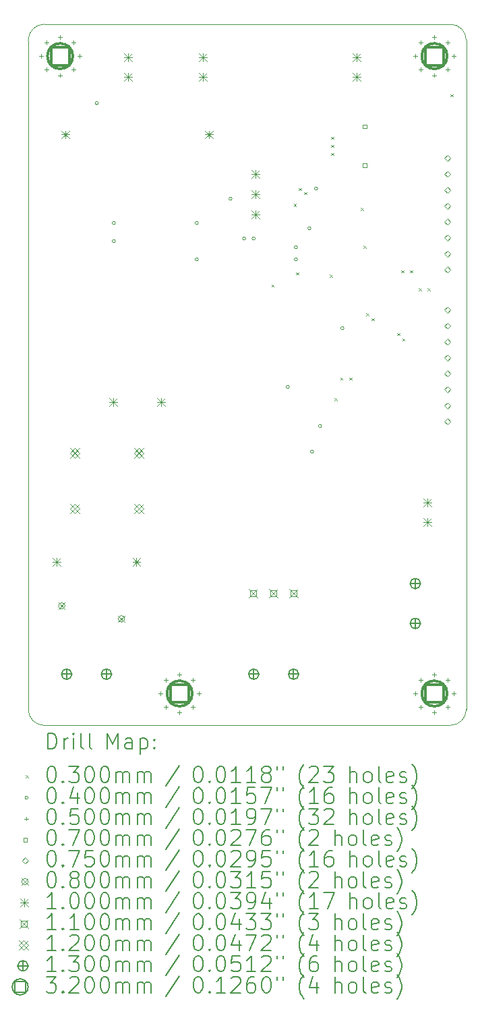
<source format=gbr>
%TF.GenerationSoftware,KiCad,Pcbnew,(7.0.0)*%
%TF.CreationDate,2023-02-19T07:45:58+03:00*%
%TF.ProjectId,pcb-heater,7063622d-6865-4617-9465-722e6b696361,rev?*%
%TF.SameCoordinates,Original*%
%TF.FileFunction,Drillmap*%
%TF.FilePolarity,Positive*%
%FSLAX45Y45*%
G04 Gerber Fmt 4.5, Leading zero omitted, Abs format (unit mm)*
G04 Created by KiCad (PCBNEW (7.0.0)) date 2023-02-19 07:45:58*
%MOMM*%
%LPD*%
G01*
G04 APERTURE LIST*
%ADD10C,0.050000*%
%ADD11C,0.200000*%
%ADD12C,0.030000*%
%ADD13C,0.040000*%
%ADD14C,0.070000*%
%ADD15C,0.075000*%
%ADD16C,0.080000*%
%ADD17C,0.100000*%
%ADD18C,0.110000*%
%ADD19C,0.120000*%
%ADD20C,0.130000*%
%ADD21C,0.320000*%
G04 APERTURE END LIST*
D10*
X15500000Y-5200000D02*
G75*
G03*
X15300000Y-5000000I-200000J0D01*
G01*
X15500000Y-5200000D02*
X15500000Y-13600000D01*
X15300000Y-13800000D02*
X10200000Y-13800000D01*
X10000000Y-13600000D02*
X10000000Y-5200000D01*
X10200000Y-5000000D02*
G75*
G03*
X10000000Y-5200000I0J-200000D01*
G01*
X10000000Y-13600000D02*
G75*
G03*
X10200000Y-13800000I200000J0D01*
G01*
X15300000Y-13800000D02*
G75*
G03*
X15500000Y-13600000I0J200000D01*
G01*
X10200000Y-5000000D02*
X15300000Y-5000000D01*
D11*
D12*
X13055000Y-8265000D02*
X13085000Y-8295000D01*
X13085000Y-8265000D02*
X13055000Y-8295000D01*
X13335050Y-7253356D02*
X13365050Y-7283356D01*
X13365050Y-7253356D02*
X13335050Y-7283356D01*
X13365000Y-8115000D02*
X13395000Y-8145000D01*
X13395000Y-8115000D02*
X13365000Y-8145000D01*
X13395000Y-7055000D02*
X13425000Y-7085000D01*
X13425000Y-7055000D02*
X13395000Y-7085000D01*
X13465000Y-7105000D02*
X13495000Y-7135000D01*
X13495000Y-7105000D02*
X13465000Y-7135000D01*
X13785000Y-8145000D02*
X13815000Y-8175000D01*
X13815000Y-8145000D02*
X13785000Y-8175000D01*
X13802600Y-6411200D02*
X13832600Y-6441200D01*
X13832600Y-6411200D02*
X13802600Y-6441200D01*
X13802600Y-6512800D02*
X13832600Y-6542800D01*
X13832600Y-6512800D02*
X13802600Y-6542800D01*
X13802600Y-6614400D02*
X13832600Y-6644400D01*
X13832600Y-6614400D02*
X13802600Y-6644400D01*
X13845000Y-9695000D02*
X13875000Y-9725000D01*
X13875000Y-9695000D02*
X13845000Y-9725000D01*
X13917550Y-9433800D02*
X13947550Y-9463800D01*
X13947550Y-9433800D02*
X13917550Y-9463800D01*
X14031200Y-9433800D02*
X14061200Y-9463800D01*
X14061200Y-9433800D02*
X14031200Y-9463800D01*
X14175000Y-7305000D02*
X14205000Y-7335000D01*
X14205000Y-7305000D02*
X14175000Y-7335000D01*
X14210600Y-7781200D02*
X14240600Y-7811200D01*
X14240600Y-7781200D02*
X14210600Y-7811200D01*
X14244340Y-8625660D02*
X14274340Y-8655660D01*
X14274340Y-8625660D02*
X14244340Y-8655660D01*
X14309340Y-8690660D02*
X14339340Y-8720660D01*
X14339340Y-8690660D02*
X14309340Y-8720660D01*
X14635051Y-8874949D02*
X14665051Y-8904949D01*
X14665051Y-8874949D02*
X14635051Y-8904949D01*
X14685000Y-8087600D02*
X14715000Y-8117600D01*
X14715000Y-8087600D02*
X14685000Y-8117600D01*
X14695000Y-8945000D02*
X14725000Y-8975000D01*
X14725000Y-8945000D02*
X14695000Y-8975000D01*
X14795000Y-8087600D02*
X14825000Y-8117600D01*
X14825000Y-8087600D02*
X14795000Y-8117600D01*
X14905000Y-8315000D02*
X14935000Y-8345000D01*
X14935000Y-8315000D02*
X14905000Y-8345000D01*
X15015000Y-8315000D02*
X15045000Y-8345000D01*
X15045000Y-8315000D02*
X15015000Y-8345000D01*
X15301200Y-5877800D02*
X15331200Y-5907800D01*
X15331200Y-5877800D02*
X15301200Y-5907800D01*
D13*
X10880000Y-5990000D02*
G75*
G03*
X10880000Y-5990000I-20000J0D01*
G01*
X11094400Y-7493000D02*
G75*
G03*
X11094400Y-7493000I-20000J0D01*
G01*
X11094400Y-7721600D02*
G75*
G03*
X11094400Y-7721600I-20000J0D01*
G01*
X12135800Y-7493000D02*
G75*
G03*
X12135800Y-7493000I-20000J0D01*
G01*
X12135800Y-7950200D02*
G75*
G03*
X12135800Y-7950200I-20000J0D01*
G01*
X12560000Y-7190000D02*
G75*
G03*
X12560000Y-7190000I-20000J0D01*
G01*
X12730000Y-7690000D02*
G75*
G03*
X12730000Y-7690000I-20000J0D01*
G01*
X12850000Y-7690000D02*
G75*
G03*
X12850000Y-7690000I-20000J0D01*
G01*
X13278800Y-9550400D02*
G75*
G03*
X13278800Y-9550400I-20000J0D01*
G01*
X13380400Y-7797800D02*
G75*
G03*
X13380400Y-7797800I-20000J0D01*
G01*
X13380400Y-7950200D02*
G75*
G03*
X13380400Y-7950200I-20000J0D01*
G01*
X13550000Y-7560000D02*
G75*
G03*
X13550000Y-7560000I-20000J0D01*
G01*
X13583600Y-10363200D02*
G75*
G03*
X13583600Y-10363200I-20000J0D01*
G01*
X13634400Y-7061200D02*
G75*
G03*
X13634400Y-7061200I-20000J0D01*
G01*
X13683600Y-10043600D02*
G75*
G03*
X13683600Y-10043600I-20000J0D01*
G01*
X13964600Y-8813800D02*
G75*
G03*
X13964600Y-8813800I-20000J0D01*
G01*
D10*
X10160000Y-5375000D02*
X10160000Y-5425000D01*
X10135000Y-5400000D02*
X10185000Y-5400000D01*
X10230294Y-5205294D02*
X10230294Y-5255294D01*
X10205294Y-5230294D02*
X10255294Y-5230294D01*
X10230294Y-5544706D02*
X10230294Y-5594706D01*
X10205294Y-5569706D02*
X10255294Y-5569706D01*
X10400000Y-5135000D02*
X10400000Y-5185000D01*
X10375000Y-5160000D02*
X10425000Y-5160000D01*
X10400000Y-5615000D02*
X10400000Y-5665000D01*
X10375000Y-5640000D02*
X10425000Y-5640000D01*
X10569706Y-5205294D02*
X10569706Y-5255294D01*
X10544706Y-5230294D02*
X10594706Y-5230294D01*
X10569706Y-5544706D02*
X10569706Y-5594706D01*
X10544706Y-5569706D02*
X10594706Y-5569706D01*
X10640000Y-5375000D02*
X10640000Y-5425000D01*
X10615000Y-5400000D02*
X10665000Y-5400000D01*
X11660000Y-13375000D02*
X11660000Y-13425000D01*
X11635000Y-13400000D02*
X11685000Y-13400000D01*
X11730294Y-13205294D02*
X11730294Y-13255294D01*
X11705294Y-13230294D02*
X11755294Y-13230294D01*
X11730294Y-13544706D02*
X11730294Y-13594706D01*
X11705294Y-13569706D02*
X11755294Y-13569706D01*
X11900000Y-13135000D02*
X11900000Y-13185000D01*
X11875000Y-13160000D02*
X11925000Y-13160000D01*
X11900000Y-13615000D02*
X11900000Y-13665000D01*
X11875000Y-13640000D02*
X11925000Y-13640000D01*
X12069706Y-13205294D02*
X12069706Y-13255294D01*
X12044706Y-13230294D02*
X12094706Y-13230294D01*
X12069706Y-13544706D02*
X12069706Y-13594706D01*
X12044706Y-13569706D02*
X12094706Y-13569706D01*
X12140000Y-13375000D02*
X12140000Y-13425000D01*
X12115000Y-13400000D02*
X12165000Y-13400000D01*
X14860000Y-5375000D02*
X14860000Y-5425000D01*
X14835000Y-5400000D02*
X14885000Y-5400000D01*
X14860000Y-13375000D02*
X14860000Y-13425000D01*
X14835000Y-13400000D02*
X14885000Y-13400000D01*
X14930294Y-5205294D02*
X14930294Y-5255294D01*
X14905294Y-5230294D02*
X14955294Y-5230294D01*
X14930294Y-5544706D02*
X14930294Y-5594706D01*
X14905294Y-5569706D02*
X14955294Y-5569706D01*
X14930294Y-13205294D02*
X14930294Y-13255294D01*
X14905294Y-13230294D02*
X14955294Y-13230294D01*
X14930294Y-13544706D02*
X14930294Y-13594706D01*
X14905294Y-13569706D02*
X14955294Y-13569706D01*
X15100000Y-5135000D02*
X15100000Y-5185000D01*
X15075000Y-5160000D02*
X15125000Y-5160000D01*
X15100000Y-5615000D02*
X15100000Y-5665000D01*
X15075000Y-5640000D02*
X15125000Y-5640000D01*
X15100000Y-13135000D02*
X15100000Y-13185000D01*
X15075000Y-13160000D02*
X15125000Y-13160000D01*
X15100000Y-13615000D02*
X15100000Y-13665000D01*
X15075000Y-13640000D02*
X15125000Y-13640000D01*
X15269706Y-5205294D02*
X15269706Y-5255294D01*
X15244706Y-5230294D02*
X15294706Y-5230294D01*
X15269706Y-5544706D02*
X15269706Y-5594706D01*
X15244706Y-5569706D02*
X15294706Y-5569706D01*
X15269706Y-13205294D02*
X15269706Y-13255294D01*
X15244706Y-13230294D02*
X15294706Y-13230294D01*
X15269706Y-13544706D02*
X15269706Y-13594706D01*
X15244706Y-13569706D02*
X15294706Y-13569706D01*
X15340000Y-5375000D02*
X15340000Y-5425000D01*
X15315000Y-5400000D02*
X15365000Y-5400000D01*
X15340000Y-13375000D02*
X15340000Y-13425000D01*
X15315000Y-13400000D02*
X15365000Y-13400000D01*
D14*
X14248749Y-6307549D02*
X14248749Y-6258051D01*
X14199251Y-6258051D01*
X14199251Y-6307549D01*
X14248749Y-6307549D01*
X14248749Y-6797549D02*
X14248749Y-6748051D01*
X14199251Y-6748051D01*
X14199251Y-6797549D01*
X14248749Y-6797549D01*
D15*
X15265400Y-6717700D02*
X15302900Y-6680200D01*
X15265400Y-6642700D01*
X15227900Y-6680200D01*
X15265400Y-6717700D01*
X15265400Y-6917700D02*
X15302900Y-6880200D01*
X15265400Y-6842700D01*
X15227900Y-6880200D01*
X15265400Y-6917700D01*
X15265400Y-7117700D02*
X15302900Y-7080200D01*
X15265400Y-7042700D01*
X15227900Y-7080200D01*
X15265400Y-7117700D01*
X15265400Y-7317700D02*
X15302900Y-7280200D01*
X15265400Y-7242700D01*
X15227900Y-7280200D01*
X15265400Y-7317700D01*
X15265400Y-7517700D02*
X15302900Y-7480200D01*
X15265400Y-7442700D01*
X15227900Y-7480200D01*
X15265400Y-7517700D01*
X15265400Y-7717700D02*
X15302900Y-7680200D01*
X15265400Y-7642700D01*
X15227900Y-7680200D01*
X15265400Y-7717700D01*
X15265400Y-7917700D02*
X15302900Y-7880200D01*
X15265400Y-7842700D01*
X15227900Y-7880200D01*
X15265400Y-7917700D01*
X15265400Y-8117700D02*
X15302900Y-8080200D01*
X15265400Y-8042700D01*
X15227900Y-8080200D01*
X15265400Y-8117700D01*
X15265400Y-8622700D02*
X15302900Y-8585200D01*
X15265400Y-8547700D01*
X15227900Y-8585200D01*
X15265400Y-8622700D01*
X15265400Y-8822700D02*
X15302900Y-8785200D01*
X15265400Y-8747700D01*
X15227900Y-8785200D01*
X15265400Y-8822700D01*
X15265400Y-9022700D02*
X15302900Y-8985200D01*
X15265400Y-8947700D01*
X15227900Y-8985200D01*
X15265400Y-9022700D01*
X15265400Y-9222700D02*
X15302900Y-9185200D01*
X15265400Y-9147700D01*
X15227900Y-9185200D01*
X15265400Y-9222700D01*
X15265400Y-9422700D02*
X15302900Y-9385200D01*
X15265400Y-9347700D01*
X15227900Y-9385200D01*
X15265400Y-9422700D01*
X15265400Y-9622700D02*
X15302900Y-9585200D01*
X15265400Y-9547700D01*
X15227900Y-9585200D01*
X15265400Y-9622700D01*
X15265400Y-9822700D02*
X15302900Y-9785200D01*
X15265400Y-9747700D01*
X15227900Y-9785200D01*
X15265400Y-9822700D01*
X15265400Y-10022700D02*
X15302900Y-9985200D01*
X15265400Y-9947700D01*
X15227900Y-9985200D01*
X15265400Y-10022700D01*
D16*
X10380000Y-12260500D02*
X10460000Y-12340500D01*
X10460000Y-12260500D02*
X10380000Y-12340500D01*
X10460000Y-12300500D02*
G75*
G03*
X10460000Y-12300500I-40000J0D01*
G01*
X11130000Y-12423833D02*
X11210000Y-12503833D01*
X11210000Y-12423833D02*
X11130000Y-12503833D01*
X11210000Y-12463833D02*
G75*
G03*
X11210000Y-12463833I-40000J0D01*
G01*
D17*
X10308500Y-11697500D02*
X10408500Y-11797500D01*
X10408500Y-11697500D02*
X10308500Y-11797500D01*
X10358500Y-11697500D02*
X10358500Y-11797500D01*
X10308500Y-11747500D02*
X10408500Y-11747500D01*
X10416500Y-6334500D02*
X10516500Y-6434500D01*
X10516500Y-6334500D02*
X10416500Y-6434500D01*
X10466500Y-6334500D02*
X10466500Y-6434500D01*
X10416500Y-6384500D02*
X10516500Y-6384500D01*
X11016500Y-9694500D02*
X11116500Y-9794500D01*
X11116500Y-9694500D02*
X11016500Y-9794500D01*
X11066500Y-9694500D02*
X11066500Y-9794500D01*
X11016500Y-9744500D02*
X11116500Y-9744500D01*
X11200500Y-5362200D02*
X11300500Y-5462200D01*
X11300500Y-5362200D02*
X11200500Y-5462200D01*
X11250500Y-5362200D02*
X11250500Y-5462200D01*
X11200500Y-5412200D02*
X11300500Y-5412200D01*
X11200500Y-5612200D02*
X11300500Y-5712200D01*
X11300500Y-5612200D02*
X11200500Y-5712200D01*
X11250500Y-5612200D02*
X11250500Y-5712200D01*
X11200500Y-5662200D02*
X11300500Y-5662200D01*
X11308500Y-11697500D02*
X11408500Y-11797500D01*
X11408500Y-11697500D02*
X11308500Y-11797500D01*
X11358500Y-11697500D02*
X11358500Y-11797500D01*
X11308500Y-11747500D02*
X11408500Y-11747500D01*
X11616500Y-9694500D02*
X11716500Y-9794500D01*
X11716500Y-9694500D02*
X11616500Y-9794500D01*
X11666500Y-9694500D02*
X11666500Y-9794500D01*
X11616500Y-9744500D02*
X11716500Y-9744500D01*
X12140300Y-5362200D02*
X12240300Y-5462200D01*
X12240300Y-5362200D02*
X12140300Y-5462200D01*
X12190300Y-5362200D02*
X12190300Y-5462200D01*
X12140300Y-5412200D02*
X12240300Y-5412200D01*
X12140300Y-5612200D02*
X12240300Y-5712200D01*
X12240300Y-5612200D02*
X12140300Y-5712200D01*
X12190300Y-5612200D02*
X12190300Y-5712200D01*
X12140300Y-5662200D02*
X12240300Y-5662200D01*
X12216500Y-6334500D02*
X12316500Y-6434500D01*
X12316500Y-6334500D02*
X12216500Y-6434500D01*
X12266500Y-6334500D02*
X12266500Y-6434500D01*
X12216500Y-6384500D02*
X12316500Y-6384500D01*
X12802400Y-6833400D02*
X12902400Y-6933400D01*
X12902400Y-6833400D02*
X12802400Y-6933400D01*
X12852400Y-6833400D02*
X12852400Y-6933400D01*
X12802400Y-6883400D02*
X12902400Y-6883400D01*
X12802400Y-7087400D02*
X12902400Y-7187400D01*
X12902400Y-7087400D02*
X12802400Y-7187400D01*
X12852400Y-7087400D02*
X12852400Y-7187400D01*
X12802400Y-7137400D02*
X12902400Y-7137400D01*
X12802400Y-7341400D02*
X12902400Y-7441400D01*
X12902400Y-7341400D02*
X12802400Y-7441400D01*
X12852400Y-7341400D02*
X12852400Y-7441400D01*
X12802400Y-7391400D02*
X12902400Y-7391400D01*
X14070700Y-5362200D02*
X14170700Y-5462200D01*
X14170700Y-5362200D02*
X14070700Y-5462200D01*
X14120700Y-5362200D02*
X14120700Y-5462200D01*
X14070700Y-5412200D02*
X14170700Y-5412200D01*
X14070700Y-5612200D02*
X14170700Y-5712200D01*
X14170700Y-5612200D02*
X14070700Y-5712200D01*
X14120700Y-5612200D02*
X14120700Y-5712200D01*
X14070700Y-5662200D02*
X14170700Y-5662200D01*
X14959700Y-10950200D02*
X15059700Y-11050200D01*
X15059700Y-10950200D02*
X14959700Y-11050200D01*
X15009700Y-10950200D02*
X15009700Y-11050200D01*
X14959700Y-11000200D02*
X15059700Y-11000200D01*
X14959700Y-11200200D02*
X15059700Y-11300200D01*
X15059700Y-11200200D02*
X14959700Y-11300200D01*
X15009700Y-11200200D02*
X15009700Y-11300200D01*
X14959700Y-11250200D02*
X15059700Y-11250200D01*
D18*
X12771000Y-12086200D02*
X12881000Y-12196200D01*
X12881000Y-12086200D02*
X12771000Y-12196200D01*
X12864891Y-12180091D02*
X12864891Y-12102309D01*
X12787109Y-12102309D01*
X12787109Y-12180091D01*
X12864891Y-12180091D01*
X13025000Y-12086200D02*
X13135000Y-12196200D01*
X13135000Y-12086200D02*
X13025000Y-12196200D01*
X13118891Y-12180091D02*
X13118891Y-12102309D01*
X13041109Y-12102309D01*
X13041109Y-12180091D01*
X13118891Y-12180091D01*
X13279000Y-12086200D02*
X13389000Y-12196200D01*
X13389000Y-12086200D02*
X13279000Y-12196200D01*
X13372891Y-12180091D02*
X13372891Y-12102309D01*
X13295109Y-12102309D01*
X13295109Y-12180091D01*
X13372891Y-12180091D01*
D19*
X10525500Y-10321500D02*
X10645500Y-10441500D01*
X10645500Y-10321500D02*
X10525500Y-10441500D01*
X10585500Y-10441500D02*
X10645500Y-10381500D01*
X10585500Y-10321500D01*
X10525500Y-10381500D01*
X10585500Y-10441500D01*
X10525500Y-11021500D02*
X10645500Y-11141500D01*
X10645500Y-11021500D02*
X10525500Y-11141500D01*
X10585500Y-11141500D02*
X10645500Y-11081500D01*
X10585500Y-11021500D01*
X10525500Y-11081500D01*
X10585500Y-11141500D01*
X11325500Y-10321500D02*
X11445500Y-10441500D01*
X11445500Y-10321500D02*
X11325500Y-10441500D01*
X11385500Y-10441500D02*
X11445500Y-10381500D01*
X11385500Y-10321500D01*
X11325500Y-10381500D01*
X11385500Y-10441500D01*
X11325500Y-11021500D02*
X11445500Y-11141500D01*
X11445500Y-11021500D02*
X11325500Y-11141500D01*
X11385500Y-11141500D02*
X11445500Y-11081500D01*
X11385500Y-11021500D01*
X11325500Y-11081500D01*
X11385500Y-11141500D01*
D20*
X10481500Y-13093000D02*
X10481500Y-13223000D01*
X10416500Y-13158000D02*
X10546500Y-13158000D01*
X10546500Y-13158000D02*
G75*
G03*
X10546500Y-13158000I-65000J0D01*
G01*
X10981500Y-13093000D02*
X10981500Y-13223000D01*
X10916500Y-13158000D02*
X11046500Y-13158000D01*
X11046500Y-13158000D02*
G75*
G03*
X11046500Y-13158000I-65000J0D01*
G01*
X12831000Y-13093000D02*
X12831000Y-13223000D01*
X12766000Y-13158000D02*
X12896000Y-13158000D01*
X12896000Y-13158000D02*
G75*
G03*
X12896000Y-13158000I-65000J0D01*
G01*
X13331000Y-13093000D02*
X13331000Y-13223000D01*
X13266000Y-13158000D02*
X13396000Y-13158000D01*
X13396000Y-13158000D02*
G75*
G03*
X13396000Y-13158000I-65000J0D01*
G01*
X14859800Y-11955200D02*
X14859800Y-12085200D01*
X14794800Y-12020200D02*
X14924800Y-12020200D01*
X14924800Y-12020200D02*
G75*
G03*
X14924800Y-12020200I-65000J0D01*
G01*
X14859800Y-12455200D02*
X14859800Y-12585200D01*
X14794800Y-12520200D02*
X14924800Y-12520200D01*
X14924800Y-12520200D02*
G75*
G03*
X14924800Y-12520200I-65000J0D01*
G01*
D21*
X10513138Y-5513138D02*
X10513138Y-5286862D01*
X10286862Y-5286862D01*
X10286862Y-5513138D01*
X10513138Y-5513138D01*
X10560000Y-5400000D02*
G75*
G03*
X10560000Y-5400000I-160000J0D01*
G01*
X12013138Y-13513138D02*
X12013138Y-13286862D01*
X11786862Y-13286862D01*
X11786862Y-13513138D01*
X12013138Y-13513138D01*
X12060000Y-13400000D02*
G75*
G03*
X12060000Y-13400000I-160000J0D01*
G01*
X15213138Y-5513138D02*
X15213138Y-5286862D01*
X14986862Y-5286862D01*
X14986862Y-5513138D01*
X15213138Y-5513138D01*
X15260000Y-5400000D02*
G75*
G03*
X15260000Y-5400000I-160000J0D01*
G01*
X15213138Y-13513138D02*
X15213138Y-13286862D01*
X14986862Y-13286862D01*
X14986862Y-13513138D01*
X15213138Y-13513138D01*
X15260000Y-13400000D02*
G75*
G03*
X15260000Y-13400000I-160000J0D01*
G01*
D11*
X10245119Y-14095976D02*
X10245119Y-13895976D01*
X10245119Y-13895976D02*
X10292738Y-13895976D01*
X10292738Y-13895976D02*
X10321310Y-13905500D01*
X10321310Y-13905500D02*
X10340357Y-13924548D01*
X10340357Y-13924548D02*
X10349881Y-13943595D01*
X10349881Y-13943595D02*
X10359405Y-13981690D01*
X10359405Y-13981690D02*
X10359405Y-14010262D01*
X10359405Y-14010262D02*
X10349881Y-14048357D01*
X10349881Y-14048357D02*
X10340357Y-14067405D01*
X10340357Y-14067405D02*
X10321310Y-14086452D01*
X10321310Y-14086452D02*
X10292738Y-14095976D01*
X10292738Y-14095976D02*
X10245119Y-14095976D01*
X10445119Y-14095976D02*
X10445119Y-13962643D01*
X10445119Y-14000738D02*
X10454643Y-13981690D01*
X10454643Y-13981690D02*
X10464167Y-13972167D01*
X10464167Y-13972167D02*
X10483214Y-13962643D01*
X10483214Y-13962643D02*
X10502262Y-13962643D01*
X10568929Y-14095976D02*
X10568929Y-13962643D01*
X10568929Y-13895976D02*
X10559405Y-13905500D01*
X10559405Y-13905500D02*
X10568929Y-13915024D01*
X10568929Y-13915024D02*
X10578452Y-13905500D01*
X10578452Y-13905500D02*
X10568929Y-13895976D01*
X10568929Y-13895976D02*
X10568929Y-13915024D01*
X10692738Y-14095976D02*
X10673690Y-14086452D01*
X10673690Y-14086452D02*
X10664167Y-14067405D01*
X10664167Y-14067405D02*
X10664167Y-13895976D01*
X10797500Y-14095976D02*
X10778452Y-14086452D01*
X10778452Y-14086452D02*
X10768929Y-14067405D01*
X10768929Y-14067405D02*
X10768929Y-13895976D01*
X10993690Y-14095976D02*
X10993690Y-13895976D01*
X10993690Y-13895976D02*
X11060357Y-14038833D01*
X11060357Y-14038833D02*
X11127024Y-13895976D01*
X11127024Y-13895976D02*
X11127024Y-14095976D01*
X11307976Y-14095976D02*
X11307976Y-13991214D01*
X11307976Y-13991214D02*
X11298452Y-13972167D01*
X11298452Y-13972167D02*
X11279405Y-13962643D01*
X11279405Y-13962643D02*
X11241309Y-13962643D01*
X11241309Y-13962643D02*
X11222262Y-13972167D01*
X11307976Y-14086452D02*
X11288928Y-14095976D01*
X11288928Y-14095976D02*
X11241309Y-14095976D01*
X11241309Y-14095976D02*
X11222262Y-14086452D01*
X11222262Y-14086452D02*
X11212738Y-14067405D01*
X11212738Y-14067405D02*
X11212738Y-14048357D01*
X11212738Y-14048357D02*
X11222262Y-14029309D01*
X11222262Y-14029309D02*
X11241309Y-14019786D01*
X11241309Y-14019786D02*
X11288928Y-14019786D01*
X11288928Y-14019786D02*
X11307976Y-14010262D01*
X11403214Y-13962643D02*
X11403214Y-14162643D01*
X11403214Y-13972167D02*
X11422262Y-13962643D01*
X11422262Y-13962643D02*
X11460357Y-13962643D01*
X11460357Y-13962643D02*
X11479405Y-13972167D01*
X11479405Y-13972167D02*
X11488928Y-13981690D01*
X11488928Y-13981690D02*
X11498452Y-14000738D01*
X11498452Y-14000738D02*
X11498452Y-14057881D01*
X11498452Y-14057881D02*
X11488928Y-14076928D01*
X11488928Y-14076928D02*
X11479405Y-14086452D01*
X11479405Y-14086452D02*
X11460357Y-14095976D01*
X11460357Y-14095976D02*
X11422262Y-14095976D01*
X11422262Y-14095976D02*
X11403214Y-14086452D01*
X11584167Y-14076928D02*
X11593690Y-14086452D01*
X11593690Y-14086452D02*
X11584167Y-14095976D01*
X11584167Y-14095976D02*
X11574643Y-14086452D01*
X11574643Y-14086452D02*
X11584167Y-14076928D01*
X11584167Y-14076928D02*
X11584167Y-14095976D01*
X11584167Y-13972167D02*
X11593690Y-13981690D01*
X11593690Y-13981690D02*
X11584167Y-13991214D01*
X11584167Y-13991214D02*
X11574643Y-13981690D01*
X11574643Y-13981690D02*
X11584167Y-13972167D01*
X11584167Y-13972167D02*
X11584167Y-13991214D01*
D12*
X9967500Y-14427500D02*
X9997500Y-14457500D01*
X9997500Y-14427500D02*
X9967500Y-14457500D01*
D11*
X10283214Y-14315976D02*
X10302262Y-14315976D01*
X10302262Y-14315976D02*
X10321310Y-14325500D01*
X10321310Y-14325500D02*
X10330833Y-14335024D01*
X10330833Y-14335024D02*
X10340357Y-14354071D01*
X10340357Y-14354071D02*
X10349881Y-14392167D01*
X10349881Y-14392167D02*
X10349881Y-14439786D01*
X10349881Y-14439786D02*
X10340357Y-14477881D01*
X10340357Y-14477881D02*
X10330833Y-14496928D01*
X10330833Y-14496928D02*
X10321310Y-14506452D01*
X10321310Y-14506452D02*
X10302262Y-14515976D01*
X10302262Y-14515976D02*
X10283214Y-14515976D01*
X10283214Y-14515976D02*
X10264167Y-14506452D01*
X10264167Y-14506452D02*
X10254643Y-14496928D01*
X10254643Y-14496928D02*
X10245119Y-14477881D01*
X10245119Y-14477881D02*
X10235595Y-14439786D01*
X10235595Y-14439786D02*
X10235595Y-14392167D01*
X10235595Y-14392167D02*
X10245119Y-14354071D01*
X10245119Y-14354071D02*
X10254643Y-14335024D01*
X10254643Y-14335024D02*
X10264167Y-14325500D01*
X10264167Y-14325500D02*
X10283214Y-14315976D01*
X10435595Y-14496928D02*
X10445119Y-14506452D01*
X10445119Y-14506452D02*
X10435595Y-14515976D01*
X10435595Y-14515976D02*
X10426071Y-14506452D01*
X10426071Y-14506452D02*
X10435595Y-14496928D01*
X10435595Y-14496928D02*
X10435595Y-14515976D01*
X10511786Y-14315976D02*
X10635595Y-14315976D01*
X10635595Y-14315976D02*
X10568929Y-14392167D01*
X10568929Y-14392167D02*
X10597500Y-14392167D01*
X10597500Y-14392167D02*
X10616548Y-14401690D01*
X10616548Y-14401690D02*
X10626071Y-14411214D01*
X10626071Y-14411214D02*
X10635595Y-14430262D01*
X10635595Y-14430262D02*
X10635595Y-14477881D01*
X10635595Y-14477881D02*
X10626071Y-14496928D01*
X10626071Y-14496928D02*
X10616548Y-14506452D01*
X10616548Y-14506452D02*
X10597500Y-14515976D01*
X10597500Y-14515976D02*
X10540357Y-14515976D01*
X10540357Y-14515976D02*
X10521310Y-14506452D01*
X10521310Y-14506452D02*
X10511786Y-14496928D01*
X10759405Y-14315976D02*
X10778452Y-14315976D01*
X10778452Y-14315976D02*
X10797500Y-14325500D01*
X10797500Y-14325500D02*
X10807024Y-14335024D01*
X10807024Y-14335024D02*
X10816548Y-14354071D01*
X10816548Y-14354071D02*
X10826071Y-14392167D01*
X10826071Y-14392167D02*
X10826071Y-14439786D01*
X10826071Y-14439786D02*
X10816548Y-14477881D01*
X10816548Y-14477881D02*
X10807024Y-14496928D01*
X10807024Y-14496928D02*
X10797500Y-14506452D01*
X10797500Y-14506452D02*
X10778452Y-14515976D01*
X10778452Y-14515976D02*
X10759405Y-14515976D01*
X10759405Y-14515976D02*
X10740357Y-14506452D01*
X10740357Y-14506452D02*
X10730833Y-14496928D01*
X10730833Y-14496928D02*
X10721310Y-14477881D01*
X10721310Y-14477881D02*
X10711786Y-14439786D01*
X10711786Y-14439786D02*
X10711786Y-14392167D01*
X10711786Y-14392167D02*
X10721310Y-14354071D01*
X10721310Y-14354071D02*
X10730833Y-14335024D01*
X10730833Y-14335024D02*
X10740357Y-14325500D01*
X10740357Y-14325500D02*
X10759405Y-14315976D01*
X10949881Y-14315976D02*
X10968929Y-14315976D01*
X10968929Y-14315976D02*
X10987976Y-14325500D01*
X10987976Y-14325500D02*
X10997500Y-14335024D01*
X10997500Y-14335024D02*
X11007024Y-14354071D01*
X11007024Y-14354071D02*
X11016548Y-14392167D01*
X11016548Y-14392167D02*
X11016548Y-14439786D01*
X11016548Y-14439786D02*
X11007024Y-14477881D01*
X11007024Y-14477881D02*
X10997500Y-14496928D01*
X10997500Y-14496928D02*
X10987976Y-14506452D01*
X10987976Y-14506452D02*
X10968929Y-14515976D01*
X10968929Y-14515976D02*
X10949881Y-14515976D01*
X10949881Y-14515976D02*
X10930833Y-14506452D01*
X10930833Y-14506452D02*
X10921310Y-14496928D01*
X10921310Y-14496928D02*
X10911786Y-14477881D01*
X10911786Y-14477881D02*
X10902262Y-14439786D01*
X10902262Y-14439786D02*
X10902262Y-14392167D01*
X10902262Y-14392167D02*
X10911786Y-14354071D01*
X10911786Y-14354071D02*
X10921310Y-14335024D01*
X10921310Y-14335024D02*
X10930833Y-14325500D01*
X10930833Y-14325500D02*
X10949881Y-14315976D01*
X11102262Y-14515976D02*
X11102262Y-14382643D01*
X11102262Y-14401690D02*
X11111786Y-14392167D01*
X11111786Y-14392167D02*
X11130833Y-14382643D01*
X11130833Y-14382643D02*
X11159405Y-14382643D01*
X11159405Y-14382643D02*
X11178452Y-14392167D01*
X11178452Y-14392167D02*
X11187976Y-14411214D01*
X11187976Y-14411214D02*
X11187976Y-14515976D01*
X11187976Y-14411214D02*
X11197500Y-14392167D01*
X11197500Y-14392167D02*
X11216548Y-14382643D01*
X11216548Y-14382643D02*
X11245119Y-14382643D01*
X11245119Y-14382643D02*
X11264167Y-14392167D01*
X11264167Y-14392167D02*
X11273690Y-14411214D01*
X11273690Y-14411214D02*
X11273690Y-14515976D01*
X11368929Y-14515976D02*
X11368929Y-14382643D01*
X11368929Y-14401690D02*
X11378452Y-14392167D01*
X11378452Y-14392167D02*
X11397500Y-14382643D01*
X11397500Y-14382643D02*
X11426071Y-14382643D01*
X11426071Y-14382643D02*
X11445119Y-14392167D01*
X11445119Y-14392167D02*
X11454643Y-14411214D01*
X11454643Y-14411214D02*
X11454643Y-14515976D01*
X11454643Y-14411214D02*
X11464167Y-14392167D01*
X11464167Y-14392167D02*
X11483214Y-14382643D01*
X11483214Y-14382643D02*
X11511786Y-14382643D01*
X11511786Y-14382643D02*
X11530833Y-14392167D01*
X11530833Y-14392167D02*
X11540357Y-14411214D01*
X11540357Y-14411214D02*
X11540357Y-14515976D01*
X11898452Y-14306452D02*
X11727024Y-14563595D01*
X12123214Y-14315976D02*
X12142262Y-14315976D01*
X12142262Y-14315976D02*
X12161310Y-14325500D01*
X12161310Y-14325500D02*
X12170833Y-14335024D01*
X12170833Y-14335024D02*
X12180357Y-14354071D01*
X12180357Y-14354071D02*
X12189881Y-14392167D01*
X12189881Y-14392167D02*
X12189881Y-14439786D01*
X12189881Y-14439786D02*
X12180357Y-14477881D01*
X12180357Y-14477881D02*
X12170833Y-14496928D01*
X12170833Y-14496928D02*
X12161310Y-14506452D01*
X12161310Y-14506452D02*
X12142262Y-14515976D01*
X12142262Y-14515976D02*
X12123214Y-14515976D01*
X12123214Y-14515976D02*
X12104167Y-14506452D01*
X12104167Y-14506452D02*
X12094643Y-14496928D01*
X12094643Y-14496928D02*
X12085119Y-14477881D01*
X12085119Y-14477881D02*
X12075595Y-14439786D01*
X12075595Y-14439786D02*
X12075595Y-14392167D01*
X12075595Y-14392167D02*
X12085119Y-14354071D01*
X12085119Y-14354071D02*
X12094643Y-14335024D01*
X12094643Y-14335024D02*
X12104167Y-14325500D01*
X12104167Y-14325500D02*
X12123214Y-14315976D01*
X12275595Y-14496928D02*
X12285119Y-14506452D01*
X12285119Y-14506452D02*
X12275595Y-14515976D01*
X12275595Y-14515976D02*
X12266071Y-14506452D01*
X12266071Y-14506452D02*
X12275595Y-14496928D01*
X12275595Y-14496928D02*
X12275595Y-14515976D01*
X12408929Y-14315976D02*
X12427976Y-14315976D01*
X12427976Y-14315976D02*
X12447024Y-14325500D01*
X12447024Y-14325500D02*
X12456548Y-14335024D01*
X12456548Y-14335024D02*
X12466071Y-14354071D01*
X12466071Y-14354071D02*
X12475595Y-14392167D01*
X12475595Y-14392167D02*
X12475595Y-14439786D01*
X12475595Y-14439786D02*
X12466071Y-14477881D01*
X12466071Y-14477881D02*
X12456548Y-14496928D01*
X12456548Y-14496928D02*
X12447024Y-14506452D01*
X12447024Y-14506452D02*
X12427976Y-14515976D01*
X12427976Y-14515976D02*
X12408929Y-14515976D01*
X12408929Y-14515976D02*
X12389881Y-14506452D01*
X12389881Y-14506452D02*
X12380357Y-14496928D01*
X12380357Y-14496928D02*
X12370833Y-14477881D01*
X12370833Y-14477881D02*
X12361310Y-14439786D01*
X12361310Y-14439786D02*
X12361310Y-14392167D01*
X12361310Y-14392167D02*
X12370833Y-14354071D01*
X12370833Y-14354071D02*
X12380357Y-14335024D01*
X12380357Y-14335024D02*
X12389881Y-14325500D01*
X12389881Y-14325500D02*
X12408929Y-14315976D01*
X12666071Y-14515976D02*
X12551786Y-14515976D01*
X12608929Y-14515976D02*
X12608929Y-14315976D01*
X12608929Y-14315976D02*
X12589881Y-14344548D01*
X12589881Y-14344548D02*
X12570833Y-14363595D01*
X12570833Y-14363595D02*
X12551786Y-14373119D01*
X12856548Y-14515976D02*
X12742262Y-14515976D01*
X12799405Y-14515976D02*
X12799405Y-14315976D01*
X12799405Y-14315976D02*
X12780357Y-14344548D01*
X12780357Y-14344548D02*
X12761310Y-14363595D01*
X12761310Y-14363595D02*
X12742262Y-14373119D01*
X12970833Y-14401690D02*
X12951786Y-14392167D01*
X12951786Y-14392167D02*
X12942262Y-14382643D01*
X12942262Y-14382643D02*
X12932738Y-14363595D01*
X12932738Y-14363595D02*
X12932738Y-14354071D01*
X12932738Y-14354071D02*
X12942262Y-14335024D01*
X12942262Y-14335024D02*
X12951786Y-14325500D01*
X12951786Y-14325500D02*
X12970833Y-14315976D01*
X12970833Y-14315976D02*
X13008929Y-14315976D01*
X13008929Y-14315976D02*
X13027976Y-14325500D01*
X13027976Y-14325500D02*
X13037500Y-14335024D01*
X13037500Y-14335024D02*
X13047024Y-14354071D01*
X13047024Y-14354071D02*
X13047024Y-14363595D01*
X13047024Y-14363595D02*
X13037500Y-14382643D01*
X13037500Y-14382643D02*
X13027976Y-14392167D01*
X13027976Y-14392167D02*
X13008929Y-14401690D01*
X13008929Y-14401690D02*
X12970833Y-14401690D01*
X12970833Y-14401690D02*
X12951786Y-14411214D01*
X12951786Y-14411214D02*
X12942262Y-14420738D01*
X12942262Y-14420738D02*
X12932738Y-14439786D01*
X12932738Y-14439786D02*
X12932738Y-14477881D01*
X12932738Y-14477881D02*
X12942262Y-14496928D01*
X12942262Y-14496928D02*
X12951786Y-14506452D01*
X12951786Y-14506452D02*
X12970833Y-14515976D01*
X12970833Y-14515976D02*
X13008929Y-14515976D01*
X13008929Y-14515976D02*
X13027976Y-14506452D01*
X13027976Y-14506452D02*
X13037500Y-14496928D01*
X13037500Y-14496928D02*
X13047024Y-14477881D01*
X13047024Y-14477881D02*
X13047024Y-14439786D01*
X13047024Y-14439786D02*
X13037500Y-14420738D01*
X13037500Y-14420738D02*
X13027976Y-14411214D01*
X13027976Y-14411214D02*
X13008929Y-14401690D01*
X13123214Y-14315976D02*
X13123214Y-14354071D01*
X13199405Y-14315976D02*
X13199405Y-14354071D01*
X13462262Y-14592167D02*
X13452738Y-14582643D01*
X13452738Y-14582643D02*
X13433691Y-14554071D01*
X13433691Y-14554071D02*
X13424167Y-14535024D01*
X13424167Y-14535024D02*
X13414643Y-14506452D01*
X13414643Y-14506452D02*
X13405119Y-14458833D01*
X13405119Y-14458833D02*
X13405119Y-14420738D01*
X13405119Y-14420738D02*
X13414643Y-14373119D01*
X13414643Y-14373119D02*
X13424167Y-14344548D01*
X13424167Y-14344548D02*
X13433691Y-14325500D01*
X13433691Y-14325500D02*
X13452738Y-14296928D01*
X13452738Y-14296928D02*
X13462262Y-14287405D01*
X13528929Y-14335024D02*
X13538452Y-14325500D01*
X13538452Y-14325500D02*
X13557500Y-14315976D01*
X13557500Y-14315976D02*
X13605119Y-14315976D01*
X13605119Y-14315976D02*
X13624167Y-14325500D01*
X13624167Y-14325500D02*
X13633691Y-14335024D01*
X13633691Y-14335024D02*
X13643214Y-14354071D01*
X13643214Y-14354071D02*
X13643214Y-14373119D01*
X13643214Y-14373119D02*
X13633691Y-14401690D01*
X13633691Y-14401690D02*
X13519405Y-14515976D01*
X13519405Y-14515976D02*
X13643214Y-14515976D01*
X13709881Y-14315976D02*
X13833691Y-14315976D01*
X13833691Y-14315976D02*
X13767024Y-14392167D01*
X13767024Y-14392167D02*
X13795595Y-14392167D01*
X13795595Y-14392167D02*
X13814643Y-14401690D01*
X13814643Y-14401690D02*
X13824167Y-14411214D01*
X13824167Y-14411214D02*
X13833691Y-14430262D01*
X13833691Y-14430262D02*
X13833691Y-14477881D01*
X13833691Y-14477881D02*
X13824167Y-14496928D01*
X13824167Y-14496928D02*
X13814643Y-14506452D01*
X13814643Y-14506452D02*
X13795595Y-14515976D01*
X13795595Y-14515976D02*
X13738452Y-14515976D01*
X13738452Y-14515976D02*
X13719405Y-14506452D01*
X13719405Y-14506452D02*
X13709881Y-14496928D01*
X14039405Y-14515976D02*
X14039405Y-14315976D01*
X14125119Y-14515976D02*
X14125119Y-14411214D01*
X14125119Y-14411214D02*
X14115595Y-14392167D01*
X14115595Y-14392167D02*
X14096548Y-14382643D01*
X14096548Y-14382643D02*
X14067976Y-14382643D01*
X14067976Y-14382643D02*
X14048929Y-14392167D01*
X14048929Y-14392167D02*
X14039405Y-14401690D01*
X14248929Y-14515976D02*
X14229881Y-14506452D01*
X14229881Y-14506452D02*
X14220357Y-14496928D01*
X14220357Y-14496928D02*
X14210833Y-14477881D01*
X14210833Y-14477881D02*
X14210833Y-14420738D01*
X14210833Y-14420738D02*
X14220357Y-14401690D01*
X14220357Y-14401690D02*
X14229881Y-14392167D01*
X14229881Y-14392167D02*
X14248929Y-14382643D01*
X14248929Y-14382643D02*
X14277500Y-14382643D01*
X14277500Y-14382643D02*
X14296548Y-14392167D01*
X14296548Y-14392167D02*
X14306072Y-14401690D01*
X14306072Y-14401690D02*
X14315595Y-14420738D01*
X14315595Y-14420738D02*
X14315595Y-14477881D01*
X14315595Y-14477881D02*
X14306072Y-14496928D01*
X14306072Y-14496928D02*
X14296548Y-14506452D01*
X14296548Y-14506452D02*
X14277500Y-14515976D01*
X14277500Y-14515976D02*
X14248929Y-14515976D01*
X14429881Y-14515976D02*
X14410833Y-14506452D01*
X14410833Y-14506452D02*
X14401310Y-14487405D01*
X14401310Y-14487405D02*
X14401310Y-14315976D01*
X14582262Y-14506452D02*
X14563214Y-14515976D01*
X14563214Y-14515976D02*
X14525119Y-14515976D01*
X14525119Y-14515976D02*
X14506072Y-14506452D01*
X14506072Y-14506452D02*
X14496548Y-14487405D01*
X14496548Y-14487405D02*
X14496548Y-14411214D01*
X14496548Y-14411214D02*
X14506072Y-14392167D01*
X14506072Y-14392167D02*
X14525119Y-14382643D01*
X14525119Y-14382643D02*
X14563214Y-14382643D01*
X14563214Y-14382643D02*
X14582262Y-14392167D01*
X14582262Y-14392167D02*
X14591786Y-14411214D01*
X14591786Y-14411214D02*
X14591786Y-14430262D01*
X14591786Y-14430262D02*
X14496548Y-14449309D01*
X14667976Y-14506452D02*
X14687024Y-14515976D01*
X14687024Y-14515976D02*
X14725119Y-14515976D01*
X14725119Y-14515976D02*
X14744167Y-14506452D01*
X14744167Y-14506452D02*
X14753691Y-14487405D01*
X14753691Y-14487405D02*
X14753691Y-14477881D01*
X14753691Y-14477881D02*
X14744167Y-14458833D01*
X14744167Y-14458833D02*
X14725119Y-14449309D01*
X14725119Y-14449309D02*
X14696548Y-14449309D01*
X14696548Y-14449309D02*
X14677500Y-14439786D01*
X14677500Y-14439786D02*
X14667976Y-14420738D01*
X14667976Y-14420738D02*
X14667976Y-14411214D01*
X14667976Y-14411214D02*
X14677500Y-14392167D01*
X14677500Y-14392167D02*
X14696548Y-14382643D01*
X14696548Y-14382643D02*
X14725119Y-14382643D01*
X14725119Y-14382643D02*
X14744167Y-14392167D01*
X14820357Y-14592167D02*
X14829881Y-14582643D01*
X14829881Y-14582643D02*
X14848929Y-14554071D01*
X14848929Y-14554071D02*
X14858453Y-14535024D01*
X14858453Y-14535024D02*
X14867976Y-14506452D01*
X14867976Y-14506452D02*
X14877500Y-14458833D01*
X14877500Y-14458833D02*
X14877500Y-14420738D01*
X14877500Y-14420738D02*
X14867976Y-14373119D01*
X14867976Y-14373119D02*
X14858453Y-14344548D01*
X14858453Y-14344548D02*
X14848929Y-14325500D01*
X14848929Y-14325500D02*
X14829881Y-14296928D01*
X14829881Y-14296928D02*
X14820357Y-14287405D01*
D13*
X9997500Y-14706500D02*
G75*
G03*
X9997500Y-14706500I-20000J0D01*
G01*
D11*
X10283214Y-14579976D02*
X10302262Y-14579976D01*
X10302262Y-14579976D02*
X10321310Y-14589500D01*
X10321310Y-14589500D02*
X10330833Y-14599024D01*
X10330833Y-14599024D02*
X10340357Y-14618071D01*
X10340357Y-14618071D02*
X10349881Y-14656167D01*
X10349881Y-14656167D02*
X10349881Y-14703786D01*
X10349881Y-14703786D02*
X10340357Y-14741881D01*
X10340357Y-14741881D02*
X10330833Y-14760928D01*
X10330833Y-14760928D02*
X10321310Y-14770452D01*
X10321310Y-14770452D02*
X10302262Y-14779976D01*
X10302262Y-14779976D02*
X10283214Y-14779976D01*
X10283214Y-14779976D02*
X10264167Y-14770452D01*
X10264167Y-14770452D02*
X10254643Y-14760928D01*
X10254643Y-14760928D02*
X10245119Y-14741881D01*
X10245119Y-14741881D02*
X10235595Y-14703786D01*
X10235595Y-14703786D02*
X10235595Y-14656167D01*
X10235595Y-14656167D02*
X10245119Y-14618071D01*
X10245119Y-14618071D02*
X10254643Y-14599024D01*
X10254643Y-14599024D02*
X10264167Y-14589500D01*
X10264167Y-14589500D02*
X10283214Y-14579976D01*
X10435595Y-14760928D02*
X10445119Y-14770452D01*
X10445119Y-14770452D02*
X10435595Y-14779976D01*
X10435595Y-14779976D02*
X10426071Y-14770452D01*
X10426071Y-14770452D02*
X10435595Y-14760928D01*
X10435595Y-14760928D02*
X10435595Y-14779976D01*
X10616548Y-14646643D02*
X10616548Y-14779976D01*
X10568929Y-14570452D02*
X10521310Y-14713309D01*
X10521310Y-14713309D02*
X10645119Y-14713309D01*
X10759405Y-14579976D02*
X10778452Y-14579976D01*
X10778452Y-14579976D02*
X10797500Y-14589500D01*
X10797500Y-14589500D02*
X10807024Y-14599024D01*
X10807024Y-14599024D02*
X10816548Y-14618071D01*
X10816548Y-14618071D02*
X10826071Y-14656167D01*
X10826071Y-14656167D02*
X10826071Y-14703786D01*
X10826071Y-14703786D02*
X10816548Y-14741881D01*
X10816548Y-14741881D02*
X10807024Y-14760928D01*
X10807024Y-14760928D02*
X10797500Y-14770452D01*
X10797500Y-14770452D02*
X10778452Y-14779976D01*
X10778452Y-14779976D02*
X10759405Y-14779976D01*
X10759405Y-14779976D02*
X10740357Y-14770452D01*
X10740357Y-14770452D02*
X10730833Y-14760928D01*
X10730833Y-14760928D02*
X10721310Y-14741881D01*
X10721310Y-14741881D02*
X10711786Y-14703786D01*
X10711786Y-14703786D02*
X10711786Y-14656167D01*
X10711786Y-14656167D02*
X10721310Y-14618071D01*
X10721310Y-14618071D02*
X10730833Y-14599024D01*
X10730833Y-14599024D02*
X10740357Y-14589500D01*
X10740357Y-14589500D02*
X10759405Y-14579976D01*
X10949881Y-14579976D02*
X10968929Y-14579976D01*
X10968929Y-14579976D02*
X10987976Y-14589500D01*
X10987976Y-14589500D02*
X10997500Y-14599024D01*
X10997500Y-14599024D02*
X11007024Y-14618071D01*
X11007024Y-14618071D02*
X11016548Y-14656167D01*
X11016548Y-14656167D02*
X11016548Y-14703786D01*
X11016548Y-14703786D02*
X11007024Y-14741881D01*
X11007024Y-14741881D02*
X10997500Y-14760928D01*
X10997500Y-14760928D02*
X10987976Y-14770452D01*
X10987976Y-14770452D02*
X10968929Y-14779976D01*
X10968929Y-14779976D02*
X10949881Y-14779976D01*
X10949881Y-14779976D02*
X10930833Y-14770452D01*
X10930833Y-14770452D02*
X10921310Y-14760928D01*
X10921310Y-14760928D02*
X10911786Y-14741881D01*
X10911786Y-14741881D02*
X10902262Y-14703786D01*
X10902262Y-14703786D02*
X10902262Y-14656167D01*
X10902262Y-14656167D02*
X10911786Y-14618071D01*
X10911786Y-14618071D02*
X10921310Y-14599024D01*
X10921310Y-14599024D02*
X10930833Y-14589500D01*
X10930833Y-14589500D02*
X10949881Y-14579976D01*
X11102262Y-14779976D02*
X11102262Y-14646643D01*
X11102262Y-14665690D02*
X11111786Y-14656167D01*
X11111786Y-14656167D02*
X11130833Y-14646643D01*
X11130833Y-14646643D02*
X11159405Y-14646643D01*
X11159405Y-14646643D02*
X11178452Y-14656167D01*
X11178452Y-14656167D02*
X11187976Y-14675214D01*
X11187976Y-14675214D02*
X11187976Y-14779976D01*
X11187976Y-14675214D02*
X11197500Y-14656167D01*
X11197500Y-14656167D02*
X11216548Y-14646643D01*
X11216548Y-14646643D02*
X11245119Y-14646643D01*
X11245119Y-14646643D02*
X11264167Y-14656167D01*
X11264167Y-14656167D02*
X11273690Y-14675214D01*
X11273690Y-14675214D02*
X11273690Y-14779976D01*
X11368929Y-14779976D02*
X11368929Y-14646643D01*
X11368929Y-14665690D02*
X11378452Y-14656167D01*
X11378452Y-14656167D02*
X11397500Y-14646643D01*
X11397500Y-14646643D02*
X11426071Y-14646643D01*
X11426071Y-14646643D02*
X11445119Y-14656167D01*
X11445119Y-14656167D02*
X11454643Y-14675214D01*
X11454643Y-14675214D02*
X11454643Y-14779976D01*
X11454643Y-14675214D02*
X11464167Y-14656167D01*
X11464167Y-14656167D02*
X11483214Y-14646643D01*
X11483214Y-14646643D02*
X11511786Y-14646643D01*
X11511786Y-14646643D02*
X11530833Y-14656167D01*
X11530833Y-14656167D02*
X11540357Y-14675214D01*
X11540357Y-14675214D02*
X11540357Y-14779976D01*
X11898452Y-14570452D02*
X11727024Y-14827595D01*
X12123214Y-14579976D02*
X12142262Y-14579976D01*
X12142262Y-14579976D02*
X12161310Y-14589500D01*
X12161310Y-14589500D02*
X12170833Y-14599024D01*
X12170833Y-14599024D02*
X12180357Y-14618071D01*
X12180357Y-14618071D02*
X12189881Y-14656167D01*
X12189881Y-14656167D02*
X12189881Y-14703786D01*
X12189881Y-14703786D02*
X12180357Y-14741881D01*
X12180357Y-14741881D02*
X12170833Y-14760928D01*
X12170833Y-14760928D02*
X12161310Y-14770452D01*
X12161310Y-14770452D02*
X12142262Y-14779976D01*
X12142262Y-14779976D02*
X12123214Y-14779976D01*
X12123214Y-14779976D02*
X12104167Y-14770452D01*
X12104167Y-14770452D02*
X12094643Y-14760928D01*
X12094643Y-14760928D02*
X12085119Y-14741881D01*
X12085119Y-14741881D02*
X12075595Y-14703786D01*
X12075595Y-14703786D02*
X12075595Y-14656167D01*
X12075595Y-14656167D02*
X12085119Y-14618071D01*
X12085119Y-14618071D02*
X12094643Y-14599024D01*
X12094643Y-14599024D02*
X12104167Y-14589500D01*
X12104167Y-14589500D02*
X12123214Y-14579976D01*
X12275595Y-14760928D02*
X12285119Y-14770452D01*
X12285119Y-14770452D02*
X12275595Y-14779976D01*
X12275595Y-14779976D02*
X12266071Y-14770452D01*
X12266071Y-14770452D02*
X12275595Y-14760928D01*
X12275595Y-14760928D02*
X12275595Y-14779976D01*
X12408929Y-14579976D02*
X12427976Y-14579976D01*
X12427976Y-14579976D02*
X12447024Y-14589500D01*
X12447024Y-14589500D02*
X12456548Y-14599024D01*
X12456548Y-14599024D02*
X12466071Y-14618071D01*
X12466071Y-14618071D02*
X12475595Y-14656167D01*
X12475595Y-14656167D02*
X12475595Y-14703786D01*
X12475595Y-14703786D02*
X12466071Y-14741881D01*
X12466071Y-14741881D02*
X12456548Y-14760928D01*
X12456548Y-14760928D02*
X12447024Y-14770452D01*
X12447024Y-14770452D02*
X12427976Y-14779976D01*
X12427976Y-14779976D02*
X12408929Y-14779976D01*
X12408929Y-14779976D02*
X12389881Y-14770452D01*
X12389881Y-14770452D02*
X12380357Y-14760928D01*
X12380357Y-14760928D02*
X12370833Y-14741881D01*
X12370833Y-14741881D02*
X12361310Y-14703786D01*
X12361310Y-14703786D02*
X12361310Y-14656167D01*
X12361310Y-14656167D02*
X12370833Y-14618071D01*
X12370833Y-14618071D02*
X12380357Y-14599024D01*
X12380357Y-14599024D02*
X12389881Y-14589500D01*
X12389881Y-14589500D02*
X12408929Y-14579976D01*
X12666071Y-14779976D02*
X12551786Y-14779976D01*
X12608929Y-14779976D02*
X12608929Y-14579976D01*
X12608929Y-14579976D02*
X12589881Y-14608548D01*
X12589881Y-14608548D02*
X12570833Y-14627595D01*
X12570833Y-14627595D02*
X12551786Y-14637119D01*
X12847024Y-14579976D02*
X12751786Y-14579976D01*
X12751786Y-14579976D02*
X12742262Y-14675214D01*
X12742262Y-14675214D02*
X12751786Y-14665690D01*
X12751786Y-14665690D02*
X12770833Y-14656167D01*
X12770833Y-14656167D02*
X12818452Y-14656167D01*
X12818452Y-14656167D02*
X12837500Y-14665690D01*
X12837500Y-14665690D02*
X12847024Y-14675214D01*
X12847024Y-14675214D02*
X12856548Y-14694262D01*
X12856548Y-14694262D02*
X12856548Y-14741881D01*
X12856548Y-14741881D02*
X12847024Y-14760928D01*
X12847024Y-14760928D02*
X12837500Y-14770452D01*
X12837500Y-14770452D02*
X12818452Y-14779976D01*
X12818452Y-14779976D02*
X12770833Y-14779976D01*
X12770833Y-14779976D02*
X12751786Y-14770452D01*
X12751786Y-14770452D02*
X12742262Y-14760928D01*
X12923214Y-14579976D02*
X13056548Y-14579976D01*
X13056548Y-14579976D02*
X12970833Y-14779976D01*
X13123214Y-14579976D02*
X13123214Y-14618071D01*
X13199405Y-14579976D02*
X13199405Y-14618071D01*
X13462262Y-14856167D02*
X13452738Y-14846643D01*
X13452738Y-14846643D02*
X13433691Y-14818071D01*
X13433691Y-14818071D02*
X13424167Y-14799024D01*
X13424167Y-14799024D02*
X13414643Y-14770452D01*
X13414643Y-14770452D02*
X13405119Y-14722833D01*
X13405119Y-14722833D02*
X13405119Y-14684738D01*
X13405119Y-14684738D02*
X13414643Y-14637119D01*
X13414643Y-14637119D02*
X13424167Y-14608548D01*
X13424167Y-14608548D02*
X13433691Y-14589500D01*
X13433691Y-14589500D02*
X13452738Y-14560928D01*
X13452738Y-14560928D02*
X13462262Y-14551405D01*
X13643214Y-14779976D02*
X13528929Y-14779976D01*
X13586071Y-14779976D02*
X13586071Y-14579976D01*
X13586071Y-14579976D02*
X13567024Y-14608548D01*
X13567024Y-14608548D02*
X13547976Y-14627595D01*
X13547976Y-14627595D02*
X13528929Y-14637119D01*
X13814643Y-14579976D02*
X13776548Y-14579976D01*
X13776548Y-14579976D02*
X13757500Y-14589500D01*
X13757500Y-14589500D02*
X13747976Y-14599024D01*
X13747976Y-14599024D02*
X13728929Y-14627595D01*
X13728929Y-14627595D02*
X13719405Y-14665690D01*
X13719405Y-14665690D02*
X13719405Y-14741881D01*
X13719405Y-14741881D02*
X13728929Y-14760928D01*
X13728929Y-14760928D02*
X13738452Y-14770452D01*
X13738452Y-14770452D02*
X13757500Y-14779976D01*
X13757500Y-14779976D02*
X13795595Y-14779976D01*
X13795595Y-14779976D02*
X13814643Y-14770452D01*
X13814643Y-14770452D02*
X13824167Y-14760928D01*
X13824167Y-14760928D02*
X13833691Y-14741881D01*
X13833691Y-14741881D02*
X13833691Y-14694262D01*
X13833691Y-14694262D02*
X13824167Y-14675214D01*
X13824167Y-14675214D02*
X13814643Y-14665690D01*
X13814643Y-14665690D02*
X13795595Y-14656167D01*
X13795595Y-14656167D02*
X13757500Y-14656167D01*
X13757500Y-14656167D02*
X13738452Y-14665690D01*
X13738452Y-14665690D02*
X13728929Y-14675214D01*
X13728929Y-14675214D02*
X13719405Y-14694262D01*
X14039405Y-14779976D02*
X14039405Y-14579976D01*
X14125119Y-14779976D02*
X14125119Y-14675214D01*
X14125119Y-14675214D02*
X14115595Y-14656167D01*
X14115595Y-14656167D02*
X14096548Y-14646643D01*
X14096548Y-14646643D02*
X14067976Y-14646643D01*
X14067976Y-14646643D02*
X14048929Y-14656167D01*
X14048929Y-14656167D02*
X14039405Y-14665690D01*
X14248929Y-14779976D02*
X14229881Y-14770452D01*
X14229881Y-14770452D02*
X14220357Y-14760928D01*
X14220357Y-14760928D02*
X14210833Y-14741881D01*
X14210833Y-14741881D02*
X14210833Y-14684738D01*
X14210833Y-14684738D02*
X14220357Y-14665690D01*
X14220357Y-14665690D02*
X14229881Y-14656167D01*
X14229881Y-14656167D02*
X14248929Y-14646643D01*
X14248929Y-14646643D02*
X14277500Y-14646643D01*
X14277500Y-14646643D02*
X14296548Y-14656167D01*
X14296548Y-14656167D02*
X14306072Y-14665690D01*
X14306072Y-14665690D02*
X14315595Y-14684738D01*
X14315595Y-14684738D02*
X14315595Y-14741881D01*
X14315595Y-14741881D02*
X14306072Y-14760928D01*
X14306072Y-14760928D02*
X14296548Y-14770452D01*
X14296548Y-14770452D02*
X14277500Y-14779976D01*
X14277500Y-14779976D02*
X14248929Y-14779976D01*
X14429881Y-14779976D02*
X14410833Y-14770452D01*
X14410833Y-14770452D02*
X14401310Y-14751405D01*
X14401310Y-14751405D02*
X14401310Y-14579976D01*
X14582262Y-14770452D02*
X14563214Y-14779976D01*
X14563214Y-14779976D02*
X14525119Y-14779976D01*
X14525119Y-14779976D02*
X14506072Y-14770452D01*
X14506072Y-14770452D02*
X14496548Y-14751405D01*
X14496548Y-14751405D02*
X14496548Y-14675214D01*
X14496548Y-14675214D02*
X14506072Y-14656167D01*
X14506072Y-14656167D02*
X14525119Y-14646643D01*
X14525119Y-14646643D02*
X14563214Y-14646643D01*
X14563214Y-14646643D02*
X14582262Y-14656167D01*
X14582262Y-14656167D02*
X14591786Y-14675214D01*
X14591786Y-14675214D02*
X14591786Y-14694262D01*
X14591786Y-14694262D02*
X14496548Y-14713309D01*
X14667976Y-14770452D02*
X14687024Y-14779976D01*
X14687024Y-14779976D02*
X14725119Y-14779976D01*
X14725119Y-14779976D02*
X14744167Y-14770452D01*
X14744167Y-14770452D02*
X14753691Y-14751405D01*
X14753691Y-14751405D02*
X14753691Y-14741881D01*
X14753691Y-14741881D02*
X14744167Y-14722833D01*
X14744167Y-14722833D02*
X14725119Y-14713309D01*
X14725119Y-14713309D02*
X14696548Y-14713309D01*
X14696548Y-14713309D02*
X14677500Y-14703786D01*
X14677500Y-14703786D02*
X14667976Y-14684738D01*
X14667976Y-14684738D02*
X14667976Y-14675214D01*
X14667976Y-14675214D02*
X14677500Y-14656167D01*
X14677500Y-14656167D02*
X14696548Y-14646643D01*
X14696548Y-14646643D02*
X14725119Y-14646643D01*
X14725119Y-14646643D02*
X14744167Y-14656167D01*
X14820357Y-14856167D02*
X14829881Y-14846643D01*
X14829881Y-14846643D02*
X14848929Y-14818071D01*
X14848929Y-14818071D02*
X14858453Y-14799024D01*
X14858453Y-14799024D02*
X14867976Y-14770452D01*
X14867976Y-14770452D02*
X14877500Y-14722833D01*
X14877500Y-14722833D02*
X14877500Y-14684738D01*
X14877500Y-14684738D02*
X14867976Y-14637119D01*
X14867976Y-14637119D02*
X14858453Y-14608548D01*
X14858453Y-14608548D02*
X14848929Y-14589500D01*
X14848929Y-14589500D02*
X14829881Y-14560928D01*
X14829881Y-14560928D02*
X14820357Y-14551405D01*
D10*
X9972500Y-14945500D02*
X9972500Y-14995500D01*
X9947500Y-14970500D02*
X9997500Y-14970500D01*
D11*
X10283214Y-14843976D02*
X10302262Y-14843976D01*
X10302262Y-14843976D02*
X10321310Y-14853500D01*
X10321310Y-14853500D02*
X10330833Y-14863024D01*
X10330833Y-14863024D02*
X10340357Y-14882071D01*
X10340357Y-14882071D02*
X10349881Y-14920167D01*
X10349881Y-14920167D02*
X10349881Y-14967786D01*
X10349881Y-14967786D02*
X10340357Y-15005881D01*
X10340357Y-15005881D02*
X10330833Y-15024928D01*
X10330833Y-15024928D02*
X10321310Y-15034452D01*
X10321310Y-15034452D02*
X10302262Y-15043976D01*
X10302262Y-15043976D02*
X10283214Y-15043976D01*
X10283214Y-15043976D02*
X10264167Y-15034452D01*
X10264167Y-15034452D02*
X10254643Y-15024928D01*
X10254643Y-15024928D02*
X10245119Y-15005881D01*
X10245119Y-15005881D02*
X10235595Y-14967786D01*
X10235595Y-14967786D02*
X10235595Y-14920167D01*
X10235595Y-14920167D02*
X10245119Y-14882071D01*
X10245119Y-14882071D02*
X10254643Y-14863024D01*
X10254643Y-14863024D02*
X10264167Y-14853500D01*
X10264167Y-14853500D02*
X10283214Y-14843976D01*
X10435595Y-15024928D02*
X10445119Y-15034452D01*
X10445119Y-15034452D02*
X10435595Y-15043976D01*
X10435595Y-15043976D02*
X10426071Y-15034452D01*
X10426071Y-15034452D02*
X10435595Y-15024928D01*
X10435595Y-15024928D02*
X10435595Y-15043976D01*
X10626071Y-14843976D02*
X10530833Y-14843976D01*
X10530833Y-14843976D02*
X10521310Y-14939214D01*
X10521310Y-14939214D02*
X10530833Y-14929690D01*
X10530833Y-14929690D02*
X10549881Y-14920167D01*
X10549881Y-14920167D02*
X10597500Y-14920167D01*
X10597500Y-14920167D02*
X10616548Y-14929690D01*
X10616548Y-14929690D02*
X10626071Y-14939214D01*
X10626071Y-14939214D02*
X10635595Y-14958262D01*
X10635595Y-14958262D02*
X10635595Y-15005881D01*
X10635595Y-15005881D02*
X10626071Y-15024928D01*
X10626071Y-15024928D02*
X10616548Y-15034452D01*
X10616548Y-15034452D02*
X10597500Y-15043976D01*
X10597500Y-15043976D02*
X10549881Y-15043976D01*
X10549881Y-15043976D02*
X10530833Y-15034452D01*
X10530833Y-15034452D02*
X10521310Y-15024928D01*
X10759405Y-14843976D02*
X10778452Y-14843976D01*
X10778452Y-14843976D02*
X10797500Y-14853500D01*
X10797500Y-14853500D02*
X10807024Y-14863024D01*
X10807024Y-14863024D02*
X10816548Y-14882071D01*
X10816548Y-14882071D02*
X10826071Y-14920167D01*
X10826071Y-14920167D02*
X10826071Y-14967786D01*
X10826071Y-14967786D02*
X10816548Y-15005881D01*
X10816548Y-15005881D02*
X10807024Y-15024928D01*
X10807024Y-15024928D02*
X10797500Y-15034452D01*
X10797500Y-15034452D02*
X10778452Y-15043976D01*
X10778452Y-15043976D02*
X10759405Y-15043976D01*
X10759405Y-15043976D02*
X10740357Y-15034452D01*
X10740357Y-15034452D02*
X10730833Y-15024928D01*
X10730833Y-15024928D02*
X10721310Y-15005881D01*
X10721310Y-15005881D02*
X10711786Y-14967786D01*
X10711786Y-14967786D02*
X10711786Y-14920167D01*
X10711786Y-14920167D02*
X10721310Y-14882071D01*
X10721310Y-14882071D02*
X10730833Y-14863024D01*
X10730833Y-14863024D02*
X10740357Y-14853500D01*
X10740357Y-14853500D02*
X10759405Y-14843976D01*
X10949881Y-14843976D02*
X10968929Y-14843976D01*
X10968929Y-14843976D02*
X10987976Y-14853500D01*
X10987976Y-14853500D02*
X10997500Y-14863024D01*
X10997500Y-14863024D02*
X11007024Y-14882071D01*
X11007024Y-14882071D02*
X11016548Y-14920167D01*
X11016548Y-14920167D02*
X11016548Y-14967786D01*
X11016548Y-14967786D02*
X11007024Y-15005881D01*
X11007024Y-15005881D02*
X10997500Y-15024928D01*
X10997500Y-15024928D02*
X10987976Y-15034452D01*
X10987976Y-15034452D02*
X10968929Y-15043976D01*
X10968929Y-15043976D02*
X10949881Y-15043976D01*
X10949881Y-15043976D02*
X10930833Y-15034452D01*
X10930833Y-15034452D02*
X10921310Y-15024928D01*
X10921310Y-15024928D02*
X10911786Y-15005881D01*
X10911786Y-15005881D02*
X10902262Y-14967786D01*
X10902262Y-14967786D02*
X10902262Y-14920167D01*
X10902262Y-14920167D02*
X10911786Y-14882071D01*
X10911786Y-14882071D02*
X10921310Y-14863024D01*
X10921310Y-14863024D02*
X10930833Y-14853500D01*
X10930833Y-14853500D02*
X10949881Y-14843976D01*
X11102262Y-15043976D02*
X11102262Y-14910643D01*
X11102262Y-14929690D02*
X11111786Y-14920167D01*
X11111786Y-14920167D02*
X11130833Y-14910643D01*
X11130833Y-14910643D02*
X11159405Y-14910643D01*
X11159405Y-14910643D02*
X11178452Y-14920167D01*
X11178452Y-14920167D02*
X11187976Y-14939214D01*
X11187976Y-14939214D02*
X11187976Y-15043976D01*
X11187976Y-14939214D02*
X11197500Y-14920167D01*
X11197500Y-14920167D02*
X11216548Y-14910643D01*
X11216548Y-14910643D02*
X11245119Y-14910643D01*
X11245119Y-14910643D02*
X11264167Y-14920167D01*
X11264167Y-14920167D02*
X11273690Y-14939214D01*
X11273690Y-14939214D02*
X11273690Y-15043976D01*
X11368929Y-15043976D02*
X11368929Y-14910643D01*
X11368929Y-14929690D02*
X11378452Y-14920167D01*
X11378452Y-14920167D02*
X11397500Y-14910643D01*
X11397500Y-14910643D02*
X11426071Y-14910643D01*
X11426071Y-14910643D02*
X11445119Y-14920167D01*
X11445119Y-14920167D02*
X11454643Y-14939214D01*
X11454643Y-14939214D02*
X11454643Y-15043976D01*
X11454643Y-14939214D02*
X11464167Y-14920167D01*
X11464167Y-14920167D02*
X11483214Y-14910643D01*
X11483214Y-14910643D02*
X11511786Y-14910643D01*
X11511786Y-14910643D02*
X11530833Y-14920167D01*
X11530833Y-14920167D02*
X11540357Y-14939214D01*
X11540357Y-14939214D02*
X11540357Y-15043976D01*
X11898452Y-14834452D02*
X11727024Y-15091595D01*
X12123214Y-14843976D02*
X12142262Y-14843976D01*
X12142262Y-14843976D02*
X12161310Y-14853500D01*
X12161310Y-14853500D02*
X12170833Y-14863024D01*
X12170833Y-14863024D02*
X12180357Y-14882071D01*
X12180357Y-14882071D02*
X12189881Y-14920167D01*
X12189881Y-14920167D02*
X12189881Y-14967786D01*
X12189881Y-14967786D02*
X12180357Y-15005881D01*
X12180357Y-15005881D02*
X12170833Y-15024928D01*
X12170833Y-15024928D02*
X12161310Y-15034452D01*
X12161310Y-15034452D02*
X12142262Y-15043976D01*
X12142262Y-15043976D02*
X12123214Y-15043976D01*
X12123214Y-15043976D02*
X12104167Y-15034452D01*
X12104167Y-15034452D02*
X12094643Y-15024928D01*
X12094643Y-15024928D02*
X12085119Y-15005881D01*
X12085119Y-15005881D02*
X12075595Y-14967786D01*
X12075595Y-14967786D02*
X12075595Y-14920167D01*
X12075595Y-14920167D02*
X12085119Y-14882071D01*
X12085119Y-14882071D02*
X12094643Y-14863024D01*
X12094643Y-14863024D02*
X12104167Y-14853500D01*
X12104167Y-14853500D02*
X12123214Y-14843976D01*
X12275595Y-15024928D02*
X12285119Y-15034452D01*
X12285119Y-15034452D02*
X12275595Y-15043976D01*
X12275595Y-15043976D02*
X12266071Y-15034452D01*
X12266071Y-15034452D02*
X12275595Y-15024928D01*
X12275595Y-15024928D02*
X12275595Y-15043976D01*
X12408929Y-14843976D02*
X12427976Y-14843976D01*
X12427976Y-14843976D02*
X12447024Y-14853500D01*
X12447024Y-14853500D02*
X12456548Y-14863024D01*
X12456548Y-14863024D02*
X12466071Y-14882071D01*
X12466071Y-14882071D02*
X12475595Y-14920167D01*
X12475595Y-14920167D02*
X12475595Y-14967786D01*
X12475595Y-14967786D02*
X12466071Y-15005881D01*
X12466071Y-15005881D02*
X12456548Y-15024928D01*
X12456548Y-15024928D02*
X12447024Y-15034452D01*
X12447024Y-15034452D02*
X12427976Y-15043976D01*
X12427976Y-15043976D02*
X12408929Y-15043976D01*
X12408929Y-15043976D02*
X12389881Y-15034452D01*
X12389881Y-15034452D02*
X12380357Y-15024928D01*
X12380357Y-15024928D02*
X12370833Y-15005881D01*
X12370833Y-15005881D02*
X12361310Y-14967786D01*
X12361310Y-14967786D02*
X12361310Y-14920167D01*
X12361310Y-14920167D02*
X12370833Y-14882071D01*
X12370833Y-14882071D02*
X12380357Y-14863024D01*
X12380357Y-14863024D02*
X12389881Y-14853500D01*
X12389881Y-14853500D02*
X12408929Y-14843976D01*
X12666071Y-15043976D02*
X12551786Y-15043976D01*
X12608929Y-15043976D02*
X12608929Y-14843976D01*
X12608929Y-14843976D02*
X12589881Y-14872548D01*
X12589881Y-14872548D02*
X12570833Y-14891595D01*
X12570833Y-14891595D02*
X12551786Y-14901119D01*
X12761310Y-15043976D02*
X12799405Y-15043976D01*
X12799405Y-15043976D02*
X12818452Y-15034452D01*
X12818452Y-15034452D02*
X12827976Y-15024928D01*
X12827976Y-15024928D02*
X12847024Y-14996357D01*
X12847024Y-14996357D02*
X12856548Y-14958262D01*
X12856548Y-14958262D02*
X12856548Y-14882071D01*
X12856548Y-14882071D02*
X12847024Y-14863024D01*
X12847024Y-14863024D02*
X12837500Y-14853500D01*
X12837500Y-14853500D02*
X12818452Y-14843976D01*
X12818452Y-14843976D02*
X12780357Y-14843976D01*
X12780357Y-14843976D02*
X12761310Y-14853500D01*
X12761310Y-14853500D02*
X12751786Y-14863024D01*
X12751786Y-14863024D02*
X12742262Y-14882071D01*
X12742262Y-14882071D02*
X12742262Y-14929690D01*
X12742262Y-14929690D02*
X12751786Y-14948738D01*
X12751786Y-14948738D02*
X12761310Y-14958262D01*
X12761310Y-14958262D02*
X12780357Y-14967786D01*
X12780357Y-14967786D02*
X12818452Y-14967786D01*
X12818452Y-14967786D02*
X12837500Y-14958262D01*
X12837500Y-14958262D02*
X12847024Y-14948738D01*
X12847024Y-14948738D02*
X12856548Y-14929690D01*
X12923214Y-14843976D02*
X13056548Y-14843976D01*
X13056548Y-14843976D02*
X12970833Y-15043976D01*
X13123214Y-14843976D02*
X13123214Y-14882071D01*
X13199405Y-14843976D02*
X13199405Y-14882071D01*
X13462262Y-15120167D02*
X13452738Y-15110643D01*
X13452738Y-15110643D02*
X13433691Y-15082071D01*
X13433691Y-15082071D02*
X13424167Y-15063024D01*
X13424167Y-15063024D02*
X13414643Y-15034452D01*
X13414643Y-15034452D02*
X13405119Y-14986833D01*
X13405119Y-14986833D02*
X13405119Y-14948738D01*
X13405119Y-14948738D02*
X13414643Y-14901119D01*
X13414643Y-14901119D02*
X13424167Y-14872548D01*
X13424167Y-14872548D02*
X13433691Y-14853500D01*
X13433691Y-14853500D02*
X13452738Y-14824928D01*
X13452738Y-14824928D02*
X13462262Y-14815405D01*
X13519405Y-14843976D02*
X13643214Y-14843976D01*
X13643214Y-14843976D02*
X13576548Y-14920167D01*
X13576548Y-14920167D02*
X13605119Y-14920167D01*
X13605119Y-14920167D02*
X13624167Y-14929690D01*
X13624167Y-14929690D02*
X13633691Y-14939214D01*
X13633691Y-14939214D02*
X13643214Y-14958262D01*
X13643214Y-14958262D02*
X13643214Y-15005881D01*
X13643214Y-15005881D02*
X13633691Y-15024928D01*
X13633691Y-15024928D02*
X13624167Y-15034452D01*
X13624167Y-15034452D02*
X13605119Y-15043976D01*
X13605119Y-15043976D02*
X13547976Y-15043976D01*
X13547976Y-15043976D02*
X13528929Y-15034452D01*
X13528929Y-15034452D02*
X13519405Y-15024928D01*
X13719405Y-14863024D02*
X13728929Y-14853500D01*
X13728929Y-14853500D02*
X13747976Y-14843976D01*
X13747976Y-14843976D02*
X13795595Y-14843976D01*
X13795595Y-14843976D02*
X13814643Y-14853500D01*
X13814643Y-14853500D02*
X13824167Y-14863024D01*
X13824167Y-14863024D02*
X13833691Y-14882071D01*
X13833691Y-14882071D02*
X13833691Y-14901119D01*
X13833691Y-14901119D02*
X13824167Y-14929690D01*
X13824167Y-14929690D02*
X13709881Y-15043976D01*
X13709881Y-15043976D02*
X13833691Y-15043976D01*
X14039405Y-15043976D02*
X14039405Y-14843976D01*
X14125119Y-15043976D02*
X14125119Y-14939214D01*
X14125119Y-14939214D02*
X14115595Y-14920167D01*
X14115595Y-14920167D02*
X14096548Y-14910643D01*
X14096548Y-14910643D02*
X14067976Y-14910643D01*
X14067976Y-14910643D02*
X14048929Y-14920167D01*
X14048929Y-14920167D02*
X14039405Y-14929690D01*
X14248929Y-15043976D02*
X14229881Y-15034452D01*
X14229881Y-15034452D02*
X14220357Y-15024928D01*
X14220357Y-15024928D02*
X14210833Y-15005881D01*
X14210833Y-15005881D02*
X14210833Y-14948738D01*
X14210833Y-14948738D02*
X14220357Y-14929690D01*
X14220357Y-14929690D02*
X14229881Y-14920167D01*
X14229881Y-14920167D02*
X14248929Y-14910643D01*
X14248929Y-14910643D02*
X14277500Y-14910643D01*
X14277500Y-14910643D02*
X14296548Y-14920167D01*
X14296548Y-14920167D02*
X14306072Y-14929690D01*
X14306072Y-14929690D02*
X14315595Y-14948738D01*
X14315595Y-14948738D02*
X14315595Y-15005881D01*
X14315595Y-15005881D02*
X14306072Y-15024928D01*
X14306072Y-15024928D02*
X14296548Y-15034452D01*
X14296548Y-15034452D02*
X14277500Y-15043976D01*
X14277500Y-15043976D02*
X14248929Y-15043976D01*
X14429881Y-15043976D02*
X14410833Y-15034452D01*
X14410833Y-15034452D02*
X14401310Y-15015405D01*
X14401310Y-15015405D02*
X14401310Y-14843976D01*
X14582262Y-15034452D02*
X14563214Y-15043976D01*
X14563214Y-15043976D02*
X14525119Y-15043976D01*
X14525119Y-15043976D02*
X14506072Y-15034452D01*
X14506072Y-15034452D02*
X14496548Y-15015405D01*
X14496548Y-15015405D02*
X14496548Y-14939214D01*
X14496548Y-14939214D02*
X14506072Y-14920167D01*
X14506072Y-14920167D02*
X14525119Y-14910643D01*
X14525119Y-14910643D02*
X14563214Y-14910643D01*
X14563214Y-14910643D02*
X14582262Y-14920167D01*
X14582262Y-14920167D02*
X14591786Y-14939214D01*
X14591786Y-14939214D02*
X14591786Y-14958262D01*
X14591786Y-14958262D02*
X14496548Y-14977309D01*
X14667976Y-15034452D02*
X14687024Y-15043976D01*
X14687024Y-15043976D02*
X14725119Y-15043976D01*
X14725119Y-15043976D02*
X14744167Y-15034452D01*
X14744167Y-15034452D02*
X14753691Y-15015405D01*
X14753691Y-15015405D02*
X14753691Y-15005881D01*
X14753691Y-15005881D02*
X14744167Y-14986833D01*
X14744167Y-14986833D02*
X14725119Y-14977309D01*
X14725119Y-14977309D02*
X14696548Y-14977309D01*
X14696548Y-14977309D02*
X14677500Y-14967786D01*
X14677500Y-14967786D02*
X14667976Y-14948738D01*
X14667976Y-14948738D02*
X14667976Y-14939214D01*
X14667976Y-14939214D02*
X14677500Y-14920167D01*
X14677500Y-14920167D02*
X14696548Y-14910643D01*
X14696548Y-14910643D02*
X14725119Y-14910643D01*
X14725119Y-14910643D02*
X14744167Y-14920167D01*
X14820357Y-15120167D02*
X14829881Y-15110643D01*
X14829881Y-15110643D02*
X14848929Y-15082071D01*
X14848929Y-15082071D02*
X14858453Y-15063024D01*
X14858453Y-15063024D02*
X14867976Y-15034452D01*
X14867976Y-15034452D02*
X14877500Y-14986833D01*
X14877500Y-14986833D02*
X14877500Y-14948738D01*
X14877500Y-14948738D02*
X14867976Y-14901119D01*
X14867976Y-14901119D02*
X14858453Y-14872548D01*
X14858453Y-14872548D02*
X14848929Y-14853500D01*
X14848929Y-14853500D02*
X14829881Y-14824928D01*
X14829881Y-14824928D02*
X14820357Y-14815405D01*
D14*
X9987249Y-15259249D02*
X9987249Y-15209751D01*
X9937751Y-15209751D01*
X9937751Y-15259249D01*
X9987249Y-15259249D01*
D11*
X10283214Y-15107976D02*
X10302262Y-15107976D01*
X10302262Y-15107976D02*
X10321310Y-15117500D01*
X10321310Y-15117500D02*
X10330833Y-15127024D01*
X10330833Y-15127024D02*
X10340357Y-15146071D01*
X10340357Y-15146071D02*
X10349881Y-15184167D01*
X10349881Y-15184167D02*
X10349881Y-15231786D01*
X10349881Y-15231786D02*
X10340357Y-15269881D01*
X10340357Y-15269881D02*
X10330833Y-15288928D01*
X10330833Y-15288928D02*
X10321310Y-15298452D01*
X10321310Y-15298452D02*
X10302262Y-15307976D01*
X10302262Y-15307976D02*
X10283214Y-15307976D01*
X10283214Y-15307976D02*
X10264167Y-15298452D01*
X10264167Y-15298452D02*
X10254643Y-15288928D01*
X10254643Y-15288928D02*
X10245119Y-15269881D01*
X10245119Y-15269881D02*
X10235595Y-15231786D01*
X10235595Y-15231786D02*
X10235595Y-15184167D01*
X10235595Y-15184167D02*
X10245119Y-15146071D01*
X10245119Y-15146071D02*
X10254643Y-15127024D01*
X10254643Y-15127024D02*
X10264167Y-15117500D01*
X10264167Y-15117500D02*
X10283214Y-15107976D01*
X10435595Y-15288928D02*
X10445119Y-15298452D01*
X10445119Y-15298452D02*
X10435595Y-15307976D01*
X10435595Y-15307976D02*
X10426071Y-15298452D01*
X10426071Y-15298452D02*
X10435595Y-15288928D01*
X10435595Y-15288928D02*
X10435595Y-15307976D01*
X10511786Y-15107976D02*
X10645119Y-15107976D01*
X10645119Y-15107976D02*
X10559405Y-15307976D01*
X10759405Y-15107976D02*
X10778452Y-15107976D01*
X10778452Y-15107976D02*
X10797500Y-15117500D01*
X10797500Y-15117500D02*
X10807024Y-15127024D01*
X10807024Y-15127024D02*
X10816548Y-15146071D01*
X10816548Y-15146071D02*
X10826071Y-15184167D01*
X10826071Y-15184167D02*
X10826071Y-15231786D01*
X10826071Y-15231786D02*
X10816548Y-15269881D01*
X10816548Y-15269881D02*
X10807024Y-15288928D01*
X10807024Y-15288928D02*
X10797500Y-15298452D01*
X10797500Y-15298452D02*
X10778452Y-15307976D01*
X10778452Y-15307976D02*
X10759405Y-15307976D01*
X10759405Y-15307976D02*
X10740357Y-15298452D01*
X10740357Y-15298452D02*
X10730833Y-15288928D01*
X10730833Y-15288928D02*
X10721310Y-15269881D01*
X10721310Y-15269881D02*
X10711786Y-15231786D01*
X10711786Y-15231786D02*
X10711786Y-15184167D01*
X10711786Y-15184167D02*
X10721310Y-15146071D01*
X10721310Y-15146071D02*
X10730833Y-15127024D01*
X10730833Y-15127024D02*
X10740357Y-15117500D01*
X10740357Y-15117500D02*
X10759405Y-15107976D01*
X10949881Y-15107976D02*
X10968929Y-15107976D01*
X10968929Y-15107976D02*
X10987976Y-15117500D01*
X10987976Y-15117500D02*
X10997500Y-15127024D01*
X10997500Y-15127024D02*
X11007024Y-15146071D01*
X11007024Y-15146071D02*
X11016548Y-15184167D01*
X11016548Y-15184167D02*
X11016548Y-15231786D01*
X11016548Y-15231786D02*
X11007024Y-15269881D01*
X11007024Y-15269881D02*
X10997500Y-15288928D01*
X10997500Y-15288928D02*
X10987976Y-15298452D01*
X10987976Y-15298452D02*
X10968929Y-15307976D01*
X10968929Y-15307976D02*
X10949881Y-15307976D01*
X10949881Y-15307976D02*
X10930833Y-15298452D01*
X10930833Y-15298452D02*
X10921310Y-15288928D01*
X10921310Y-15288928D02*
X10911786Y-15269881D01*
X10911786Y-15269881D02*
X10902262Y-15231786D01*
X10902262Y-15231786D02*
X10902262Y-15184167D01*
X10902262Y-15184167D02*
X10911786Y-15146071D01*
X10911786Y-15146071D02*
X10921310Y-15127024D01*
X10921310Y-15127024D02*
X10930833Y-15117500D01*
X10930833Y-15117500D02*
X10949881Y-15107976D01*
X11102262Y-15307976D02*
X11102262Y-15174643D01*
X11102262Y-15193690D02*
X11111786Y-15184167D01*
X11111786Y-15184167D02*
X11130833Y-15174643D01*
X11130833Y-15174643D02*
X11159405Y-15174643D01*
X11159405Y-15174643D02*
X11178452Y-15184167D01*
X11178452Y-15184167D02*
X11187976Y-15203214D01*
X11187976Y-15203214D02*
X11187976Y-15307976D01*
X11187976Y-15203214D02*
X11197500Y-15184167D01*
X11197500Y-15184167D02*
X11216548Y-15174643D01*
X11216548Y-15174643D02*
X11245119Y-15174643D01*
X11245119Y-15174643D02*
X11264167Y-15184167D01*
X11264167Y-15184167D02*
X11273690Y-15203214D01*
X11273690Y-15203214D02*
X11273690Y-15307976D01*
X11368929Y-15307976D02*
X11368929Y-15174643D01*
X11368929Y-15193690D02*
X11378452Y-15184167D01*
X11378452Y-15184167D02*
X11397500Y-15174643D01*
X11397500Y-15174643D02*
X11426071Y-15174643D01*
X11426071Y-15174643D02*
X11445119Y-15184167D01*
X11445119Y-15184167D02*
X11454643Y-15203214D01*
X11454643Y-15203214D02*
X11454643Y-15307976D01*
X11454643Y-15203214D02*
X11464167Y-15184167D01*
X11464167Y-15184167D02*
X11483214Y-15174643D01*
X11483214Y-15174643D02*
X11511786Y-15174643D01*
X11511786Y-15174643D02*
X11530833Y-15184167D01*
X11530833Y-15184167D02*
X11540357Y-15203214D01*
X11540357Y-15203214D02*
X11540357Y-15307976D01*
X11898452Y-15098452D02*
X11727024Y-15355595D01*
X12123214Y-15107976D02*
X12142262Y-15107976D01*
X12142262Y-15107976D02*
X12161310Y-15117500D01*
X12161310Y-15117500D02*
X12170833Y-15127024D01*
X12170833Y-15127024D02*
X12180357Y-15146071D01*
X12180357Y-15146071D02*
X12189881Y-15184167D01*
X12189881Y-15184167D02*
X12189881Y-15231786D01*
X12189881Y-15231786D02*
X12180357Y-15269881D01*
X12180357Y-15269881D02*
X12170833Y-15288928D01*
X12170833Y-15288928D02*
X12161310Y-15298452D01*
X12161310Y-15298452D02*
X12142262Y-15307976D01*
X12142262Y-15307976D02*
X12123214Y-15307976D01*
X12123214Y-15307976D02*
X12104167Y-15298452D01*
X12104167Y-15298452D02*
X12094643Y-15288928D01*
X12094643Y-15288928D02*
X12085119Y-15269881D01*
X12085119Y-15269881D02*
X12075595Y-15231786D01*
X12075595Y-15231786D02*
X12075595Y-15184167D01*
X12075595Y-15184167D02*
X12085119Y-15146071D01*
X12085119Y-15146071D02*
X12094643Y-15127024D01*
X12094643Y-15127024D02*
X12104167Y-15117500D01*
X12104167Y-15117500D02*
X12123214Y-15107976D01*
X12275595Y-15288928D02*
X12285119Y-15298452D01*
X12285119Y-15298452D02*
X12275595Y-15307976D01*
X12275595Y-15307976D02*
X12266071Y-15298452D01*
X12266071Y-15298452D02*
X12275595Y-15288928D01*
X12275595Y-15288928D02*
X12275595Y-15307976D01*
X12408929Y-15107976D02*
X12427976Y-15107976D01*
X12427976Y-15107976D02*
X12447024Y-15117500D01*
X12447024Y-15117500D02*
X12456548Y-15127024D01*
X12456548Y-15127024D02*
X12466071Y-15146071D01*
X12466071Y-15146071D02*
X12475595Y-15184167D01*
X12475595Y-15184167D02*
X12475595Y-15231786D01*
X12475595Y-15231786D02*
X12466071Y-15269881D01*
X12466071Y-15269881D02*
X12456548Y-15288928D01*
X12456548Y-15288928D02*
X12447024Y-15298452D01*
X12447024Y-15298452D02*
X12427976Y-15307976D01*
X12427976Y-15307976D02*
X12408929Y-15307976D01*
X12408929Y-15307976D02*
X12389881Y-15298452D01*
X12389881Y-15298452D02*
X12380357Y-15288928D01*
X12380357Y-15288928D02*
X12370833Y-15269881D01*
X12370833Y-15269881D02*
X12361310Y-15231786D01*
X12361310Y-15231786D02*
X12361310Y-15184167D01*
X12361310Y-15184167D02*
X12370833Y-15146071D01*
X12370833Y-15146071D02*
X12380357Y-15127024D01*
X12380357Y-15127024D02*
X12389881Y-15117500D01*
X12389881Y-15117500D02*
X12408929Y-15107976D01*
X12551786Y-15127024D02*
X12561310Y-15117500D01*
X12561310Y-15117500D02*
X12580357Y-15107976D01*
X12580357Y-15107976D02*
X12627976Y-15107976D01*
X12627976Y-15107976D02*
X12647024Y-15117500D01*
X12647024Y-15117500D02*
X12656548Y-15127024D01*
X12656548Y-15127024D02*
X12666071Y-15146071D01*
X12666071Y-15146071D02*
X12666071Y-15165119D01*
X12666071Y-15165119D02*
X12656548Y-15193690D01*
X12656548Y-15193690D02*
X12542262Y-15307976D01*
X12542262Y-15307976D02*
X12666071Y-15307976D01*
X12732738Y-15107976D02*
X12866071Y-15107976D01*
X12866071Y-15107976D02*
X12780357Y-15307976D01*
X13027976Y-15107976D02*
X12989881Y-15107976D01*
X12989881Y-15107976D02*
X12970833Y-15117500D01*
X12970833Y-15117500D02*
X12961310Y-15127024D01*
X12961310Y-15127024D02*
X12942262Y-15155595D01*
X12942262Y-15155595D02*
X12932738Y-15193690D01*
X12932738Y-15193690D02*
X12932738Y-15269881D01*
X12932738Y-15269881D02*
X12942262Y-15288928D01*
X12942262Y-15288928D02*
X12951786Y-15298452D01*
X12951786Y-15298452D02*
X12970833Y-15307976D01*
X12970833Y-15307976D02*
X13008929Y-15307976D01*
X13008929Y-15307976D02*
X13027976Y-15298452D01*
X13027976Y-15298452D02*
X13037500Y-15288928D01*
X13037500Y-15288928D02*
X13047024Y-15269881D01*
X13047024Y-15269881D02*
X13047024Y-15222262D01*
X13047024Y-15222262D02*
X13037500Y-15203214D01*
X13037500Y-15203214D02*
X13027976Y-15193690D01*
X13027976Y-15193690D02*
X13008929Y-15184167D01*
X13008929Y-15184167D02*
X12970833Y-15184167D01*
X12970833Y-15184167D02*
X12951786Y-15193690D01*
X12951786Y-15193690D02*
X12942262Y-15203214D01*
X12942262Y-15203214D02*
X12932738Y-15222262D01*
X13123214Y-15107976D02*
X13123214Y-15146071D01*
X13199405Y-15107976D02*
X13199405Y-15146071D01*
X13462262Y-15384167D02*
X13452738Y-15374643D01*
X13452738Y-15374643D02*
X13433691Y-15346071D01*
X13433691Y-15346071D02*
X13424167Y-15327024D01*
X13424167Y-15327024D02*
X13414643Y-15298452D01*
X13414643Y-15298452D02*
X13405119Y-15250833D01*
X13405119Y-15250833D02*
X13405119Y-15212738D01*
X13405119Y-15212738D02*
X13414643Y-15165119D01*
X13414643Y-15165119D02*
X13424167Y-15136548D01*
X13424167Y-15136548D02*
X13433691Y-15117500D01*
X13433691Y-15117500D02*
X13452738Y-15088928D01*
X13452738Y-15088928D02*
X13462262Y-15079405D01*
X13528929Y-15127024D02*
X13538452Y-15117500D01*
X13538452Y-15117500D02*
X13557500Y-15107976D01*
X13557500Y-15107976D02*
X13605119Y-15107976D01*
X13605119Y-15107976D02*
X13624167Y-15117500D01*
X13624167Y-15117500D02*
X13633691Y-15127024D01*
X13633691Y-15127024D02*
X13643214Y-15146071D01*
X13643214Y-15146071D02*
X13643214Y-15165119D01*
X13643214Y-15165119D02*
X13633691Y-15193690D01*
X13633691Y-15193690D02*
X13519405Y-15307976D01*
X13519405Y-15307976D02*
X13643214Y-15307976D01*
X13848929Y-15307976D02*
X13848929Y-15107976D01*
X13934643Y-15307976D02*
X13934643Y-15203214D01*
X13934643Y-15203214D02*
X13925119Y-15184167D01*
X13925119Y-15184167D02*
X13906072Y-15174643D01*
X13906072Y-15174643D02*
X13877500Y-15174643D01*
X13877500Y-15174643D02*
X13858452Y-15184167D01*
X13858452Y-15184167D02*
X13848929Y-15193690D01*
X14058452Y-15307976D02*
X14039405Y-15298452D01*
X14039405Y-15298452D02*
X14029881Y-15288928D01*
X14029881Y-15288928D02*
X14020357Y-15269881D01*
X14020357Y-15269881D02*
X14020357Y-15212738D01*
X14020357Y-15212738D02*
X14029881Y-15193690D01*
X14029881Y-15193690D02*
X14039405Y-15184167D01*
X14039405Y-15184167D02*
X14058452Y-15174643D01*
X14058452Y-15174643D02*
X14087024Y-15174643D01*
X14087024Y-15174643D02*
X14106072Y-15184167D01*
X14106072Y-15184167D02*
X14115595Y-15193690D01*
X14115595Y-15193690D02*
X14125119Y-15212738D01*
X14125119Y-15212738D02*
X14125119Y-15269881D01*
X14125119Y-15269881D02*
X14115595Y-15288928D01*
X14115595Y-15288928D02*
X14106072Y-15298452D01*
X14106072Y-15298452D02*
X14087024Y-15307976D01*
X14087024Y-15307976D02*
X14058452Y-15307976D01*
X14239405Y-15307976D02*
X14220357Y-15298452D01*
X14220357Y-15298452D02*
X14210833Y-15279405D01*
X14210833Y-15279405D02*
X14210833Y-15107976D01*
X14391786Y-15298452D02*
X14372738Y-15307976D01*
X14372738Y-15307976D02*
X14334643Y-15307976D01*
X14334643Y-15307976D02*
X14315595Y-15298452D01*
X14315595Y-15298452D02*
X14306072Y-15279405D01*
X14306072Y-15279405D02*
X14306072Y-15203214D01*
X14306072Y-15203214D02*
X14315595Y-15184167D01*
X14315595Y-15184167D02*
X14334643Y-15174643D01*
X14334643Y-15174643D02*
X14372738Y-15174643D01*
X14372738Y-15174643D02*
X14391786Y-15184167D01*
X14391786Y-15184167D02*
X14401310Y-15203214D01*
X14401310Y-15203214D02*
X14401310Y-15222262D01*
X14401310Y-15222262D02*
X14306072Y-15241309D01*
X14477500Y-15298452D02*
X14496548Y-15307976D01*
X14496548Y-15307976D02*
X14534643Y-15307976D01*
X14534643Y-15307976D02*
X14553691Y-15298452D01*
X14553691Y-15298452D02*
X14563214Y-15279405D01*
X14563214Y-15279405D02*
X14563214Y-15269881D01*
X14563214Y-15269881D02*
X14553691Y-15250833D01*
X14553691Y-15250833D02*
X14534643Y-15241309D01*
X14534643Y-15241309D02*
X14506072Y-15241309D01*
X14506072Y-15241309D02*
X14487024Y-15231786D01*
X14487024Y-15231786D02*
X14477500Y-15212738D01*
X14477500Y-15212738D02*
X14477500Y-15203214D01*
X14477500Y-15203214D02*
X14487024Y-15184167D01*
X14487024Y-15184167D02*
X14506072Y-15174643D01*
X14506072Y-15174643D02*
X14534643Y-15174643D01*
X14534643Y-15174643D02*
X14553691Y-15184167D01*
X14629881Y-15384167D02*
X14639405Y-15374643D01*
X14639405Y-15374643D02*
X14658453Y-15346071D01*
X14658453Y-15346071D02*
X14667976Y-15327024D01*
X14667976Y-15327024D02*
X14677500Y-15298452D01*
X14677500Y-15298452D02*
X14687024Y-15250833D01*
X14687024Y-15250833D02*
X14687024Y-15212738D01*
X14687024Y-15212738D02*
X14677500Y-15165119D01*
X14677500Y-15165119D02*
X14667976Y-15136548D01*
X14667976Y-15136548D02*
X14658453Y-15117500D01*
X14658453Y-15117500D02*
X14639405Y-15088928D01*
X14639405Y-15088928D02*
X14629881Y-15079405D01*
D15*
X9960000Y-15536000D02*
X9997500Y-15498500D01*
X9960000Y-15461000D01*
X9922500Y-15498500D01*
X9960000Y-15536000D01*
D11*
X10283214Y-15371976D02*
X10302262Y-15371976D01*
X10302262Y-15371976D02*
X10321310Y-15381500D01*
X10321310Y-15381500D02*
X10330833Y-15391024D01*
X10330833Y-15391024D02*
X10340357Y-15410071D01*
X10340357Y-15410071D02*
X10349881Y-15448167D01*
X10349881Y-15448167D02*
X10349881Y-15495786D01*
X10349881Y-15495786D02*
X10340357Y-15533881D01*
X10340357Y-15533881D02*
X10330833Y-15552928D01*
X10330833Y-15552928D02*
X10321310Y-15562452D01*
X10321310Y-15562452D02*
X10302262Y-15571976D01*
X10302262Y-15571976D02*
X10283214Y-15571976D01*
X10283214Y-15571976D02*
X10264167Y-15562452D01*
X10264167Y-15562452D02*
X10254643Y-15552928D01*
X10254643Y-15552928D02*
X10245119Y-15533881D01*
X10245119Y-15533881D02*
X10235595Y-15495786D01*
X10235595Y-15495786D02*
X10235595Y-15448167D01*
X10235595Y-15448167D02*
X10245119Y-15410071D01*
X10245119Y-15410071D02*
X10254643Y-15391024D01*
X10254643Y-15391024D02*
X10264167Y-15381500D01*
X10264167Y-15381500D02*
X10283214Y-15371976D01*
X10435595Y-15552928D02*
X10445119Y-15562452D01*
X10445119Y-15562452D02*
X10435595Y-15571976D01*
X10435595Y-15571976D02*
X10426071Y-15562452D01*
X10426071Y-15562452D02*
X10435595Y-15552928D01*
X10435595Y-15552928D02*
X10435595Y-15571976D01*
X10511786Y-15371976D02*
X10645119Y-15371976D01*
X10645119Y-15371976D02*
X10559405Y-15571976D01*
X10816548Y-15371976D02*
X10721310Y-15371976D01*
X10721310Y-15371976D02*
X10711786Y-15467214D01*
X10711786Y-15467214D02*
X10721310Y-15457690D01*
X10721310Y-15457690D02*
X10740357Y-15448167D01*
X10740357Y-15448167D02*
X10787976Y-15448167D01*
X10787976Y-15448167D02*
X10807024Y-15457690D01*
X10807024Y-15457690D02*
X10816548Y-15467214D01*
X10816548Y-15467214D02*
X10826071Y-15486262D01*
X10826071Y-15486262D02*
X10826071Y-15533881D01*
X10826071Y-15533881D02*
X10816548Y-15552928D01*
X10816548Y-15552928D02*
X10807024Y-15562452D01*
X10807024Y-15562452D02*
X10787976Y-15571976D01*
X10787976Y-15571976D02*
X10740357Y-15571976D01*
X10740357Y-15571976D02*
X10721310Y-15562452D01*
X10721310Y-15562452D02*
X10711786Y-15552928D01*
X10949881Y-15371976D02*
X10968929Y-15371976D01*
X10968929Y-15371976D02*
X10987976Y-15381500D01*
X10987976Y-15381500D02*
X10997500Y-15391024D01*
X10997500Y-15391024D02*
X11007024Y-15410071D01*
X11007024Y-15410071D02*
X11016548Y-15448167D01*
X11016548Y-15448167D02*
X11016548Y-15495786D01*
X11016548Y-15495786D02*
X11007024Y-15533881D01*
X11007024Y-15533881D02*
X10997500Y-15552928D01*
X10997500Y-15552928D02*
X10987976Y-15562452D01*
X10987976Y-15562452D02*
X10968929Y-15571976D01*
X10968929Y-15571976D02*
X10949881Y-15571976D01*
X10949881Y-15571976D02*
X10930833Y-15562452D01*
X10930833Y-15562452D02*
X10921310Y-15552928D01*
X10921310Y-15552928D02*
X10911786Y-15533881D01*
X10911786Y-15533881D02*
X10902262Y-15495786D01*
X10902262Y-15495786D02*
X10902262Y-15448167D01*
X10902262Y-15448167D02*
X10911786Y-15410071D01*
X10911786Y-15410071D02*
X10921310Y-15391024D01*
X10921310Y-15391024D02*
X10930833Y-15381500D01*
X10930833Y-15381500D02*
X10949881Y-15371976D01*
X11102262Y-15571976D02*
X11102262Y-15438643D01*
X11102262Y-15457690D02*
X11111786Y-15448167D01*
X11111786Y-15448167D02*
X11130833Y-15438643D01*
X11130833Y-15438643D02*
X11159405Y-15438643D01*
X11159405Y-15438643D02*
X11178452Y-15448167D01*
X11178452Y-15448167D02*
X11187976Y-15467214D01*
X11187976Y-15467214D02*
X11187976Y-15571976D01*
X11187976Y-15467214D02*
X11197500Y-15448167D01*
X11197500Y-15448167D02*
X11216548Y-15438643D01*
X11216548Y-15438643D02*
X11245119Y-15438643D01*
X11245119Y-15438643D02*
X11264167Y-15448167D01*
X11264167Y-15448167D02*
X11273690Y-15467214D01*
X11273690Y-15467214D02*
X11273690Y-15571976D01*
X11368929Y-15571976D02*
X11368929Y-15438643D01*
X11368929Y-15457690D02*
X11378452Y-15448167D01*
X11378452Y-15448167D02*
X11397500Y-15438643D01*
X11397500Y-15438643D02*
X11426071Y-15438643D01*
X11426071Y-15438643D02*
X11445119Y-15448167D01*
X11445119Y-15448167D02*
X11454643Y-15467214D01*
X11454643Y-15467214D02*
X11454643Y-15571976D01*
X11454643Y-15467214D02*
X11464167Y-15448167D01*
X11464167Y-15448167D02*
X11483214Y-15438643D01*
X11483214Y-15438643D02*
X11511786Y-15438643D01*
X11511786Y-15438643D02*
X11530833Y-15448167D01*
X11530833Y-15448167D02*
X11540357Y-15467214D01*
X11540357Y-15467214D02*
X11540357Y-15571976D01*
X11898452Y-15362452D02*
X11727024Y-15619595D01*
X12123214Y-15371976D02*
X12142262Y-15371976D01*
X12142262Y-15371976D02*
X12161310Y-15381500D01*
X12161310Y-15381500D02*
X12170833Y-15391024D01*
X12170833Y-15391024D02*
X12180357Y-15410071D01*
X12180357Y-15410071D02*
X12189881Y-15448167D01*
X12189881Y-15448167D02*
X12189881Y-15495786D01*
X12189881Y-15495786D02*
X12180357Y-15533881D01*
X12180357Y-15533881D02*
X12170833Y-15552928D01*
X12170833Y-15552928D02*
X12161310Y-15562452D01*
X12161310Y-15562452D02*
X12142262Y-15571976D01*
X12142262Y-15571976D02*
X12123214Y-15571976D01*
X12123214Y-15571976D02*
X12104167Y-15562452D01*
X12104167Y-15562452D02*
X12094643Y-15552928D01*
X12094643Y-15552928D02*
X12085119Y-15533881D01*
X12085119Y-15533881D02*
X12075595Y-15495786D01*
X12075595Y-15495786D02*
X12075595Y-15448167D01*
X12075595Y-15448167D02*
X12085119Y-15410071D01*
X12085119Y-15410071D02*
X12094643Y-15391024D01*
X12094643Y-15391024D02*
X12104167Y-15381500D01*
X12104167Y-15381500D02*
X12123214Y-15371976D01*
X12275595Y-15552928D02*
X12285119Y-15562452D01*
X12285119Y-15562452D02*
X12275595Y-15571976D01*
X12275595Y-15571976D02*
X12266071Y-15562452D01*
X12266071Y-15562452D02*
X12275595Y-15552928D01*
X12275595Y-15552928D02*
X12275595Y-15571976D01*
X12408929Y-15371976D02*
X12427976Y-15371976D01*
X12427976Y-15371976D02*
X12447024Y-15381500D01*
X12447024Y-15381500D02*
X12456548Y-15391024D01*
X12456548Y-15391024D02*
X12466071Y-15410071D01*
X12466071Y-15410071D02*
X12475595Y-15448167D01*
X12475595Y-15448167D02*
X12475595Y-15495786D01*
X12475595Y-15495786D02*
X12466071Y-15533881D01*
X12466071Y-15533881D02*
X12456548Y-15552928D01*
X12456548Y-15552928D02*
X12447024Y-15562452D01*
X12447024Y-15562452D02*
X12427976Y-15571976D01*
X12427976Y-15571976D02*
X12408929Y-15571976D01*
X12408929Y-15571976D02*
X12389881Y-15562452D01*
X12389881Y-15562452D02*
X12380357Y-15552928D01*
X12380357Y-15552928D02*
X12370833Y-15533881D01*
X12370833Y-15533881D02*
X12361310Y-15495786D01*
X12361310Y-15495786D02*
X12361310Y-15448167D01*
X12361310Y-15448167D02*
X12370833Y-15410071D01*
X12370833Y-15410071D02*
X12380357Y-15391024D01*
X12380357Y-15391024D02*
X12389881Y-15381500D01*
X12389881Y-15381500D02*
X12408929Y-15371976D01*
X12551786Y-15391024D02*
X12561310Y-15381500D01*
X12561310Y-15381500D02*
X12580357Y-15371976D01*
X12580357Y-15371976D02*
X12627976Y-15371976D01*
X12627976Y-15371976D02*
X12647024Y-15381500D01*
X12647024Y-15381500D02*
X12656548Y-15391024D01*
X12656548Y-15391024D02*
X12666071Y-15410071D01*
X12666071Y-15410071D02*
X12666071Y-15429119D01*
X12666071Y-15429119D02*
X12656548Y-15457690D01*
X12656548Y-15457690D02*
X12542262Y-15571976D01*
X12542262Y-15571976D02*
X12666071Y-15571976D01*
X12761310Y-15571976D02*
X12799405Y-15571976D01*
X12799405Y-15571976D02*
X12818452Y-15562452D01*
X12818452Y-15562452D02*
X12827976Y-15552928D01*
X12827976Y-15552928D02*
X12847024Y-15524357D01*
X12847024Y-15524357D02*
X12856548Y-15486262D01*
X12856548Y-15486262D02*
X12856548Y-15410071D01*
X12856548Y-15410071D02*
X12847024Y-15391024D01*
X12847024Y-15391024D02*
X12837500Y-15381500D01*
X12837500Y-15381500D02*
X12818452Y-15371976D01*
X12818452Y-15371976D02*
X12780357Y-15371976D01*
X12780357Y-15371976D02*
X12761310Y-15381500D01*
X12761310Y-15381500D02*
X12751786Y-15391024D01*
X12751786Y-15391024D02*
X12742262Y-15410071D01*
X12742262Y-15410071D02*
X12742262Y-15457690D01*
X12742262Y-15457690D02*
X12751786Y-15476738D01*
X12751786Y-15476738D02*
X12761310Y-15486262D01*
X12761310Y-15486262D02*
X12780357Y-15495786D01*
X12780357Y-15495786D02*
X12818452Y-15495786D01*
X12818452Y-15495786D02*
X12837500Y-15486262D01*
X12837500Y-15486262D02*
X12847024Y-15476738D01*
X12847024Y-15476738D02*
X12856548Y-15457690D01*
X13037500Y-15371976D02*
X12942262Y-15371976D01*
X12942262Y-15371976D02*
X12932738Y-15467214D01*
X12932738Y-15467214D02*
X12942262Y-15457690D01*
X12942262Y-15457690D02*
X12961310Y-15448167D01*
X12961310Y-15448167D02*
X13008929Y-15448167D01*
X13008929Y-15448167D02*
X13027976Y-15457690D01*
X13027976Y-15457690D02*
X13037500Y-15467214D01*
X13037500Y-15467214D02*
X13047024Y-15486262D01*
X13047024Y-15486262D02*
X13047024Y-15533881D01*
X13047024Y-15533881D02*
X13037500Y-15552928D01*
X13037500Y-15552928D02*
X13027976Y-15562452D01*
X13027976Y-15562452D02*
X13008929Y-15571976D01*
X13008929Y-15571976D02*
X12961310Y-15571976D01*
X12961310Y-15571976D02*
X12942262Y-15562452D01*
X12942262Y-15562452D02*
X12932738Y-15552928D01*
X13123214Y-15371976D02*
X13123214Y-15410071D01*
X13199405Y-15371976D02*
X13199405Y-15410071D01*
X13462262Y-15648167D02*
X13452738Y-15638643D01*
X13452738Y-15638643D02*
X13433691Y-15610071D01*
X13433691Y-15610071D02*
X13424167Y-15591024D01*
X13424167Y-15591024D02*
X13414643Y-15562452D01*
X13414643Y-15562452D02*
X13405119Y-15514833D01*
X13405119Y-15514833D02*
X13405119Y-15476738D01*
X13405119Y-15476738D02*
X13414643Y-15429119D01*
X13414643Y-15429119D02*
X13424167Y-15400548D01*
X13424167Y-15400548D02*
X13433691Y-15381500D01*
X13433691Y-15381500D02*
X13452738Y-15352928D01*
X13452738Y-15352928D02*
X13462262Y-15343405D01*
X13643214Y-15571976D02*
X13528929Y-15571976D01*
X13586071Y-15571976D02*
X13586071Y-15371976D01*
X13586071Y-15371976D02*
X13567024Y-15400548D01*
X13567024Y-15400548D02*
X13547976Y-15419595D01*
X13547976Y-15419595D02*
X13528929Y-15429119D01*
X13814643Y-15371976D02*
X13776548Y-15371976D01*
X13776548Y-15371976D02*
X13757500Y-15381500D01*
X13757500Y-15381500D02*
X13747976Y-15391024D01*
X13747976Y-15391024D02*
X13728929Y-15419595D01*
X13728929Y-15419595D02*
X13719405Y-15457690D01*
X13719405Y-15457690D02*
X13719405Y-15533881D01*
X13719405Y-15533881D02*
X13728929Y-15552928D01*
X13728929Y-15552928D02*
X13738452Y-15562452D01*
X13738452Y-15562452D02*
X13757500Y-15571976D01*
X13757500Y-15571976D02*
X13795595Y-15571976D01*
X13795595Y-15571976D02*
X13814643Y-15562452D01*
X13814643Y-15562452D02*
X13824167Y-15552928D01*
X13824167Y-15552928D02*
X13833691Y-15533881D01*
X13833691Y-15533881D02*
X13833691Y-15486262D01*
X13833691Y-15486262D02*
X13824167Y-15467214D01*
X13824167Y-15467214D02*
X13814643Y-15457690D01*
X13814643Y-15457690D02*
X13795595Y-15448167D01*
X13795595Y-15448167D02*
X13757500Y-15448167D01*
X13757500Y-15448167D02*
X13738452Y-15457690D01*
X13738452Y-15457690D02*
X13728929Y-15467214D01*
X13728929Y-15467214D02*
X13719405Y-15486262D01*
X14039405Y-15571976D02*
X14039405Y-15371976D01*
X14125119Y-15571976D02*
X14125119Y-15467214D01*
X14125119Y-15467214D02*
X14115595Y-15448167D01*
X14115595Y-15448167D02*
X14096548Y-15438643D01*
X14096548Y-15438643D02*
X14067976Y-15438643D01*
X14067976Y-15438643D02*
X14048929Y-15448167D01*
X14048929Y-15448167D02*
X14039405Y-15457690D01*
X14248929Y-15571976D02*
X14229881Y-15562452D01*
X14229881Y-15562452D02*
X14220357Y-15552928D01*
X14220357Y-15552928D02*
X14210833Y-15533881D01*
X14210833Y-15533881D02*
X14210833Y-15476738D01*
X14210833Y-15476738D02*
X14220357Y-15457690D01*
X14220357Y-15457690D02*
X14229881Y-15448167D01*
X14229881Y-15448167D02*
X14248929Y-15438643D01*
X14248929Y-15438643D02*
X14277500Y-15438643D01*
X14277500Y-15438643D02*
X14296548Y-15448167D01*
X14296548Y-15448167D02*
X14306072Y-15457690D01*
X14306072Y-15457690D02*
X14315595Y-15476738D01*
X14315595Y-15476738D02*
X14315595Y-15533881D01*
X14315595Y-15533881D02*
X14306072Y-15552928D01*
X14306072Y-15552928D02*
X14296548Y-15562452D01*
X14296548Y-15562452D02*
X14277500Y-15571976D01*
X14277500Y-15571976D02*
X14248929Y-15571976D01*
X14429881Y-15571976D02*
X14410833Y-15562452D01*
X14410833Y-15562452D02*
X14401310Y-15543405D01*
X14401310Y-15543405D02*
X14401310Y-15371976D01*
X14582262Y-15562452D02*
X14563214Y-15571976D01*
X14563214Y-15571976D02*
X14525119Y-15571976D01*
X14525119Y-15571976D02*
X14506072Y-15562452D01*
X14506072Y-15562452D02*
X14496548Y-15543405D01*
X14496548Y-15543405D02*
X14496548Y-15467214D01*
X14496548Y-15467214D02*
X14506072Y-15448167D01*
X14506072Y-15448167D02*
X14525119Y-15438643D01*
X14525119Y-15438643D02*
X14563214Y-15438643D01*
X14563214Y-15438643D02*
X14582262Y-15448167D01*
X14582262Y-15448167D02*
X14591786Y-15467214D01*
X14591786Y-15467214D02*
X14591786Y-15486262D01*
X14591786Y-15486262D02*
X14496548Y-15505309D01*
X14667976Y-15562452D02*
X14687024Y-15571976D01*
X14687024Y-15571976D02*
X14725119Y-15571976D01*
X14725119Y-15571976D02*
X14744167Y-15562452D01*
X14744167Y-15562452D02*
X14753691Y-15543405D01*
X14753691Y-15543405D02*
X14753691Y-15533881D01*
X14753691Y-15533881D02*
X14744167Y-15514833D01*
X14744167Y-15514833D02*
X14725119Y-15505309D01*
X14725119Y-15505309D02*
X14696548Y-15505309D01*
X14696548Y-15505309D02*
X14677500Y-15495786D01*
X14677500Y-15495786D02*
X14667976Y-15476738D01*
X14667976Y-15476738D02*
X14667976Y-15467214D01*
X14667976Y-15467214D02*
X14677500Y-15448167D01*
X14677500Y-15448167D02*
X14696548Y-15438643D01*
X14696548Y-15438643D02*
X14725119Y-15438643D01*
X14725119Y-15438643D02*
X14744167Y-15448167D01*
X14820357Y-15648167D02*
X14829881Y-15638643D01*
X14829881Y-15638643D02*
X14848929Y-15610071D01*
X14848929Y-15610071D02*
X14858453Y-15591024D01*
X14858453Y-15591024D02*
X14867976Y-15562452D01*
X14867976Y-15562452D02*
X14877500Y-15514833D01*
X14877500Y-15514833D02*
X14877500Y-15476738D01*
X14877500Y-15476738D02*
X14867976Y-15429119D01*
X14867976Y-15429119D02*
X14858453Y-15400548D01*
X14858453Y-15400548D02*
X14848929Y-15381500D01*
X14848929Y-15381500D02*
X14829881Y-15352928D01*
X14829881Y-15352928D02*
X14820357Y-15343405D01*
D16*
X9917500Y-15722500D02*
X9997500Y-15802500D01*
X9997500Y-15722500D02*
X9917500Y-15802500D01*
X9997500Y-15762500D02*
G75*
G03*
X9997500Y-15762500I-40000J0D01*
G01*
D11*
X10283214Y-15635976D02*
X10302262Y-15635976D01*
X10302262Y-15635976D02*
X10321310Y-15645500D01*
X10321310Y-15645500D02*
X10330833Y-15655024D01*
X10330833Y-15655024D02*
X10340357Y-15674071D01*
X10340357Y-15674071D02*
X10349881Y-15712167D01*
X10349881Y-15712167D02*
X10349881Y-15759786D01*
X10349881Y-15759786D02*
X10340357Y-15797881D01*
X10340357Y-15797881D02*
X10330833Y-15816928D01*
X10330833Y-15816928D02*
X10321310Y-15826452D01*
X10321310Y-15826452D02*
X10302262Y-15835976D01*
X10302262Y-15835976D02*
X10283214Y-15835976D01*
X10283214Y-15835976D02*
X10264167Y-15826452D01*
X10264167Y-15826452D02*
X10254643Y-15816928D01*
X10254643Y-15816928D02*
X10245119Y-15797881D01*
X10245119Y-15797881D02*
X10235595Y-15759786D01*
X10235595Y-15759786D02*
X10235595Y-15712167D01*
X10235595Y-15712167D02*
X10245119Y-15674071D01*
X10245119Y-15674071D02*
X10254643Y-15655024D01*
X10254643Y-15655024D02*
X10264167Y-15645500D01*
X10264167Y-15645500D02*
X10283214Y-15635976D01*
X10435595Y-15816928D02*
X10445119Y-15826452D01*
X10445119Y-15826452D02*
X10435595Y-15835976D01*
X10435595Y-15835976D02*
X10426071Y-15826452D01*
X10426071Y-15826452D02*
X10435595Y-15816928D01*
X10435595Y-15816928D02*
X10435595Y-15835976D01*
X10559405Y-15721690D02*
X10540357Y-15712167D01*
X10540357Y-15712167D02*
X10530833Y-15702643D01*
X10530833Y-15702643D02*
X10521310Y-15683595D01*
X10521310Y-15683595D02*
X10521310Y-15674071D01*
X10521310Y-15674071D02*
X10530833Y-15655024D01*
X10530833Y-15655024D02*
X10540357Y-15645500D01*
X10540357Y-15645500D02*
X10559405Y-15635976D01*
X10559405Y-15635976D02*
X10597500Y-15635976D01*
X10597500Y-15635976D02*
X10616548Y-15645500D01*
X10616548Y-15645500D02*
X10626071Y-15655024D01*
X10626071Y-15655024D02*
X10635595Y-15674071D01*
X10635595Y-15674071D02*
X10635595Y-15683595D01*
X10635595Y-15683595D02*
X10626071Y-15702643D01*
X10626071Y-15702643D02*
X10616548Y-15712167D01*
X10616548Y-15712167D02*
X10597500Y-15721690D01*
X10597500Y-15721690D02*
X10559405Y-15721690D01*
X10559405Y-15721690D02*
X10540357Y-15731214D01*
X10540357Y-15731214D02*
X10530833Y-15740738D01*
X10530833Y-15740738D02*
X10521310Y-15759786D01*
X10521310Y-15759786D02*
X10521310Y-15797881D01*
X10521310Y-15797881D02*
X10530833Y-15816928D01*
X10530833Y-15816928D02*
X10540357Y-15826452D01*
X10540357Y-15826452D02*
X10559405Y-15835976D01*
X10559405Y-15835976D02*
X10597500Y-15835976D01*
X10597500Y-15835976D02*
X10616548Y-15826452D01*
X10616548Y-15826452D02*
X10626071Y-15816928D01*
X10626071Y-15816928D02*
X10635595Y-15797881D01*
X10635595Y-15797881D02*
X10635595Y-15759786D01*
X10635595Y-15759786D02*
X10626071Y-15740738D01*
X10626071Y-15740738D02*
X10616548Y-15731214D01*
X10616548Y-15731214D02*
X10597500Y-15721690D01*
X10759405Y-15635976D02*
X10778452Y-15635976D01*
X10778452Y-15635976D02*
X10797500Y-15645500D01*
X10797500Y-15645500D02*
X10807024Y-15655024D01*
X10807024Y-15655024D02*
X10816548Y-15674071D01*
X10816548Y-15674071D02*
X10826071Y-15712167D01*
X10826071Y-15712167D02*
X10826071Y-15759786D01*
X10826071Y-15759786D02*
X10816548Y-15797881D01*
X10816548Y-15797881D02*
X10807024Y-15816928D01*
X10807024Y-15816928D02*
X10797500Y-15826452D01*
X10797500Y-15826452D02*
X10778452Y-15835976D01*
X10778452Y-15835976D02*
X10759405Y-15835976D01*
X10759405Y-15835976D02*
X10740357Y-15826452D01*
X10740357Y-15826452D02*
X10730833Y-15816928D01*
X10730833Y-15816928D02*
X10721310Y-15797881D01*
X10721310Y-15797881D02*
X10711786Y-15759786D01*
X10711786Y-15759786D02*
X10711786Y-15712167D01*
X10711786Y-15712167D02*
X10721310Y-15674071D01*
X10721310Y-15674071D02*
X10730833Y-15655024D01*
X10730833Y-15655024D02*
X10740357Y-15645500D01*
X10740357Y-15645500D02*
X10759405Y-15635976D01*
X10949881Y-15635976D02*
X10968929Y-15635976D01*
X10968929Y-15635976D02*
X10987976Y-15645500D01*
X10987976Y-15645500D02*
X10997500Y-15655024D01*
X10997500Y-15655024D02*
X11007024Y-15674071D01*
X11007024Y-15674071D02*
X11016548Y-15712167D01*
X11016548Y-15712167D02*
X11016548Y-15759786D01*
X11016548Y-15759786D02*
X11007024Y-15797881D01*
X11007024Y-15797881D02*
X10997500Y-15816928D01*
X10997500Y-15816928D02*
X10987976Y-15826452D01*
X10987976Y-15826452D02*
X10968929Y-15835976D01*
X10968929Y-15835976D02*
X10949881Y-15835976D01*
X10949881Y-15835976D02*
X10930833Y-15826452D01*
X10930833Y-15826452D02*
X10921310Y-15816928D01*
X10921310Y-15816928D02*
X10911786Y-15797881D01*
X10911786Y-15797881D02*
X10902262Y-15759786D01*
X10902262Y-15759786D02*
X10902262Y-15712167D01*
X10902262Y-15712167D02*
X10911786Y-15674071D01*
X10911786Y-15674071D02*
X10921310Y-15655024D01*
X10921310Y-15655024D02*
X10930833Y-15645500D01*
X10930833Y-15645500D02*
X10949881Y-15635976D01*
X11102262Y-15835976D02*
X11102262Y-15702643D01*
X11102262Y-15721690D02*
X11111786Y-15712167D01*
X11111786Y-15712167D02*
X11130833Y-15702643D01*
X11130833Y-15702643D02*
X11159405Y-15702643D01*
X11159405Y-15702643D02*
X11178452Y-15712167D01*
X11178452Y-15712167D02*
X11187976Y-15731214D01*
X11187976Y-15731214D02*
X11187976Y-15835976D01*
X11187976Y-15731214D02*
X11197500Y-15712167D01*
X11197500Y-15712167D02*
X11216548Y-15702643D01*
X11216548Y-15702643D02*
X11245119Y-15702643D01*
X11245119Y-15702643D02*
X11264167Y-15712167D01*
X11264167Y-15712167D02*
X11273690Y-15731214D01*
X11273690Y-15731214D02*
X11273690Y-15835976D01*
X11368929Y-15835976D02*
X11368929Y-15702643D01*
X11368929Y-15721690D02*
X11378452Y-15712167D01*
X11378452Y-15712167D02*
X11397500Y-15702643D01*
X11397500Y-15702643D02*
X11426071Y-15702643D01*
X11426071Y-15702643D02*
X11445119Y-15712167D01*
X11445119Y-15712167D02*
X11454643Y-15731214D01*
X11454643Y-15731214D02*
X11454643Y-15835976D01*
X11454643Y-15731214D02*
X11464167Y-15712167D01*
X11464167Y-15712167D02*
X11483214Y-15702643D01*
X11483214Y-15702643D02*
X11511786Y-15702643D01*
X11511786Y-15702643D02*
X11530833Y-15712167D01*
X11530833Y-15712167D02*
X11540357Y-15731214D01*
X11540357Y-15731214D02*
X11540357Y-15835976D01*
X11898452Y-15626452D02*
X11727024Y-15883595D01*
X12123214Y-15635976D02*
X12142262Y-15635976D01*
X12142262Y-15635976D02*
X12161310Y-15645500D01*
X12161310Y-15645500D02*
X12170833Y-15655024D01*
X12170833Y-15655024D02*
X12180357Y-15674071D01*
X12180357Y-15674071D02*
X12189881Y-15712167D01*
X12189881Y-15712167D02*
X12189881Y-15759786D01*
X12189881Y-15759786D02*
X12180357Y-15797881D01*
X12180357Y-15797881D02*
X12170833Y-15816928D01*
X12170833Y-15816928D02*
X12161310Y-15826452D01*
X12161310Y-15826452D02*
X12142262Y-15835976D01*
X12142262Y-15835976D02*
X12123214Y-15835976D01*
X12123214Y-15835976D02*
X12104167Y-15826452D01*
X12104167Y-15826452D02*
X12094643Y-15816928D01*
X12094643Y-15816928D02*
X12085119Y-15797881D01*
X12085119Y-15797881D02*
X12075595Y-15759786D01*
X12075595Y-15759786D02*
X12075595Y-15712167D01*
X12075595Y-15712167D02*
X12085119Y-15674071D01*
X12085119Y-15674071D02*
X12094643Y-15655024D01*
X12094643Y-15655024D02*
X12104167Y-15645500D01*
X12104167Y-15645500D02*
X12123214Y-15635976D01*
X12275595Y-15816928D02*
X12285119Y-15826452D01*
X12285119Y-15826452D02*
X12275595Y-15835976D01*
X12275595Y-15835976D02*
X12266071Y-15826452D01*
X12266071Y-15826452D02*
X12275595Y-15816928D01*
X12275595Y-15816928D02*
X12275595Y-15835976D01*
X12408929Y-15635976D02*
X12427976Y-15635976D01*
X12427976Y-15635976D02*
X12447024Y-15645500D01*
X12447024Y-15645500D02*
X12456548Y-15655024D01*
X12456548Y-15655024D02*
X12466071Y-15674071D01*
X12466071Y-15674071D02*
X12475595Y-15712167D01*
X12475595Y-15712167D02*
X12475595Y-15759786D01*
X12475595Y-15759786D02*
X12466071Y-15797881D01*
X12466071Y-15797881D02*
X12456548Y-15816928D01*
X12456548Y-15816928D02*
X12447024Y-15826452D01*
X12447024Y-15826452D02*
X12427976Y-15835976D01*
X12427976Y-15835976D02*
X12408929Y-15835976D01*
X12408929Y-15835976D02*
X12389881Y-15826452D01*
X12389881Y-15826452D02*
X12380357Y-15816928D01*
X12380357Y-15816928D02*
X12370833Y-15797881D01*
X12370833Y-15797881D02*
X12361310Y-15759786D01*
X12361310Y-15759786D02*
X12361310Y-15712167D01*
X12361310Y-15712167D02*
X12370833Y-15674071D01*
X12370833Y-15674071D02*
X12380357Y-15655024D01*
X12380357Y-15655024D02*
X12389881Y-15645500D01*
X12389881Y-15645500D02*
X12408929Y-15635976D01*
X12542262Y-15635976D02*
X12666071Y-15635976D01*
X12666071Y-15635976D02*
X12599405Y-15712167D01*
X12599405Y-15712167D02*
X12627976Y-15712167D01*
X12627976Y-15712167D02*
X12647024Y-15721690D01*
X12647024Y-15721690D02*
X12656548Y-15731214D01*
X12656548Y-15731214D02*
X12666071Y-15750262D01*
X12666071Y-15750262D02*
X12666071Y-15797881D01*
X12666071Y-15797881D02*
X12656548Y-15816928D01*
X12656548Y-15816928D02*
X12647024Y-15826452D01*
X12647024Y-15826452D02*
X12627976Y-15835976D01*
X12627976Y-15835976D02*
X12570833Y-15835976D01*
X12570833Y-15835976D02*
X12551786Y-15826452D01*
X12551786Y-15826452D02*
X12542262Y-15816928D01*
X12856548Y-15835976D02*
X12742262Y-15835976D01*
X12799405Y-15835976D02*
X12799405Y-15635976D01*
X12799405Y-15635976D02*
X12780357Y-15664548D01*
X12780357Y-15664548D02*
X12761310Y-15683595D01*
X12761310Y-15683595D02*
X12742262Y-15693119D01*
X13037500Y-15635976D02*
X12942262Y-15635976D01*
X12942262Y-15635976D02*
X12932738Y-15731214D01*
X12932738Y-15731214D02*
X12942262Y-15721690D01*
X12942262Y-15721690D02*
X12961310Y-15712167D01*
X12961310Y-15712167D02*
X13008929Y-15712167D01*
X13008929Y-15712167D02*
X13027976Y-15721690D01*
X13027976Y-15721690D02*
X13037500Y-15731214D01*
X13037500Y-15731214D02*
X13047024Y-15750262D01*
X13047024Y-15750262D02*
X13047024Y-15797881D01*
X13047024Y-15797881D02*
X13037500Y-15816928D01*
X13037500Y-15816928D02*
X13027976Y-15826452D01*
X13027976Y-15826452D02*
X13008929Y-15835976D01*
X13008929Y-15835976D02*
X12961310Y-15835976D01*
X12961310Y-15835976D02*
X12942262Y-15826452D01*
X12942262Y-15826452D02*
X12932738Y-15816928D01*
X13123214Y-15635976D02*
X13123214Y-15674071D01*
X13199405Y-15635976D02*
X13199405Y-15674071D01*
X13462262Y-15912167D02*
X13452738Y-15902643D01*
X13452738Y-15902643D02*
X13433691Y-15874071D01*
X13433691Y-15874071D02*
X13424167Y-15855024D01*
X13424167Y-15855024D02*
X13414643Y-15826452D01*
X13414643Y-15826452D02*
X13405119Y-15778833D01*
X13405119Y-15778833D02*
X13405119Y-15740738D01*
X13405119Y-15740738D02*
X13414643Y-15693119D01*
X13414643Y-15693119D02*
X13424167Y-15664548D01*
X13424167Y-15664548D02*
X13433691Y-15645500D01*
X13433691Y-15645500D02*
X13452738Y-15616928D01*
X13452738Y-15616928D02*
X13462262Y-15607405D01*
X13528929Y-15655024D02*
X13538452Y-15645500D01*
X13538452Y-15645500D02*
X13557500Y-15635976D01*
X13557500Y-15635976D02*
X13605119Y-15635976D01*
X13605119Y-15635976D02*
X13624167Y-15645500D01*
X13624167Y-15645500D02*
X13633691Y-15655024D01*
X13633691Y-15655024D02*
X13643214Y-15674071D01*
X13643214Y-15674071D02*
X13643214Y-15693119D01*
X13643214Y-15693119D02*
X13633691Y-15721690D01*
X13633691Y-15721690D02*
X13519405Y-15835976D01*
X13519405Y-15835976D02*
X13643214Y-15835976D01*
X13848929Y-15835976D02*
X13848929Y-15635976D01*
X13934643Y-15835976D02*
X13934643Y-15731214D01*
X13934643Y-15731214D02*
X13925119Y-15712167D01*
X13925119Y-15712167D02*
X13906072Y-15702643D01*
X13906072Y-15702643D02*
X13877500Y-15702643D01*
X13877500Y-15702643D02*
X13858452Y-15712167D01*
X13858452Y-15712167D02*
X13848929Y-15721690D01*
X14058452Y-15835976D02*
X14039405Y-15826452D01*
X14039405Y-15826452D02*
X14029881Y-15816928D01*
X14029881Y-15816928D02*
X14020357Y-15797881D01*
X14020357Y-15797881D02*
X14020357Y-15740738D01*
X14020357Y-15740738D02*
X14029881Y-15721690D01*
X14029881Y-15721690D02*
X14039405Y-15712167D01*
X14039405Y-15712167D02*
X14058452Y-15702643D01*
X14058452Y-15702643D02*
X14087024Y-15702643D01*
X14087024Y-15702643D02*
X14106072Y-15712167D01*
X14106072Y-15712167D02*
X14115595Y-15721690D01*
X14115595Y-15721690D02*
X14125119Y-15740738D01*
X14125119Y-15740738D02*
X14125119Y-15797881D01*
X14125119Y-15797881D02*
X14115595Y-15816928D01*
X14115595Y-15816928D02*
X14106072Y-15826452D01*
X14106072Y-15826452D02*
X14087024Y-15835976D01*
X14087024Y-15835976D02*
X14058452Y-15835976D01*
X14239405Y-15835976D02*
X14220357Y-15826452D01*
X14220357Y-15826452D02*
X14210833Y-15807405D01*
X14210833Y-15807405D02*
X14210833Y-15635976D01*
X14391786Y-15826452D02*
X14372738Y-15835976D01*
X14372738Y-15835976D02*
X14334643Y-15835976D01*
X14334643Y-15835976D02*
X14315595Y-15826452D01*
X14315595Y-15826452D02*
X14306072Y-15807405D01*
X14306072Y-15807405D02*
X14306072Y-15731214D01*
X14306072Y-15731214D02*
X14315595Y-15712167D01*
X14315595Y-15712167D02*
X14334643Y-15702643D01*
X14334643Y-15702643D02*
X14372738Y-15702643D01*
X14372738Y-15702643D02*
X14391786Y-15712167D01*
X14391786Y-15712167D02*
X14401310Y-15731214D01*
X14401310Y-15731214D02*
X14401310Y-15750262D01*
X14401310Y-15750262D02*
X14306072Y-15769309D01*
X14477500Y-15826452D02*
X14496548Y-15835976D01*
X14496548Y-15835976D02*
X14534643Y-15835976D01*
X14534643Y-15835976D02*
X14553691Y-15826452D01*
X14553691Y-15826452D02*
X14563214Y-15807405D01*
X14563214Y-15807405D02*
X14563214Y-15797881D01*
X14563214Y-15797881D02*
X14553691Y-15778833D01*
X14553691Y-15778833D02*
X14534643Y-15769309D01*
X14534643Y-15769309D02*
X14506072Y-15769309D01*
X14506072Y-15769309D02*
X14487024Y-15759786D01*
X14487024Y-15759786D02*
X14477500Y-15740738D01*
X14477500Y-15740738D02*
X14477500Y-15731214D01*
X14477500Y-15731214D02*
X14487024Y-15712167D01*
X14487024Y-15712167D02*
X14506072Y-15702643D01*
X14506072Y-15702643D02*
X14534643Y-15702643D01*
X14534643Y-15702643D02*
X14553691Y-15712167D01*
X14629881Y-15912167D02*
X14639405Y-15902643D01*
X14639405Y-15902643D02*
X14658453Y-15874071D01*
X14658453Y-15874071D02*
X14667976Y-15855024D01*
X14667976Y-15855024D02*
X14677500Y-15826452D01*
X14677500Y-15826452D02*
X14687024Y-15778833D01*
X14687024Y-15778833D02*
X14687024Y-15740738D01*
X14687024Y-15740738D02*
X14677500Y-15693119D01*
X14677500Y-15693119D02*
X14667976Y-15664548D01*
X14667976Y-15664548D02*
X14658453Y-15645500D01*
X14658453Y-15645500D02*
X14639405Y-15616928D01*
X14639405Y-15616928D02*
X14629881Y-15607405D01*
D17*
X9897500Y-15976500D02*
X9997500Y-16076500D01*
X9997500Y-15976500D02*
X9897500Y-16076500D01*
X9947500Y-15976500D02*
X9947500Y-16076500D01*
X9897500Y-16026500D02*
X9997500Y-16026500D01*
D11*
X10349881Y-16099976D02*
X10235595Y-16099976D01*
X10292738Y-16099976D02*
X10292738Y-15899976D01*
X10292738Y-15899976D02*
X10273690Y-15928548D01*
X10273690Y-15928548D02*
X10254643Y-15947595D01*
X10254643Y-15947595D02*
X10235595Y-15957119D01*
X10435595Y-16080928D02*
X10445119Y-16090452D01*
X10445119Y-16090452D02*
X10435595Y-16099976D01*
X10435595Y-16099976D02*
X10426071Y-16090452D01*
X10426071Y-16090452D02*
X10435595Y-16080928D01*
X10435595Y-16080928D02*
X10435595Y-16099976D01*
X10568929Y-15899976D02*
X10587976Y-15899976D01*
X10587976Y-15899976D02*
X10607024Y-15909500D01*
X10607024Y-15909500D02*
X10616548Y-15919024D01*
X10616548Y-15919024D02*
X10626071Y-15938071D01*
X10626071Y-15938071D02*
X10635595Y-15976167D01*
X10635595Y-15976167D02*
X10635595Y-16023786D01*
X10635595Y-16023786D02*
X10626071Y-16061881D01*
X10626071Y-16061881D02*
X10616548Y-16080928D01*
X10616548Y-16080928D02*
X10607024Y-16090452D01*
X10607024Y-16090452D02*
X10587976Y-16099976D01*
X10587976Y-16099976D02*
X10568929Y-16099976D01*
X10568929Y-16099976D02*
X10549881Y-16090452D01*
X10549881Y-16090452D02*
X10540357Y-16080928D01*
X10540357Y-16080928D02*
X10530833Y-16061881D01*
X10530833Y-16061881D02*
X10521310Y-16023786D01*
X10521310Y-16023786D02*
X10521310Y-15976167D01*
X10521310Y-15976167D02*
X10530833Y-15938071D01*
X10530833Y-15938071D02*
X10540357Y-15919024D01*
X10540357Y-15919024D02*
X10549881Y-15909500D01*
X10549881Y-15909500D02*
X10568929Y-15899976D01*
X10759405Y-15899976D02*
X10778452Y-15899976D01*
X10778452Y-15899976D02*
X10797500Y-15909500D01*
X10797500Y-15909500D02*
X10807024Y-15919024D01*
X10807024Y-15919024D02*
X10816548Y-15938071D01*
X10816548Y-15938071D02*
X10826071Y-15976167D01*
X10826071Y-15976167D02*
X10826071Y-16023786D01*
X10826071Y-16023786D02*
X10816548Y-16061881D01*
X10816548Y-16061881D02*
X10807024Y-16080928D01*
X10807024Y-16080928D02*
X10797500Y-16090452D01*
X10797500Y-16090452D02*
X10778452Y-16099976D01*
X10778452Y-16099976D02*
X10759405Y-16099976D01*
X10759405Y-16099976D02*
X10740357Y-16090452D01*
X10740357Y-16090452D02*
X10730833Y-16080928D01*
X10730833Y-16080928D02*
X10721310Y-16061881D01*
X10721310Y-16061881D02*
X10711786Y-16023786D01*
X10711786Y-16023786D02*
X10711786Y-15976167D01*
X10711786Y-15976167D02*
X10721310Y-15938071D01*
X10721310Y-15938071D02*
X10730833Y-15919024D01*
X10730833Y-15919024D02*
X10740357Y-15909500D01*
X10740357Y-15909500D02*
X10759405Y-15899976D01*
X10949881Y-15899976D02*
X10968929Y-15899976D01*
X10968929Y-15899976D02*
X10987976Y-15909500D01*
X10987976Y-15909500D02*
X10997500Y-15919024D01*
X10997500Y-15919024D02*
X11007024Y-15938071D01*
X11007024Y-15938071D02*
X11016548Y-15976167D01*
X11016548Y-15976167D02*
X11016548Y-16023786D01*
X11016548Y-16023786D02*
X11007024Y-16061881D01*
X11007024Y-16061881D02*
X10997500Y-16080928D01*
X10997500Y-16080928D02*
X10987976Y-16090452D01*
X10987976Y-16090452D02*
X10968929Y-16099976D01*
X10968929Y-16099976D02*
X10949881Y-16099976D01*
X10949881Y-16099976D02*
X10930833Y-16090452D01*
X10930833Y-16090452D02*
X10921310Y-16080928D01*
X10921310Y-16080928D02*
X10911786Y-16061881D01*
X10911786Y-16061881D02*
X10902262Y-16023786D01*
X10902262Y-16023786D02*
X10902262Y-15976167D01*
X10902262Y-15976167D02*
X10911786Y-15938071D01*
X10911786Y-15938071D02*
X10921310Y-15919024D01*
X10921310Y-15919024D02*
X10930833Y-15909500D01*
X10930833Y-15909500D02*
X10949881Y-15899976D01*
X11102262Y-16099976D02*
X11102262Y-15966643D01*
X11102262Y-15985690D02*
X11111786Y-15976167D01*
X11111786Y-15976167D02*
X11130833Y-15966643D01*
X11130833Y-15966643D02*
X11159405Y-15966643D01*
X11159405Y-15966643D02*
X11178452Y-15976167D01*
X11178452Y-15976167D02*
X11187976Y-15995214D01*
X11187976Y-15995214D02*
X11187976Y-16099976D01*
X11187976Y-15995214D02*
X11197500Y-15976167D01*
X11197500Y-15976167D02*
X11216548Y-15966643D01*
X11216548Y-15966643D02*
X11245119Y-15966643D01*
X11245119Y-15966643D02*
X11264167Y-15976167D01*
X11264167Y-15976167D02*
X11273690Y-15995214D01*
X11273690Y-15995214D02*
X11273690Y-16099976D01*
X11368929Y-16099976D02*
X11368929Y-15966643D01*
X11368929Y-15985690D02*
X11378452Y-15976167D01*
X11378452Y-15976167D02*
X11397500Y-15966643D01*
X11397500Y-15966643D02*
X11426071Y-15966643D01*
X11426071Y-15966643D02*
X11445119Y-15976167D01*
X11445119Y-15976167D02*
X11454643Y-15995214D01*
X11454643Y-15995214D02*
X11454643Y-16099976D01*
X11454643Y-15995214D02*
X11464167Y-15976167D01*
X11464167Y-15976167D02*
X11483214Y-15966643D01*
X11483214Y-15966643D02*
X11511786Y-15966643D01*
X11511786Y-15966643D02*
X11530833Y-15976167D01*
X11530833Y-15976167D02*
X11540357Y-15995214D01*
X11540357Y-15995214D02*
X11540357Y-16099976D01*
X11898452Y-15890452D02*
X11727024Y-16147595D01*
X12123214Y-15899976D02*
X12142262Y-15899976D01*
X12142262Y-15899976D02*
X12161310Y-15909500D01*
X12161310Y-15909500D02*
X12170833Y-15919024D01*
X12170833Y-15919024D02*
X12180357Y-15938071D01*
X12180357Y-15938071D02*
X12189881Y-15976167D01*
X12189881Y-15976167D02*
X12189881Y-16023786D01*
X12189881Y-16023786D02*
X12180357Y-16061881D01*
X12180357Y-16061881D02*
X12170833Y-16080928D01*
X12170833Y-16080928D02*
X12161310Y-16090452D01*
X12161310Y-16090452D02*
X12142262Y-16099976D01*
X12142262Y-16099976D02*
X12123214Y-16099976D01*
X12123214Y-16099976D02*
X12104167Y-16090452D01*
X12104167Y-16090452D02*
X12094643Y-16080928D01*
X12094643Y-16080928D02*
X12085119Y-16061881D01*
X12085119Y-16061881D02*
X12075595Y-16023786D01*
X12075595Y-16023786D02*
X12075595Y-15976167D01*
X12075595Y-15976167D02*
X12085119Y-15938071D01*
X12085119Y-15938071D02*
X12094643Y-15919024D01*
X12094643Y-15919024D02*
X12104167Y-15909500D01*
X12104167Y-15909500D02*
X12123214Y-15899976D01*
X12275595Y-16080928D02*
X12285119Y-16090452D01*
X12285119Y-16090452D02*
X12275595Y-16099976D01*
X12275595Y-16099976D02*
X12266071Y-16090452D01*
X12266071Y-16090452D02*
X12275595Y-16080928D01*
X12275595Y-16080928D02*
X12275595Y-16099976D01*
X12408929Y-15899976D02*
X12427976Y-15899976D01*
X12427976Y-15899976D02*
X12447024Y-15909500D01*
X12447024Y-15909500D02*
X12456548Y-15919024D01*
X12456548Y-15919024D02*
X12466071Y-15938071D01*
X12466071Y-15938071D02*
X12475595Y-15976167D01*
X12475595Y-15976167D02*
X12475595Y-16023786D01*
X12475595Y-16023786D02*
X12466071Y-16061881D01*
X12466071Y-16061881D02*
X12456548Y-16080928D01*
X12456548Y-16080928D02*
X12447024Y-16090452D01*
X12447024Y-16090452D02*
X12427976Y-16099976D01*
X12427976Y-16099976D02*
X12408929Y-16099976D01*
X12408929Y-16099976D02*
X12389881Y-16090452D01*
X12389881Y-16090452D02*
X12380357Y-16080928D01*
X12380357Y-16080928D02*
X12370833Y-16061881D01*
X12370833Y-16061881D02*
X12361310Y-16023786D01*
X12361310Y-16023786D02*
X12361310Y-15976167D01*
X12361310Y-15976167D02*
X12370833Y-15938071D01*
X12370833Y-15938071D02*
X12380357Y-15919024D01*
X12380357Y-15919024D02*
X12389881Y-15909500D01*
X12389881Y-15909500D02*
X12408929Y-15899976D01*
X12542262Y-15899976D02*
X12666071Y-15899976D01*
X12666071Y-15899976D02*
X12599405Y-15976167D01*
X12599405Y-15976167D02*
X12627976Y-15976167D01*
X12627976Y-15976167D02*
X12647024Y-15985690D01*
X12647024Y-15985690D02*
X12656548Y-15995214D01*
X12656548Y-15995214D02*
X12666071Y-16014262D01*
X12666071Y-16014262D02*
X12666071Y-16061881D01*
X12666071Y-16061881D02*
X12656548Y-16080928D01*
X12656548Y-16080928D02*
X12647024Y-16090452D01*
X12647024Y-16090452D02*
X12627976Y-16099976D01*
X12627976Y-16099976D02*
X12570833Y-16099976D01*
X12570833Y-16099976D02*
X12551786Y-16090452D01*
X12551786Y-16090452D02*
X12542262Y-16080928D01*
X12761310Y-16099976D02*
X12799405Y-16099976D01*
X12799405Y-16099976D02*
X12818452Y-16090452D01*
X12818452Y-16090452D02*
X12827976Y-16080928D01*
X12827976Y-16080928D02*
X12847024Y-16052357D01*
X12847024Y-16052357D02*
X12856548Y-16014262D01*
X12856548Y-16014262D02*
X12856548Y-15938071D01*
X12856548Y-15938071D02*
X12847024Y-15919024D01*
X12847024Y-15919024D02*
X12837500Y-15909500D01*
X12837500Y-15909500D02*
X12818452Y-15899976D01*
X12818452Y-15899976D02*
X12780357Y-15899976D01*
X12780357Y-15899976D02*
X12761310Y-15909500D01*
X12761310Y-15909500D02*
X12751786Y-15919024D01*
X12751786Y-15919024D02*
X12742262Y-15938071D01*
X12742262Y-15938071D02*
X12742262Y-15985690D01*
X12742262Y-15985690D02*
X12751786Y-16004738D01*
X12751786Y-16004738D02*
X12761310Y-16014262D01*
X12761310Y-16014262D02*
X12780357Y-16023786D01*
X12780357Y-16023786D02*
X12818452Y-16023786D01*
X12818452Y-16023786D02*
X12837500Y-16014262D01*
X12837500Y-16014262D02*
X12847024Y-16004738D01*
X12847024Y-16004738D02*
X12856548Y-15985690D01*
X13027976Y-15966643D02*
X13027976Y-16099976D01*
X12980357Y-15890452D02*
X12932738Y-16033309D01*
X12932738Y-16033309D02*
X13056548Y-16033309D01*
X13123214Y-15899976D02*
X13123214Y-15938071D01*
X13199405Y-15899976D02*
X13199405Y-15938071D01*
X13462262Y-16176167D02*
X13452738Y-16166643D01*
X13452738Y-16166643D02*
X13433691Y-16138071D01*
X13433691Y-16138071D02*
X13424167Y-16119024D01*
X13424167Y-16119024D02*
X13414643Y-16090452D01*
X13414643Y-16090452D02*
X13405119Y-16042833D01*
X13405119Y-16042833D02*
X13405119Y-16004738D01*
X13405119Y-16004738D02*
X13414643Y-15957119D01*
X13414643Y-15957119D02*
X13424167Y-15928548D01*
X13424167Y-15928548D02*
X13433691Y-15909500D01*
X13433691Y-15909500D02*
X13452738Y-15880928D01*
X13452738Y-15880928D02*
X13462262Y-15871405D01*
X13643214Y-16099976D02*
X13528929Y-16099976D01*
X13586071Y-16099976D02*
X13586071Y-15899976D01*
X13586071Y-15899976D02*
X13567024Y-15928548D01*
X13567024Y-15928548D02*
X13547976Y-15947595D01*
X13547976Y-15947595D02*
X13528929Y-15957119D01*
X13709881Y-15899976D02*
X13843214Y-15899976D01*
X13843214Y-15899976D02*
X13757500Y-16099976D01*
X14039405Y-16099976D02*
X14039405Y-15899976D01*
X14125119Y-16099976D02*
X14125119Y-15995214D01*
X14125119Y-15995214D02*
X14115595Y-15976167D01*
X14115595Y-15976167D02*
X14096548Y-15966643D01*
X14096548Y-15966643D02*
X14067976Y-15966643D01*
X14067976Y-15966643D02*
X14048929Y-15976167D01*
X14048929Y-15976167D02*
X14039405Y-15985690D01*
X14248929Y-16099976D02*
X14229881Y-16090452D01*
X14229881Y-16090452D02*
X14220357Y-16080928D01*
X14220357Y-16080928D02*
X14210833Y-16061881D01*
X14210833Y-16061881D02*
X14210833Y-16004738D01*
X14210833Y-16004738D02*
X14220357Y-15985690D01*
X14220357Y-15985690D02*
X14229881Y-15976167D01*
X14229881Y-15976167D02*
X14248929Y-15966643D01*
X14248929Y-15966643D02*
X14277500Y-15966643D01*
X14277500Y-15966643D02*
X14296548Y-15976167D01*
X14296548Y-15976167D02*
X14306072Y-15985690D01*
X14306072Y-15985690D02*
X14315595Y-16004738D01*
X14315595Y-16004738D02*
X14315595Y-16061881D01*
X14315595Y-16061881D02*
X14306072Y-16080928D01*
X14306072Y-16080928D02*
X14296548Y-16090452D01*
X14296548Y-16090452D02*
X14277500Y-16099976D01*
X14277500Y-16099976D02*
X14248929Y-16099976D01*
X14429881Y-16099976D02*
X14410833Y-16090452D01*
X14410833Y-16090452D02*
X14401310Y-16071405D01*
X14401310Y-16071405D02*
X14401310Y-15899976D01*
X14582262Y-16090452D02*
X14563214Y-16099976D01*
X14563214Y-16099976D02*
X14525119Y-16099976D01*
X14525119Y-16099976D02*
X14506072Y-16090452D01*
X14506072Y-16090452D02*
X14496548Y-16071405D01*
X14496548Y-16071405D02*
X14496548Y-15995214D01*
X14496548Y-15995214D02*
X14506072Y-15976167D01*
X14506072Y-15976167D02*
X14525119Y-15966643D01*
X14525119Y-15966643D02*
X14563214Y-15966643D01*
X14563214Y-15966643D02*
X14582262Y-15976167D01*
X14582262Y-15976167D02*
X14591786Y-15995214D01*
X14591786Y-15995214D02*
X14591786Y-16014262D01*
X14591786Y-16014262D02*
X14496548Y-16033309D01*
X14667976Y-16090452D02*
X14687024Y-16099976D01*
X14687024Y-16099976D02*
X14725119Y-16099976D01*
X14725119Y-16099976D02*
X14744167Y-16090452D01*
X14744167Y-16090452D02*
X14753691Y-16071405D01*
X14753691Y-16071405D02*
X14753691Y-16061881D01*
X14753691Y-16061881D02*
X14744167Y-16042833D01*
X14744167Y-16042833D02*
X14725119Y-16033309D01*
X14725119Y-16033309D02*
X14696548Y-16033309D01*
X14696548Y-16033309D02*
X14677500Y-16023786D01*
X14677500Y-16023786D02*
X14667976Y-16004738D01*
X14667976Y-16004738D02*
X14667976Y-15995214D01*
X14667976Y-15995214D02*
X14677500Y-15976167D01*
X14677500Y-15976167D02*
X14696548Y-15966643D01*
X14696548Y-15966643D02*
X14725119Y-15966643D01*
X14725119Y-15966643D02*
X14744167Y-15976167D01*
X14820357Y-16176167D02*
X14829881Y-16166643D01*
X14829881Y-16166643D02*
X14848929Y-16138071D01*
X14848929Y-16138071D02*
X14858453Y-16119024D01*
X14858453Y-16119024D02*
X14867976Y-16090452D01*
X14867976Y-16090452D02*
X14877500Y-16042833D01*
X14877500Y-16042833D02*
X14877500Y-16004738D01*
X14877500Y-16004738D02*
X14867976Y-15957119D01*
X14867976Y-15957119D02*
X14858453Y-15928548D01*
X14858453Y-15928548D02*
X14848929Y-15909500D01*
X14848929Y-15909500D02*
X14829881Y-15880928D01*
X14829881Y-15880928D02*
X14820357Y-15871405D01*
D18*
X9887500Y-16235500D02*
X9997500Y-16345500D01*
X9997500Y-16235500D02*
X9887500Y-16345500D01*
X9981391Y-16329391D02*
X9981391Y-16251609D01*
X9903609Y-16251609D01*
X9903609Y-16329391D01*
X9981391Y-16329391D01*
D11*
X10349881Y-16363976D02*
X10235595Y-16363976D01*
X10292738Y-16363976D02*
X10292738Y-16163976D01*
X10292738Y-16163976D02*
X10273690Y-16192548D01*
X10273690Y-16192548D02*
X10254643Y-16211595D01*
X10254643Y-16211595D02*
X10235595Y-16221119D01*
X10435595Y-16344928D02*
X10445119Y-16354452D01*
X10445119Y-16354452D02*
X10435595Y-16363976D01*
X10435595Y-16363976D02*
X10426071Y-16354452D01*
X10426071Y-16354452D02*
X10435595Y-16344928D01*
X10435595Y-16344928D02*
X10435595Y-16363976D01*
X10635595Y-16363976D02*
X10521310Y-16363976D01*
X10578452Y-16363976D02*
X10578452Y-16163976D01*
X10578452Y-16163976D02*
X10559405Y-16192548D01*
X10559405Y-16192548D02*
X10540357Y-16211595D01*
X10540357Y-16211595D02*
X10521310Y-16221119D01*
X10759405Y-16163976D02*
X10778452Y-16163976D01*
X10778452Y-16163976D02*
X10797500Y-16173500D01*
X10797500Y-16173500D02*
X10807024Y-16183024D01*
X10807024Y-16183024D02*
X10816548Y-16202071D01*
X10816548Y-16202071D02*
X10826071Y-16240167D01*
X10826071Y-16240167D02*
X10826071Y-16287786D01*
X10826071Y-16287786D02*
X10816548Y-16325881D01*
X10816548Y-16325881D02*
X10807024Y-16344928D01*
X10807024Y-16344928D02*
X10797500Y-16354452D01*
X10797500Y-16354452D02*
X10778452Y-16363976D01*
X10778452Y-16363976D02*
X10759405Y-16363976D01*
X10759405Y-16363976D02*
X10740357Y-16354452D01*
X10740357Y-16354452D02*
X10730833Y-16344928D01*
X10730833Y-16344928D02*
X10721310Y-16325881D01*
X10721310Y-16325881D02*
X10711786Y-16287786D01*
X10711786Y-16287786D02*
X10711786Y-16240167D01*
X10711786Y-16240167D02*
X10721310Y-16202071D01*
X10721310Y-16202071D02*
X10730833Y-16183024D01*
X10730833Y-16183024D02*
X10740357Y-16173500D01*
X10740357Y-16173500D02*
X10759405Y-16163976D01*
X10949881Y-16163976D02*
X10968929Y-16163976D01*
X10968929Y-16163976D02*
X10987976Y-16173500D01*
X10987976Y-16173500D02*
X10997500Y-16183024D01*
X10997500Y-16183024D02*
X11007024Y-16202071D01*
X11007024Y-16202071D02*
X11016548Y-16240167D01*
X11016548Y-16240167D02*
X11016548Y-16287786D01*
X11016548Y-16287786D02*
X11007024Y-16325881D01*
X11007024Y-16325881D02*
X10997500Y-16344928D01*
X10997500Y-16344928D02*
X10987976Y-16354452D01*
X10987976Y-16354452D02*
X10968929Y-16363976D01*
X10968929Y-16363976D02*
X10949881Y-16363976D01*
X10949881Y-16363976D02*
X10930833Y-16354452D01*
X10930833Y-16354452D02*
X10921310Y-16344928D01*
X10921310Y-16344928D02*
X10911786Y-16325881D01*
X10911786Y-16325881D02*
X10902262Y-16287786D01*
X10902262Y-16287786D02*
X10902262Y-16240167D01*
X10902262Y-16240167D02*
X10911786Y-16202071D01*
X10911786Y-16202071D02*
X10921310Y-16183024D01*
X10921310Y-16183024D02*
X10930833Y-16173500D01*
X10930833Y-16173500D02*
X10949881Y-16163976D01*
X11102262Y-16363976D02*
X11102262Y-16230643D01*
X11102262Y-16249690D02*
X11111786Y-16240167D01*
X11111786Y-16240167D02*
X11130833Y-16230643D01*
X11130833Y-16230643D02*
X11159405Y-16230643D01*
X11159405Y-16230643D02*
X11178452Y-16240167D01*
X11178452Y-16240167D02*
X11187976Y-16259214D01*
X11187976Y-16259214D02*
X11187976Y-16363976D01*
X11187976Y-16259214D02*
X11197500Y-16240167D01*
X11197500Y-16240167D02*
X11216548Y-16230643D01*
X11216548Y-16230643D02*
X11245119Y-16230643D01*
X11245119Y-16230643D02*
X11264167Y-16240167D01*
X11264167Y-16240167D02*
X11273690Y-16259214D01*
X11273690Y-16259214D02*
X11273690Y-16363976D01*
X11368929Y-16363976D02*
X11368929Y-16230643D01*
X11368929Y-16249690D02*
X11378452Y-16240167D01*
X11378452Y-16240167D02*
X11397500Y-16230643D01*
X11397500Y-16230643D02*
X11426071Y-16230643D01*
X11426071Y-16230643D02*
X11445119Y-16240167D01*
X11445119Y-16240167D02*
X11454643Y-16259214D01*
X11454643Y-16259214D02*
X11454643Y-16363976D01*
X11454643Y-16259214D02*
X11464167Y-16240167D01*
X11464167Y-16240167D02*
X11483214Y-16230643D01*
X11483214Y-16230643D02*
X11511786Y-16230643D01*
X11511786Y-16230643D02*
X11530833Y-16240167D01*
X11530833Y-16240167D02*
X11540357Y-16259214D01*
X11540357Y-16259214D02*
X11540357Y-16363976D01*
X11898452Y-16154452D02*
X11727024Y-16411595D01*
X12123214Y-16163976D02*
X12142262Y-16163976D01*
X12142262Y-16163976D02*
X12161310Y-16173500D01*
X12161310Y-16173500D02*
X12170833Y-16183024D01*
X12170833Y-16183024D02*
X12180357Y-16202071D01*
X12180357Y-16202071D02*
X12189881Y-16240167D01*
X12189881Y-16240167D02*
X12189881Y-16287786D01*
X12189881Y-16287786D02*
X12180357Y-16325881D01*
X12180357Y-16325881D02*
X12170833Y-16344928D01*
X12170833Y-16344928D02*
X12161310Y-16354452D01*
X12161310Y-16354452D02*
X12142262Y-16363976D01*
X12142262Y-16363976D02*
X12123214Y-16363976D01*
X12123214Y-16363976D02*
X12104167Y-16354452D01*
X12104167Y-16354452D02*
X12094643Y-16344928D01*
X12094643Y-16344928D02*
X12085119Y-16325881D01*
X12085119Y-16325881D02*
X12075595Y-16287786D01*
X12075595Y-16287786D02*
X12075595Y-16240167D01*
X12075595Y-16240167D02*
X12085119Y-16202071D01*
X12085119Y-16202071D02*
X12094643Y-16183024D01*
X12094643Y-16183024D02*
X12104167Y-16173500D01*
X12104167Y-16173500D02*
X12123214Y-16163976D01*
X12275595Y-16344928D02*
X12285119Y-16354452D01*
X12285119Y-16354452D02*
X12275595Y-16363976D01*
X12275595Y-16363976D02*
X12266071Y-16354452D01*
X12266071Y-16354452D02*
X12275595Y-16344928D01*
X12275595Y-16344928D02*
X12275595Y-16363976D01*
X12408929Y-16163976D02*
X12427976Y-16163976D01*
X12427976Y-16163976D02*
X12447024Y-16173500D01*
X12447024Y-16173500D02*
X12456548Y-16183024D01*
X12456548Y-16183024D02*
X12466071Y-16202071D01*
X12466071Y-16202071D02*
X12475595Y-16240167D01*
X12475595Y-16240167D02*
X12475595Y-16287786D01*
X12475595Y-16287786D02*
X12466071Y-16325881D01*
X12466071Y-16325881D02*
X12456548Y-16344928D01*
X12456548Y-16344928D02*
X12447024Y-16354452D01*
X12447024Y-16354452D02*
X12427976Y-16363976D01*
X12427976Y-16363976D02*
X12408929Y-16363976D01*
X12408929Y-16363976D02*
X12389881Y-16354452D01*
X12389881Y-16354452D02*
X12380357Y-16344928D01*
X12380357Y-16344928D02*
X12370833Y-16325881D01*
X12370833Y-16325881D02*
X12361310Y-16287786D01*
X12361310Y-16287786D02*
X12361310Y-16240167D01*
X12361310Y-16240167D02*
X12370833Y-16202071D01*
X12370833Y-16202071D02*
X12380357Y-16183024D01*
X12380357Y-16183024D02*
X12389881Y-16173500D01*
X12389881Y-16173500D02*
X12408929Y-16163976D01*
X12647024Y-16230643D02*
X12647024Y-16363976D01*
X12599405Y-16154452D02*
X12551786Y-16297309D01*
X12551786Y-16297309D02*
X12675595Y-16297309D01*
X12732738Y-16163976D02*
X12856548Y-16163976D01*
X12856548Y-16163976D02*
X12789881Y-16240167D01*
X12789881Y-16240167D02*
X12818452Y-16240167D01*
X12818452Y-16240167D02*
X12837500Y-16249690D01*
X12837500Y-16249690D02*
X12847024Y-16259214D01*
X12847024Y-16259214D02*
X12856548Y-16278262D01*
X12856548Y-16278262D02*
X12856548Y-16325881D01*
X12856548Y-16325881D02*
X12847024Y-16344928D01*
X12847024Y-16344928D02*
X12837500Y-16354452D01*
X12837500Y-16354452D02*
X12818452Y-16363976D01*
X12818452Y-16363976D02*
X12761310Y-16363976D01*
X12761310Y-16363976D02*
X12742262Y-16354452D01*
X12742262Y-16354452D02*
X12732738Y-16344928D01*
X12923214Y-16163976D02*
X13047024Y-16163976D01*
X13047024Y-16163976D02*
X12980357Y-16240167D01*
X12980357Y-16240167D02*
X13008929Y-16240167D01*
X13008929Y-16240167D02*
X13027976Y-16249690D01*
X13027976Y-16249690D02*
X13037500Y-16259214D01*
X13037500Y-16259214D02*
X13047024Y-16278262D01*
X13047024Y-16278262D02*
X13047024Y-16325881D01*
X13047024Y-16325881D02*
X13037500Y-16344928D01*
X13037500Y-16344928D02*
X13027976Y-16354452D01*
X13027976Y-16354452D02*
X13008929Y-16363976D01*
X13008929Y-16363976D02*
X12951786Y-16363976D01*
X12951786Y-16363976D02*
X12932738Y-16354452D01*
X12932738Y-16354452D02*
X12923214Y-16344928D01*
X13123214Y-16163976D02*
X13123214Y-16202071D01*
X13199405Y-16163976D02*
X13199405Y-16202071D01*
X13462262Y-16440167D02*
X13452738Y-16430643D01*
X13452738Y-16430643D02*
X13433691Y-16402071D01*
X13433691Y-16402071D02*
X13424167Y-16383024D01*
X13424167Y-16383024D02*
X13414643Y-16354452D01*
X13414643Y-16354452D02*
X13405119Y-16306833D01*
X13405119Y-16306833D02*
X13405119Y-16268738D01*
X13405119Y-16268738D02*
X13414643Y-16221119D01*
X13414643Y-16221119D02*
X13424167Y-16192548D01*
X13424167Y-16192548D02*
X13433691Y-16173500D01*
X13433691Y-16173500D02*
X13452738Y-16144928D01*
X13452738Y-16144928D02*
X13462262Y-16135405D01*
X13519405Y-16163976D02*
X13643214Y-16163976D01*
X13643214Y-16163976D02*
X13576548Y-16240167D01*
X13576548Y-16240167D02*
X13605119Y-16240167D01*
X13605119Y-16240167D02*
X13624167Y-16249690D01*
X13624167Y-16249690D02*
X13633691Y-16259214D01*
X13633691Y-16259214D02*
X13643214Y-16278262D01*
X13643214Y-16278262D02*
X13643214Y-16325881D01*
X13643214Y-16325881D02*
X13633691Y-16344928D01*
X13633691Y-16344928D02*
X13624167Y-16354452D01*
X13624167Y-16354452D02*
X13605119Y-16363976D01*
X13605119Y-16363976D02*
X13547976Y-16363976D01*
X13547976Y-16363976D02*
X13528929Y-16354452D01*
X13528929Y-16354452D02*
X13519405Y-16344928D01*
X13848929Y-16363976D02*
X13848929Y-16163976D01*
X13934643Y-16363976D02*
X13934643Y-16259214D01*
X13934643Y-16259214D02*
X13925119Y-16240167D01*
X13925119Y-16240167D02*
X13906072Y-16230643D01*
X13906072Y-16230643D02*
X13877500Y-16230643D01*
X13877500Y-16230643D02*
X13858452Y-16240167D01*
X13858452Y-16240167D02*
X13848929Y-16249690D01*
X14058452Y-16363976D02*
X14039405Y-16354452D01*
X14039405Y-16354452D02*
X14029881Y-16344928D01*
X14029881Y-16344928D02*
X14020357Y-16325881D01*
X14020357Y-16325881D02*
X14020357Y-16268738D01*
X14020357Y-16268738D02*
X14029881Y-16249690D01*
X14029881Y-16249690D02*
X14039405Y-16240167D01*
X14039405Y-16240167D02*
X14058452Y-16230643D01*
X14058452Y-16230643D02*
X14087024Y-16230643D01*
X14087024Y-16230643D02*
X14106072Y-16240167D01*
X14106072Y-16240167D02*
X14115595Y-16249690D01*
X14115595Y-16249690D02*
X14125119Y-16268738D01*
X14125119Y-16268738D02*
X14125119Y-16325881D01*
X14125119Y-16325881D02*
X14115595Y-16344928D01*
X14115595Y-16344928D02*
X14106072Y-16354452D01*
X14106072Y-16354452D02*
X14087024Y-16363976D01*
X14087024Y-16363976D02*
X14058452Y-16363976D01*
X14239405Y-16363976D02*
X14220357Y-16354452D01*
X14220357Y-16354452D02*
X14210833Y-16335405D01*
X14210833Y-16335405D02*
X14210833Y-16163976D01*
X14391786Y-16354452D02*
X14372738Y-16363976D01*
X14372738Y-16363976D02*
X14334643Y-16363976D01*
X14334643Y-16363976D02*
X14315595Y-16354452D01*
X14315595Y-16354452D02*
X14306072Y-16335405D01*
X14306072Y-16335405D02*
X14306072Y-16259214D01*
X14306072Y-16259214D02*
X14315595Y-16240167D01*
X14315595Y-16240167D02*
X14334643Y-16230643D01*
X14334643Y-16230643D02*
X14372738Y-16230643D01*
X14372738Y-16230643D02*
X14391786Y-16240167D01*
X14391786Y-16240167D02*
X14401310Y-16259214D01*
X14401310Y-16259214D02*
X14401310Y-16278262D01*
X14401310Y-16278262D02*
X14306072Y-16297309D01*
X14477500Y-16354452D02*
X14496548Y-16363976D01*
X14496548Y-16363976D02*
X14534643Y-16363976D01*
X14534643Y-16363976D02*
X14553691Y-16354452D01*
X14553691Y-16354452D02*
X14563214Y-16335405D01*
X14563214Y-16335405D02*
X14563214Y-16325881D01*
X14563214Y-16325881D02*
X14553691Y-16306833D01*
X14553691Y-16306833D02*
X14534643Y-16297309D01*
X14534643Y-16297309D02*
X14506072Y-16297309D01*
X14506072Y-16297309D02*
X14487024Y-16287786D01*
X14487024Y-16287786D02*
X14477500Y-16268738D01*
X14477500Y-16268738D02*
X14477500Y-16259214D01*
X14477500Y-16259214D02*
X14487024Y-16240167D01*
X14487024Y-16240167D02*
X14506072Y-16230643D01*
X14506072Y-16230643D02*
X14534643Y-16230643D01*
X14534643Y-16230643D02*
X14553691Y-16240167D01*
X14629881Y-16440167D02*
X14639405Y-16430643D01*
X14639405Y-16430643D02*
X14658453Y-16402071D01*
X14658453Y-16402071D02*
X14667976Y-16383024D01*
X14667976Y-16383024D02*
X14677500Y-16354452D01*
X14677500Y-16354452D02*
X14687024Y-16306833D01*
X14687024Y-16306833D02*
X14687024Y-16268738D01*
X14687024Y-16268738D02*
X14677500Y-16221119D01*
X14677500Y-16221119D02*
X14667976Y-16192548D01*
X14667976Y-16192548D02*
X14658453Y-16173500D01*
X14658453Y-16173500D02*
X14639405Y-16144928D01*
X14639405Y-16144928D02*
X14629881Y-16135405D01*
D19*
X9877500Y-16494500D02*
X9997500Y-16614500D01*
X9997500Y-16494500D02*
X9877500Y-16614500D01*
X9937500Y-16614500D02*
X9997500Y-16554500D01*
X9937500Y-16494500D01*
X9877500Y-16554500D01*
X9937500Y-16614500D01*
D11*
X10349881Y-16627976D02*
X10235595Y-16627976D01*
X10292738Y-16627976D02*
X10292738Y-16427976D01*
X10292738Y-16427976D02*
X10273690Y-16456548D01*
X10273690Y-16456548D02*
X10254643Y-16475595D01*
X10254643Y-16475595D02*
X10235595Y-16485119D01*
X10435595Y-16608928D02*
X10445119Y-16618452D01*
X10445119Y-16618452D02*
X10435595Y-16627976D01*
X10435595Y-16627976D02*
X10426071Y-16618452D01*
X10426071Y-16618452D02*
X10435595Y-16608928D01*
X10435595Y-16608928D02*
X10435595Y-16627976D01*
X10521310Y-16447024D02*
X10530833Y-16437500D01*
X10530833Y-16437500D02*
X10549881Y-16427976D01*
X10549881Y-16427976D02*
X10597500Y-16427976D01*
X10597500Y-16427976D02*
X10616548Y-16437500D01*
X10616548Y-16437500D02*
X10626071Y-16447024D01*
X10626071Y-16447024D02*
X10635595Y-16466071D01*
X10635595Y-16466071D02*
X10635595Y-16485119D01*
X10635595Y-16485119D02*
X10626071Y-16513690D01*
X10626071Y-16513690D02*
X10511786Y-16627976D01*
X10511786Y-16627976D02*
X10635595Y-16627976D01*
X10759405Y-16427976D02*
X10778452Y-16427976D01*
X10778452Y-16427976D02*
X10797500Y-16437500D01*
X10797500Y-16437500D02*
X10807024Y-16447024D01*
X10807024Y-16447024D02*
X10816548Y-16466071D01*
X10816548Y-16466071D02*
X10826071Y-16504167D01*
X10826071Y-16504167D02*
X10826071Y-16551786D01*
X10826071Y-16551786D02*
X10816548Y-16589881D01*
X10816548Y-16589881D02*
X10807024Y-16608928D01*
X10807024Y-16608928D02*
X10797500Y-16618452D01*
X10797500Y-16618452D02*
X10778452Y-16627976D01*
X10778452Y-16627976D02*
X10759405Y-16627976D01*
X10759405Y-16627976D02*
X10740357Y-16618452D01*
X10740357Y-16618452D02*
X10730833Y-16608928D01*
X10730833Y-16608928D02*
X10721310Y-16589881D01*
X10721310Y-16589881D02*
X10711786Y-16551786D01*
X10711786Y-16551786D02*
X10711786Y-16504167D01*
X10711786Y-16504167D02*
X10721310Y-16466071D01*
X10721310Y-16466071D02*
X10730833Y-16447024D01*
X10730833Y-16447024D02*
X10740357Y-16437500D01*
X10740357Y-16437500D02*
X10759405Y-16427976D01*
X10949881Y-16427976D02*
X10968929Y-16427976D01*
X10968929Y-16427976D02*
X10987976Y-16437500D01*
X10987976Y-16437500D02*
X10997500Y-16447024D01*
X10997500Y-16447024D02*
X11007024Y-16466071D01*
X11007024Y-16466071D02*
X11016548Y-16504167D01*
X11016548Y-16504167D02*
X11016548Y-16551786D01*
X11016548Y-16551786D02*
X11007024Y-16589881D01*
X11007024Y-16589881D02*
X10997500Y-16608928D01*
X10997500Y-16608928D02*
X10987976Y-16618452D01*
X10987976Y-16618452D02*
X10968929Y-16627976D01*
X10968929Y-16627976D02*
X10949881Y-16627976D01*
X10949881Y-16627976D02*
X10930833Y-16618452D01*
X10930833Y-16618452D02*
X10921310Y-16608928D01*
X10921310Y-16608928D02*
X10911786Y-16589881D01*
X10911786Y-16589881D02*
X10902262Y-16551786D01*
X10902262Y-16551786D02*
X10902262Y-16504167D01*
X10902262Y-16504167D02*
X10911786Y-16466071D01*
X10911786Y-16466071D02*
X10921310Y-16447024D01*
X10921310Y-16447024D02*
X10930833Y-16437500D01*
X10930833Y-16437500D02*
X10949881Y-16427976D01*
X11102262Y-16627976D02*
X11102262Y-16494643D01*
X11102262Y-16513690D02*
X11111786Y-16504167D01*
X11111786Y-16504167D02*
X11130833Y-16494643D01*
X11130833Y-16494643D02*
X11159405Y-16494643D01*
X11159405Y-16494643D02*
X11178452Y-16504167D01*
X11178452Y-16504167D02*
X11187976Y-16523214D01*
X11187976Y-16523214D02*
X11187976Y-16627976D01*
X11187976Y-16523214D02*
X11197500Y-16504167D01*
X11197500Y-16504167D02*
X11216548Y-16494643D01*
X11216548Y-16494643D02*
X11245119Y-16494643D01*
X11245119Y-16494643D02*
X11264167Y-16504167D01*
X11264167Y-16504167D02*
X11273690Y-16523214D01*
X11273690Y-16523214D02*
X11273690Y-16627976D01*
X11368929Y-16627976D02*
X11368929Y-16494643D01*
X11368929Y-16513690D02*
X11378452Y-16504167D01*
X11378452Y-16504167D02*
X11397500Y-16494643D01*
X11397500Y-16494643D02*
X11426071Y-16494643D01*
X11426071Y-16494643D02*
X11445119Y-16504167D01*
X11445119Y-16504167D02*
X11454643Y-16523214D01*
X11454643Y-16523214D02*
X11454643Y-16627976D01*
X11454643Y-16523214D02*
X11464167Y-16504167D01*
X11464167Y-16504167D02*
X11483214Y-16494643D01*
X11483214Y-16494643D02*
X11511786Y-16494643D01*
X11511786Y-16494643D02*
X11530833Y-16504167D01*
X11530833Y-16504167D02*
X11540357Y-16523214D01*
X11540357Y-16523214D02*
X11540357Y-16627976D01*
X11898452Y-16418452D02*
X11727024Y-16675595D01*
X12123214Y-16427976D02*
X12142262Y-16427976D01*
X12142262Y-16427976D02*
X12161310Y-16437500D01*
X12161310Y-16437500D02*
X12170833Y-16447024D01*
X12170833Y-16447024D02*
X12180357Y-16466071D01*
X12180357Y-16466071D02*
X12189881Y-16504167D01*
X12189881Y-16504167D02*
X12189881Y-16551786D01*
X12189881Y-16551786D02*
X12180357Y-16589881D01*
X12180357Y-16589881D02*
X12170833Y-16608928D01*
X12170833Y-16608928D02*
X12161310Y-16618452D01*
X12161310Y-16618452D02*
X12142262Y-16627976D01*
X12142262Y-16627976D02*
X12123214Y-16627976D01*
X12123214Y-16627976D02*
X12104167Y-16618452D01*
X12104167Y-16618452D02*
X12094643Y-16608928D01*
X12094643Y-16608928D02*
X12085119Y-16589881D01*
X12085119Y-16589881D02*
X12075595Y-16551786D01*
X12075595Y-16551786D02*
X12075595Y-16504167D01*
X12075595Y-16504167D02*
X12085119Y-16466071D01*
X12085119Y-16466071D02*
X12094643Y-16447024D01*
X12094643Y-16447024D02*
X12104167Y-16437500D01*
X12104167Y-16437500D02*
X12123214Y-16427976D01*
X12275595Y-16608928D02*
X12285119Y-16618452D01*
X12285119Y-16618452D02*
X12275595Y-16627976D01*
X12275595Y-16627976D02*
X12266071Y-16618452D01*
X12266071Y-16618452D02*
X12275595Y-16608928D01*
X12275595Y-16608928D02*
X12275595Y-16627976D01*
X12408929Y-16427976D02*
X12427976Y-16427976D01*
X12427976Y-16427976D02*
X12447024Y-16437500D01*
X12447024Y-16437500D02*
X12456548Y-16447024D01*
X12456548Y-16447024D02*
X12466071Y-16466071D01*
X12466071Y-16466071D02*
X12475595Y-16504167D01*
X12475595Y-16504167D02*
X12475595Y-16551786D01*
X12475595Y-16551786D02*
X12466071Y-16589881D01*
X12466071Y-16589881D02*
X12456548Y-16608928D01*
X12456548Y-16608928D02*
X12447024Y-16618452D01*
X12447024Y-16618452D02*
X12427976Y-16627976D01*
X12427976Y-16627976D02*
X12408929Y-16627976D01*
X12408929Y-16627976D02*
X12389881Y-16618452D01*
X12389881Y-16618452D02*
X12380357Y-16608928D01*
X12380357Y-16608928D02*
X12370833Y-16589881D01*
X12370833Y-16589881D02*
X12361310Y-16551786D01*
X12361310Y-16551786D02*
X12361310Y-16504167D01*
X12361310Y-16504167D02*
X12370833Y-16466071D01*
X12370833Y-16466071D02*
X12380357Y-16447024D01*
X12380357Y-16447024D02*
X12389881Y-16437500D01*
X12389881Y-16437500D02*
X12408929Y-16427976D01*
X12647024Y-16494643D02*
X12647024Y-16627976D01*
X12599405Y-16418452D02*
X12551786Y-16561309D01*
X12551786Y-16561309D02*
X12675595Y-16561309D01*
X12732738Y-16427976D02*
X12866071Y-16427976D01*
X12866071Y-16427976D02*
X12780357Y-16627976D01*
X12932738Y-16447024D02*
X12942262Y-16437500D01*
X12942262Y-16437500D02*
X12961310Y-16427976D01*
X12961310Y-16427976D02*
X13008929Y-16427976D01*
X13008929Y-16427976D02*
X13027976Y-16437500D01*
X13027976Y-16437500D02*
X13037500Y-16447024D01*
X13037500Y-16447024D02*
X13047024Y-16466071D01*
X13047024Y-16466071D02*
X13047024Y-16485119D01*
X13047024Y-16485119D02*
X13037500Y-16513690D01*
X13037500Y-16513690D02*
X12923214Y-16627976D01*
X12923214Y-16627976D02*
X13047024Y-16627976D01*
X13123214Y-16427976D02*
X13123214Y-16466071D01*
X13199405Y-16427976D02*
X13199405Y-16466071D01*
X13462262Y-16704167D02*
X13452738Y-16694643D01*
X13452738Y-16694643D02*
X13433691Y-16666071D01*
X13433691Y-16666071D02*
X13424167Y-16647024D01*
X13424167Y-16647024D02*
X13414643Y-16618452D01*
X13414643Y-16618452D02*
X13405119Y-16570833D01*
X13405119Y-16570833D02*
X13405119Y-16532738D01*
X13405119Y-16532738D02*
X13414643Y-16485119D01*
X13414643Y-16485119D02*
X13424167Y-16456548D01*
X13424167Y-16456548D02*
X13433691Y-16437500D01*
X13433691Y-16437500D02*
X13452738Y-16408928D01*
X13452738Y-16408928D02*
X13462262Y-16399405D01*
X13624167Y-16494643D02*
X13624167Y-16627976D01*
X13576548Y-16418452D02*
X13528929Y-16561309D01*
X13528929Y-16561309D02*
X13652738Y-16561309D01*
X13848929Y-16627976D02*
X13848929Y-16427976D01*
X13934643Y-16627976D02*
X13934643Y-16523214D01*
X13934643Y-16523214D02*
X13925119Y-16504167D01*
X13925119Y-16504167D02*
X13906072Y-16494643D01*
X13906072Y-16494643D02*
X13877500Y-16494643D01*
X13877500Y-16494643D02*
X13858452Y-16504167D01*
X13858452Y-16504167D02*
X13848929Y-16513690D01*
X14058452Y-16627976D02*
X14039405Y-16618452D01*
X14039405Y-16618452D02*
X14029881Y-16608928D01*
X14029881Y-16608928D02*
X14020357Y-16589881D01*
X14020357Y-16589881D02*
X14020357Y-16532738D01*
X14020357Y-16532738D02*
X14029881Y-16513690D01*
X14029881Y-16513690D02*
X14039405Y-16504167D01*
X14039405Y-16504167D02*
X14058452Y-16494643D01*
X14058452Y-16494643D02*
X14087024Y-16494643D01*
X14087024Y-16494643D02*
X14106072Y-16504167D01*
X14106072Y-16504167D02*
X14115595Y-16513690D01*
X14115595Y-16513690D02*
X14125119Y-16532738D01*
X14125119Y-16532738D02*
X14125119Y-16589881D01*
X14125119Y-16589881D02*
X14115595Y-16608928D01*
X14115595Y-16608928D02*
X14106072Y-16618452D01*
X14106072Y-16618452D02*
X14087024Y-16627976D01*
X14087024Y-16627976D02*
X14058452Y-16627976D01*
X14239405Y-16627976D02*
X14220357Y-16618452D01*
X14220357Y-16618452D02*
X14210833Y-16599405D01*
X14210833Y-16599405D02*
X14210833Y-16427976D01*
X14391786Y-16618452D02*
X14372738Y-16627976D01*
X14372738Y-16627976D02*
X14334643Y-16627976D01*
X14334643Y-16627976D02*
X14315595Y-16618452D01*
X14315595Y-16618452D02*
X14306072Y-16599405D01*
X14306072Y-16599405D02*
X14306072Y-16523214D01*
X14306072Y-16523214D02*
X14315595Y-16504167D01*
X14315595Y-16504167D02*
X14334643Y-16494643D01*
X14334643Y-16494643D02*
X14372738Y-16494643D01*
X14372738Y-16494643D02*
X14391786Y-16504167D01*
X14391786Y-16504167D02*
X14401310Y-16523214D01*
X14401310Y-16523214D02*
X14401310Y-16542262D01*
X14401310Y-16542262D02*
X14306072Y-16561309D01*
X14477500Y-16618452D02*
X14496548Y-16627976D01*
X14496548Y-16627976D02*
X14534643Y-16627976D01*
X14534643Y-16627976D02*
X14553691Y-16618452D01*
X14553691Y-16618452D02*
X14563214Y-16599405D01*
X14563214Y-16599405D02*
X14563214Y-16589881D01*
X14563214Y-16589881D02*
X14553691Y-16570833D01*
X14553691Y-16570833D02*
X14534643Y-16561309D01*
X14534643Y-16561309D02*
X14506072Y-16561309D01*
X14506072Y-16561309D02*
X14487024Y-16551786D01*
X14487024Y-16551786D02*
X14477500Y-16532738D01*
X14477500Y-16532738D02*
X14477500Y-16523214D01*
X14477500Y-16523214D02*
X14487024Y-16504167D01*
X14487024Y-16504167D02*
X14506072Y-16494643D01*
X14506072Y-16494643D02*
X14534643Y-16494643D01*
X14534643Y-16494643D02*
X14553691Y-16504167D01*
X14629881Y-16704167D02*
X14639405Y-16694643D01*
X14639405Y-16694643D02*
X14658453Y-16666071D01*
X14658453Y-16666071D02*
X14667976Y-16647024D01*
X14667976Y-16647024D02*
X14677500Y-16618452D01*
X14677500Y-16618452D02*
X14687024Y-16570833D01*
X14687024Y-16570833D02*
X14687024Y-16532738D01*
X14687024Y-16532738D02*
X14677500Y-16485119D01*
X14677500Y-16485119D02*
X14667976Y-16456548D01*
X14667976Y-16456548D02*
X14658453Y-16437500D01*
X14658453Y-16437500D02*
X14639405Y-16408928D01*
X14639405Y-16408928D02*
X14629881Y-16399405D01*
D20*
X9932500Y-16753500D02*
X9932500Y-16883500D01*
X9867500Y-16818500D02*
X9997500Y-16818500D01*
X9997500Y-16818500D02*
G75*
G03*
X9997500Y-16818500I-65000J0D01*
G01*
D11*
X10349881Y-16891976D02*
X10235595Y-16891976D01*
X10292738Y-16891976D02*
X10292738Y-16691976D01*
X10292738Y-16691976D02*
X10273690Y-16720548D01*
X10273690Y-16720548D02*
X10254643Y-16739595D01*
X10254643Y-16739595D02*
X10235595Y-16749119D01*
X10435595Y-16872929D02*
X10445119Y-16882452D01*
X10445119Y-16882452D02*
X10435595Y-16891976D01*
X10435595Y-16891976D02*
X10426071Y-16882452D01*
X10426071Y-16882452D02*
X10435595Y-16872929D01*
X10435595Y-16872929D02*
X10435595Y-16891976D01*
X10511786Y-16691976D02*
X10635595Y-16691976D01*
X10635595Y-16691976D02*
X10568929Y-16768167D01*
X10568929Y-16768167D02*
X10597500Y-16768167D01*
X10597500Y-16768167D02*
X10616548Y-16777690D01*
X10616548Y-16777690D02*
X10626071Y-16787214D01*
X10626071Y-16787214D02*
X10635595Y-16806262D01*
X10635595Y-16806262D02*
X10635595Y-16853881D01*
X10635595Y-16853881D02*
X10626071Y-16872929D01*
X10626071Y-16872929D02*
X10616548Y-16882452D01*
X10616548Y-16882452D02*
X10597500Y-16891976D01*
X10597500Y-16891976D02*
X10540357Y-16891976D01*
X10540357Y-16891976D02*
X10521310Y-16882452D01*
X10521310Y-16882452D02*
X10511786Y-16872929D01*
X10759405Y-16691976D02*
X10778452Y-16691976D01*
X10778452Y-16691976D02*
X10797500Y-16701500D01*
X10797500Y-16701500D02*
X10807024Y-16711024D01*
X10807024Y-16711024D02*
X10816548Y-16730071D01*
X10816548Y-16730071D02*
X10826071Y-16768167D01*
X10826071Y-16768167D02*
X10826071Y-16815786D01*
X10826071Y-16815786D02*
X10816548Y-16853881D01*
X10816548Y-16853881D02*
X10807024Y-16872929D01*
X10807024Y-16872929D02*
X10797500Y-16882452D01*
X10797500Y-16882452D02*
X10778452Y-16891976D01*
X10778452Y-16891976D02*
X10759405Y-16891976D01*
X10759405Y-16891976D02*
X10740357Y-16882452D01*
X10740357Y-16882452D02*
X10730833Y-16872929D01*
X10730833Y-16872929D02*
X10721310Y-16853881D01*
X10721310Y-16853881D02*
X10711786Y-16815786D01*
X10711786Y-16815786D02*
X10711786Y-16768167D01*
X10711786Y-16768167D02*
X10721310Y-16730071D01*
X10721310Y-16730071D02*
X10730833Y-16711024D01*
X10730833Y-16711024D02*
X10740357Y-16701500D01*
X10740357Y-16701500D02*
X10759405Y-16691976D01*
X10949881Y-16691976D02*
X10968929Y-16691976D01*
X10968929Y-16691976D02*
X10987976Y-16701500D01*
X10987976Y-16701500D02*
X10997500Y-16711024D01*
X10997500Y-16711024D02*
X11007024Y-16730071D01*
X11007024Y-16730071D02*
X11016548Y-16768167D01*
X11016548Y-16768167D02*
X11016548Y-16815786D01*
X11016548Y-16815786D02*
X11007024Y-16853881D01*
X11007024Y-16853881D02*
X10997500Y-16872929D01*
X10997500Y-16872929D02*
X10987976Y-16882452D01*
X10987976Y-16882452D02*
X10968929Y-16891976D01*
X10968929Y-16891976D02*
X10949881Y-16891976D01*
X10949881Y-16891976D02*
X10930833Y-16882452D01*
X10930833Y-16882452D02*
X10921310Y-16872929D01*
X10921310Y-16872929D02*
X10911786Y-16853881D01*
X10911786Y-16853881D02*
X10902262Y-16815786D01*
X10902262Y-16815786D02*
X10902262Y-16768167D01*
X10902262Y-16768167D02*
X10911786Y-16730071D01*
X10911786Y-16730071D02*
X10921310Y-16711024D01*
X10921310Y-16711024D02*
X10930833Y-16701500D01*
X10930833Y-16701500D02*
X10949881Y-16691976D01*
X11102262Y-16891976D02*
X11102262Y-16758643D01*
X11102262Y-16777690D02*
X11111786Y-16768167D01*
X11111786Y-16768167D02*
X11130833Y-16758643D01*
X11130833Y-16758643D02*
X11159405Y-16758643D01*
X11159405Y-16758643D02*
X11178452Y-16768167D01*
X11178452Y-16768167D02*
X11187976Y-16787214D01*
X11187976Y-16787214D02*
X11187976Y-16891976D01*
X11187976Y-16787214D02*
X11197500Y-16768167D01*
X11197500Y-16768167D02*
X11216548Y-16758643D01*
X11216548Y-16758643D02*
X11245119Y-16758643D01*
X11245119Y-16758643D02*
X11264167Y-16768167D01*
X11264167Y-16768167D02*
X11273690Y-16787214D01*
X11273690Y-16787214D02*
X11273690Y-16891976D01*
X11368929Y-16891976D02*
X11368929Y-16758643D01*
X11368929Y-16777690D02*
X11378452Y-16768167D01*
X11378452Y-16768167D02*
X11397500Y-16758643D01*
X11397500Y-16758643D02*
X11426071Y-16758643D01*
X11426071Y-16758643D02*
X11445119Y-16768167D01*
X11445119Y-16768167D02*
X11454643Y-16787214D01*
X11454643Y-16787214D02*
X11454643Y-16891976D01*
X11454643Y-16787214D02*
X11464167Y-16768167D01*
X11464167Y-16768167D02*
X11483214Y-16758643D01*
X11483214Y-16758643D02*
X11511786Y-16758643D01*
X11511786Y-16758643D02*
X11530833Y-16768167D01*
X11530833Y-16768167D02*
X11540357Y-16787214D01*
X11540357Y-16787214D02*
X11540357Y-16891976D01*
X11898452Y-16682452D02*
X11727024Y-16939595D01*
X12123214Y-16691976D02*
X12142262Y-16691976D01*
X12142262Y-16691976D02*
X12161310Y-16701500D01*
X12161310Y-16701500D02*
X12170833Y-16711024D01*
X12170833Y-16711024D02*
X12180357Y-16730071D01*
X12180357Y-16730071D02*
X12189881Y-16768167D01*
X12189881Y-16768167D02*
X12189881Y-16815786D01*
X12189881Y-16815786D02*
X12180357Y-16853881D01*
X12180357Y-16853881D02*
X12170833Y-16872929D01*
X12170833Y-16872929D02*
X12161310Y-16882452D01*
X12161310Y-16882452D02*
X12142262Y-16891976D01*
X12142262Y-16891976D02*
X12123214Y-16891976D01*
X12123214Y-16891976D02*
X12104167Y-16882452D01*
X12104167Y-16882452D02*
X12094643Y-16872929D01*
X12094643Y-16872929D02*
X12085119Y-16853881D01*
X12085119Y-16853881D02*
X12075595Y-16815786D01*
X12075595Y-16815786D02*
X12075595Y-16768167D01*
X12075595Y-16768167D02*
X12085119Y-16730071D01*
X12085119Y-16730071D02*
X12094643Y-16711024D01*
X12094643Y-16711024D02*
X12104167Y-16701500D01*
X12104167Y-16701500D02*
X12123214Y-16691976D01*
X12275595Y-16872929D02*
X12285119Y-16882452D01*
X12285119Y-16882452D02*
X12275595Y-16891976D01*
X12275595Y-16891976D02*
X12266071Y-16882452D01*
X12266071Y-16882452D02*
X12275595Y-16872929D01*
X12275595Y-16872929D02*
X12275595Y-16891976D01*
X12408929Y-16691976D02*
X12427976Y-16691976D01*
X12427976Y-16691976D02*
X12447024Y-16701500D01*
X12447024Y-16701500D02*
X12456548Y-16711024D01*
X12456548Y-16711024D02*
X12466071Y-16730071D01*
X12466071Y-16730071D02*
X12475595Y-16768167D01*
X12475595Y-16768167D02*
X12475595Y-16815786D01*
X12475595Y-16815786D02*
X12466071Y-16853881D01*
X12466071Y-16853881D02*
X12456548Y-16872929D01*
X12456548Y-16872929D02*
X12447024Y-16882452D01*
X12447024Y-16882452D02*
X12427976Y-16891976D01*
X12427976Y-16891976D02*
X12408929Y-16891976D01*
X12408929Y-16891976D02*
X12389881Y-16882452D01*
X12389881Y-16882452D02*
X12380357Y-16872929D01*
X12380357Y-16872929D02*
X12370833Y-16853881D01*
X12370833Y-16853881D02*
X12361310Y-16815786D01*
X12361310Y-16815786D02*
X12361310Y-16768167D01*
X12361310Y-16768167D02*
X12370833Y-16730071D01*
X12370833Y-16730071D02*
X12380357Y-16711024D01*
X12380357Y-16711024D02*
X12389881Y-16701500D01*
X12389881Y-16701500D02*
X12408929Y-16691976D01*
X12656548Y-16691976D02*
X12561310Y-16691976D01*
X12561310Y-16691976D02*
X12551786Y-16787214D01*
X12551786Y-16787214D02*
X12561310Y-16777690D01*
X12561310Y-16777690D02*
X12580357Y-16768167D01*
X12580357Y-16768167D02*
X12627976Y-16768167D01*
X12627976Y-16768167D02*
X12647024Y-16777690D01*
X12647024Y-16777690D02*
X12656548Y-16787214D01*
X12656548Y-16787214D02*
X12666071Y-16806262D01*
X12666071Y-16806262D02*
X12666071Y-16853881D01*
X12666071Y-16853881D02*
X12656548Y-16872929D01*
X12656548Y-16872929D02*
X12647024Y-16882452D01*
X12647024Y-16882452D02*
X12627976Y-16891976D01*
X12627976Y-16891976D02*
X12580357Y-16891976D01*
X12580357Y-16891976D02*
X12561310Y-16882452D01*
X12561310Y-16882452D02*
X12551786Y-16872929D01*
X12856548Y-16891976D02*
X12742262Y-16891976D01*
X12799405Y-16891976D02*
X12799405Y-16691976D01*
X12799405Y-16691976D02*
X12780357Y-16720548D01*
X12780357Y-16720548D02*
X12761310Y-16739595D01*
X12761310Y-16739595D02*
X12742262Y-16749119D01*
X12932738Y-16711024D02*
X12942262Y-16701500D01*
X12942262Y-16701500D02*
X12961310Y-16691976D01*
X12961310Y-16691976D02*
X13008929Y-16691976D01*
X13008929Y-16691976D02*
X13027976Y-16701500D01*
X13027976Y-16701500D02*
X13037500Y-16711024D01*
X13037500Y-16711024D02*
X13047024Y-16730071D01*
X13047024Y-16730071D02*
X13047024Y-16749119D01*
X13047024Y-16749119D02*
X13037500Y-16777690D01*
X13037500Y-16777690D02*
X12923214Y-16891976D01*
X12923214Y-16891976D02*
X13047024Y-16891976D01*
X13123214Y-16691976D02*
X13123214Y-16730071D01*
X13199405Y-16691976D02*
X13199405Y-16730071D01*
X13462262Y-16968167D02*
X13452738Y-16958643D01*
X13452738Y-16958643D02*
X13433691Y-16930071D01*
X13433691Y-16930071D02*
X13424167Y-16911024D01*
X13424167Y-16911024D02*
X13414643Y-16882452D01*
X13414643Y-16882452D02*
X13405119Y-16834833D01*
X13405119Y-16834833D02*
X13405119Y-16796738D01*
X13405119Y-16796738D02*
X13414643Y-16749119D01*
X13414643Y-16749119D02*
X13424167Y-16720548D01*
X13424167Y-16720548D02*
X13433691Y-16701500D01*
X13433691Y-16701500D02*
X13452738Y-16672928D01*
X13452738Y-16672928D02*
X13462262Y-16663405D01*
X13624167Y-16691976D02*
X13586071Y-16691976D01*
X13586071Y-16691976D02*
X13567024Y-16701500D01*
X13567024Y-16701500D02*
X13557500Y-16711024D01*
X13557500Y-16711024D02*
X13538452Y-16739595D01*
X13538452Y-16739595D02*
X13528929Y-16777690D01*
X13528929Y-16777690D02*
X13528929Y-16853881D01*
X13528929Y-16853881D02*
X13538452Y-16872929D01*
X13538452Y-16872929D02*
X13547976Y-16882452D01*
X13547976Y-16882452D02*
X13567024Y-16891976D01*
X13567024Y-16891976D02*
X13605119Y-16891976D01*
X13605119Y-16891976D02*
X13624167Y-16882452D01*
X13624167Y-16882452D02*
X13633691Y-16872929D01*
X13633691Y-16872929D02*
X13643214Y-16853881D01*
X13643214Y-16853881D02*
X13643214Y-16806262D01*
X13643214Y-16806262D02*
X13633691Y-16787214D01*
X13633691Y-16787214D02*
X13624167Y-16777690D01*
X13624167Y-16777690D02*
X13605119Y-16768167D01*
X13605119Y-16768167D02*
X13567024Y-16768167D01*
X13567024Y-16768167D02*
X13547976Y-16777690D01*
X13547976Y-16777690D02*
X13538452Y-16787214D01*
X13538452Y-16787214D02*
X13528929Y-16806262D01*
X13848929Y-16891976D02*
X13848929Y-16691976D01*
X13934643Y-16891976D02*
X13934643Y-16787214D01*
X13934643Y-16787214D02*
X13925119Y-16768167D01*
X13925119Y-16768167D02*
X13906072Y-16758643D01*
X13906072Y-16758643D02*
X13877500Y-16758643D01*
X13877500Y-16758643D02*
X13858452Y-16768167D01*
X13858452Y-16768167D02*
X13848929Y-16777690D01*
X14058452Y-16891976D02*
X14039405Y-16882452D01*
X14039405Y-16882452D02*
X14029881Y-16872929D01*
X14029881Y-16872929D02*
X14020357Y-16853881D01*
X14020357Y-16853881D02*
X14020357Y-16796738D01*
X14020357Y-16796738D02*
X14029881Y-16777690D01*
X14029881Y-16777690D02*
X14039405Y-16768167D01*
X14039405Y-16768167D02*
X14058452Y-16758643D01*
X14058452Y-16758643D02*
X14087024Y-16758643D01*
X14087024Y-16758643D02*
X14106072Y-16768167D01*
X14106072Y-16768167D02*
X14115595Y-16777690D01*
X14115595Y-16777690D02*
X14125119Y-16796738D01*
X14125119Y-16796738D02*
X14125119Y-16853881D01*
X14125119Y-16853881D02*
X14115595Y-16872929D01*
X14115595Y-16872929D02*
X14106072Y-16882452D01*
X14106072Y-16882452D02*
X14087024Y-16891976D01*
X14087024Y-16891976D02*
X14058452Y-16891976D01*
X14239405Y-16891976D02*
X14220357Y-16882452D01*
X14220357Y-16882452D02*
X14210833Y-16863405D01*
X14210833Y-16863405D02*
X14210833Y-16691976D01*
X14391786Y-16882452D02*
X14372738Y-16891976D01*
X14372738Y-16891976D02*
X14334643Y-16891976D01*
X14334643Y-16891976D02*
X14315595Y-16882452D01*
X14315595Y-16882452D02*
X14306072Y-16863405D01*
X14306072Y-16863405D02*
X14306072Y-16787214D01*
X14306072Y-16787214D02*
X14315595Y-16768167D01*
X14315595Y-16768167D02*
X14334643Y-16758643D01*
X14334643Y-16758643D02*
X14372738Y-16758643D01*
X14372738Y-16758643D02*
X14391786Y-16768167D01*
X14391786Y-16768167D02*
X14401310Y-16787214D01*
X14401310Y-16787214D02*
X14401310Y-16806262D01*
X14401310Y-16806262D02*
X14306072Y-16825310D01*
X14477500Y-16882452D02*
X14496548Y-16891976D01*
X14496548Y-16891976D02*
X14534643Y-16891976D01*
X14534643Y-16891976D02*
X14553691Y-16882452D01*
X14553691Y-16882452D02*
X14563214Y-16863405D01*
X14563214Y-16863405D02*
X14563214Y-16853881D01*
X14563214Y-16853881D02*
X14553691Y-16834833D01*
X14553691Y-16834833D02*
X14534643Y-16825310D01*
X14534643Y-16825310D02*
X14506072Y-16825310D01*
X14506072Y-16825310D02*
X14487024Y-16815786D01*
X14487024Y-16815786D02*
X14477500Y-16796738D01*
X14477500Y-16796738D02*
X14477500Y-16787214D01*
X14477500Y-16787214D02*
X14487024Y-16768167D01*
X14487024Y-16768167D02*
X14506072Y-16758643D01*
X14506072Y-16758643D02*
X14534643Y-16758643D01*
X14534643Y-16758643D02*
X14553691Y-16768167D01*
X14629881Y-16968167D02*
X14639405Y-16958643D01*
X14639405Y-16958643D02*
X14658453Y-16930071D01*
X14658453Y-16930071D02*
X14667976Y-16911024D01*
X14667976Y-16911024D02*
X14677500Y-16882452D01*
X14677500Y-16882452D02*
X14687024Y-16834833D01*
X14687024Y-16834833D02*
X14687024Y-16796738D01*
X14687024Y-16796738D02*
X14677500Y-16749119D01*
X14677500Y-16749119D02*
X14667976Y-16720548D01*
X14667976Y-16720548D02*
X14658453Y-16701500D01*
X14658453Y-16701500D02*
X14639405Y-16672928D01*
X14639405Y-16672928D02*
X14629881Y-16663405D01*
X9968211Y-17153211D02*
X9968211Y-17011789D01*
X9826789Y-17011789D01*
X9826789Y-17153211D01*
X9968211Y-17153211D01*
X9997500Y-17082500D02*
G75*
G03*
X9997500Y-17082500I-100000J0D01*
G01*
X10226071Y-16955976D02*
X10349881Y-16955976D01*
X10349881Y-16955976D02*
X10283214Y-17032167D01*
X10283214Y-17032167D02*
X10311786Y-17032167D01*
X10311786Y-17032167D02*
X10330833Y-17041690D01*
X10330833Y-17041690D02*
X10340357Y-17051214D01*
X10340357Y-17051214D02*
X10349881Y-17070262D01*
X10349881Y-17070262D02*
X10349881Y-17117881D01*
X10349881Y-17117881D02*
X10340357Y-17136929D01*
X10340357Y-17136929D02*
X10330833Y-17146452D01*
X10330833Y-17146452D02*
X10311786Y-17155976D01*
X10311786Y-17155976D02*
X10254643Y-17155976D01*
X10254643Y-17155976D02*
X10235595Y-17146452D01*
X10235595Y-17146452D02*
X10226071Y-17136929D01*
X10435595Y-17136929D02*
X10445119Y-17146452D01*
X10445119Y-17146452D02*
X10435595Y-17155976D01*
X10435595Y-17155976D02*
X10426071Y-17146452D01*
X10426071Y-17146452D02*
X10435595Y-17136929D01*
X10435595Y-17136929D02*
X10435595Y-17155976D01*
X10521310Y-16975024D02*
X10530833Y-16965500D01*
X10530833Y-16965500D02*
X10549881Y-16955976D01*
X10549881Y-16955976D02*
X10597500Y-16955976D01*
X10597500Y-16955976D02*
X10616548Y-16965500D01*
X10616548Y-16965500D02*
X10626071Y-16975024D01*
X10626071Y-16975024D02*
X10635595Y-16994071D01*
X10635595Y-16994071D02*
X10635595Y-17013119D01*
X10635595Y-17013119D02*
X10626071Y-17041690D01*
X10626071Y-17041690D02*
X10511786Y-17155976D01*
X10511786Y-17155976D02*
X10635595Y-17155976D01*
X10759405Y-16955976D02*
X10778452Y-16955976D01*
X10778452Y-16955976D02*
X10797500Y-16965500D01*
X10797500Y-16965500D02*
X10807024Y-16975024D01*
X10807024Y-16975024D02*
X10816548Y-16994071D01*
X10816548Y-16994071D02*
X10826071Y-17032167D01*
X10826071Y-17032167D02*
X10826071Y-17079786D01*
X10826071Y-17079786D02*
X10816548Y-17117881D01*
X10816548Y-17117881D02*
X10807024Y-17136929D01*
X10807024Y-17136929D02*
X10797500Y-17146452D01*
X10797500Y-17146452D02*
X10778452Y-17155976D01*
X10778452Y-17155976D02*
X10759405Y-17155976D01*
X10759405Y-17155976D02*
X10740357Y-17146452D01*
X10740357Y-17146452D02*
X10730833Y-17136929D01*
X10730833Y-17136929D02*
X10721310Y-17117881D01*
X10721310Y-17117881D02*
X10711786Y-17079786D01*
X10711786Y-17079786D02*
X10711786Y-17032167D01*
X10711786Y-17032167D02*
X10721310Y-16994071D01*
X10721310Y-16994071D02*
X10730833Y-16975024D01*
X10730833Y-16975024D02*
X10740357Y-16965500D01*
X10740357Y-16965500D02*
X10759405Y-16955976D01*
X10949881Y-16955976D02*
X10968929Y-16955976D01*
X10968929Y-16955976D02*
X10987976Y-16965500D01*
X10987976Y-16965500D02*
X10997500Y-16975024D01*
X10997500Y-16975024D02*
X11007024Y-16994071D01*
X11007024Y-16994071D02*
X11016548Y-17032167D01*
X11016548Y-17032167D02*
X11016548Y-17079786D01*
X11016548Y-17079786D02*
X11007024Y-17117881D01*
X11007024Y-17117881D02*
X10997500Y-17136929D01*
X10997500Y-17136929D02*
X10987976Y-17146452D01*
X10987976Y-17146452D02*
X10968929Y-17155976D01*
X10968929Y-17155976D02*
X10949881Y-17155976D01*
X10949881Y-17155976D02*
X10930833Y-17146452D01*
X10930833Y-17146452D02*
X10921310Y-17136929D01*
X10921310Y-17136929D02*
X10911786Y-17117881D01*
X10911786Y-17117881D02*
X10902262Y-17079786D01*
X10902262Y-17079786D02*
X10902262Y-17032167D01*
X10902262Y-17032167D02*
X10911786Y-16994071D01*
X10911786Y-16994071D02*
X10921310Y-16975024D01*
X10921310Y-16975024D02*
X10930833Y-16965500D01*
X10930833Y-16965500D02*
X10949881Y-16955976D01*
X11102262Y-17155976D02*
X11102262Y-17022643D01*
X11102262Y-17041690D02*
X11111786Y-17032167D01*
X11111786Y-17032167D02*
X11130833Y-17022643D01*
X11130833Y-17022643D02*
X11159405Y-17022643D01*
X11159405Y-17022643D02*
X11178452Y-17032167D01*
X11178452Y-17032167D02*
X11187976Y-17051214D01*
X11187976Y-17051214D02*
X11187976Y-17155976D01*
X11187976Y-17051214D02*
X11197500Y-17032167D01*
X11197500Y-17032167D02*
X11216548Y-17022643D01*
X11216548Y-17022643D02*
X11245119Y-17022643D01*
X11245119Y-17022643D02*
X11264167Y-17032167D01*
X11264167Y-17032167D02*
X11273690Y-17051214D01*
X11273690Y-17051214D02*
X11273690Y-17155976D01*
X11368929Y-17155976D02*
X11368929Y-17022643D01*
X11368929Y-17041690D02*
X11378452Y-17032167D01*
X11378452Y-17032167D02*
X11397500Y-17022643D01*
X11397500Y-17022643D02*
X11426071Y-17022643D01*
X11426071Y-17022643D02*
X11445119Y-17032167D01*
X11445119Y-17032167D02*
X11454643Y-17051214D01*
X11454643Y-17051214D02*
X11454643Y-17155976D01*
X11454643Y-17051214D02*
X11464167Y-17032167D01*
X11464167Y-17032167D02*
X11483214Y-17022643D01*
X11483214Y-17022643D02*
X11511786Y-17022643D01*
X11511786Y-17022643D02*
X11530833Y-17032167D01*
X11530833Y-17032167D02*
X11540357Y-17051214D01*
X11540357Y-17051214D02*
X11540357Y-17155976D01*
X11898452Y-16946452D02*
X11727024Y-17203595D01*
X12123214Y-16955976D02*
X12142262Y-16955976D01*
X12142262Y-16955976D02*
X12161310Y-16965500D01*
X12161310Y-16965500D02*
X12170833Y-16975024D01*
X12170833Y-16975024D02*
X12180357Y-16994071D01*
X12180357Y-16994071D02*
X12189881Y-17032167D01*
X12189881Y-17032167D02*
X12189881Y-17079786D01*
X12189881Y-17079786D02*
X12180357Y-17117881D01*
X12180357Y-17117881D02*
X12170833Y-17136929D01*
X12170833Y-17136929D02*
X12161310Y-17146452D01*
X12161310Y-17146452D02*
X12142262Y-17155976D01*
X12142262Y-17155976D02*
X12123214Y-17155976D01*
X12123214Y-17155976D02*
X12104167Y-17146452D01*
X12104167Y-17146452D02*
X12094643Y-17136929D01*
X12094643Y-17136929D02*
X12085119Y-17117881D01*
X12085119Y-17117881D02*
X12075595Y-17079786D01*
X12075595Y-17079786D02*
X12075595Y-17032167D01*
X12075595Y-17032167D02*
X12085119Y-16994071D01*
X12085119Y-16994071D02*
X12094643Y-16975024D01*
X12094643Y-16975024D02*
X12104167Y-16965500D01*
X12104167Y-16965500D02*
X12123214Y-16955976D01*
X12275595Y-17136929D02*
X12285119Y-17146452D01*
X12285119Y-17146452D02*
X12275595Y-17155976D01*
X12275595Y-17155976D02*
X12266071Y-17146452D01*
X12266071Y-17146452D02*
X12275595Y-17136929D01*
X12275595Y-17136929D02*
X12275595Y-17155976D01*
X12475595Y-17155976D02*
X12361310Y-17155976D01*
X12418452Y-17155976D02*
X12418452Y-16955976D01*
X12418452Y-16955976D02*
X12399405Y-16984548D01*
X12399405Y-16984548D02*
X12380357Y-17003595D01*
X12380357Y-17003595D02*
X12361310Y-17013119D01*
X12551786Y-16975024D02*
X12561310Y-16965500D01*
X12561310Y-16965500D02*
X12580357Y-16955976D01*
X12580357Y-16955976D02*
X12627976Y-16955976D01*
X12627976Y-16955976D02*
X12647024Y-16965500D01*
X12647024Y-16965500D02*
X12656548Y-16975024D01*
X12656548Y-16975024D02*
X12666071Y-16994071D01*
X12666071Y-16994071D02*
X12666071Y-17013119D01*
X12666071Y-17013119D02*
X12656548Y-17041690D01*
X12656548Y-17041690D02*
X12542262Y-17155976D01*
X12542262Y-17155976D02*
X12666071Y-17155976D01*
X12837500Y-16955976D02*
X12799405Y-16955976D01*
X12799405Y-16955976D02*
X12780357Y-16965500D01*
X12780357Y-16965500D02*
X12770833Y-16975024D01*
X12770833Y-16975024D02*
X12751786Y-17003595D01*
X12751786Y-17003595D02*
X12742262Y-17041690D01*
X12742262Y-17041690D02*
X12742262Y-17117881D01*
X12742262Y-17117881D02*
X12751786Y-17136929D01*
X12751786Y-17136929D02*
X12761310Y-17146452D01*
X12761310Y-17146452D02*
X12780357Y-17155976D01*
X12780357Y-17155976D02*
X12818452Y-17155976D01*
X12818452Y-17155976D02*
X12837500Y-17146452D01*
X12837500Y-17146452D02*
X12847024Y-17136929D01*
X12847024Y-17136929D02*
X12856548Y-17117881D01*
X12856548Y-17117881D02*
X12856548Y-17070262D01*
X12856548Y-17070262D02*
X12847024Y-17051214D01*
X12847024Y-17051214D02*
X12837500Y-17041690D01*
X12837500Y-17041690D02*
X12818452Y-17032167D01*
X12818452Y-17032167D02*
X12780357Y-17032167D01*
X12780357Y-17032167D02*
X12761310Y-17041690D01*
X12761310Y-17041690D02*
X12751786Y-17051214D01*
X12751786Y-17051214D02*
X12742262Y-17070262D01*
X12980357Y-16955976D02*
X12999405Y-16955976D01*
X12999405Y-16955976D02*
X13018452Y-16965500D01*
X13018452Y-16965500D02*
X13027976Y-16975024D01*
X13027976Y-16975024D02*
X13037500Y-16994071D01*
X13037500Y-16994071D02*
X13047024Y-17032167D01*
X13047024Y-17032167D02*
X13047024Y-17079786D01*
X13047024Y-17079786D02*
X13037500Y-17117881D01*
X13037500Y-17117881D02*
X13027976Y-17136929D01*
X13027976Y-17136929D02*
X13018452Y-17146452D01*
X13018452Y-17146452D02*
X12999405Y-17155976D01*
X12999405Y-17155976D02*
X12980357Y-17155976D01*
X12980357Y-17155976D02*
X12961310Y-17146452D01*
X12961310Y-17146452D02*
X12951786Y-17136929D01*
X12951786Y-17136929D02*
X12942262Y-17117881D01*
X12942262Y-17117881D02*
X12932738Y-17079786D01*
X12932738Y-17079786D02*
X12932738Y-17032167D01*
X12932738Y-17032167D02*
X12942262Y-16994071D01*
X12942262Y-16994071D02*
X12951786Y-16975024D01*
X12951786Y-16975024D02*
X12961310Y-16965500D01*
X12961310Y-16965500D02*
X12980357Y-16955976D01*
X13123214Y-16955976D02*
X13123214Y-16994071D01*
X13199405Y-16955976D02*
X13199405Y-16994071D01*
X13462262Y-17232167D02*
X13452738Y-17222643D01*
X13452738Y-17222643D02*
X13433691Y-17194071D01*
X13433691Y-17194071D02*
X13424167Y-17175024D01*
X13424167Y-17175024D02*
X13414643Y-17146452D01*
X13414643Y-17146452D02*
X13405119Y-17098833D01*
X13405119Y-17098833D02*
X13405119Y-17060738D01*
X13405119Y-17060738D02*
X13414643Y-17013119D01*
X13414643Y-17013119D02*
X13424167Y-16984548D01*
X13424167Y-16984548D02*
X13433691Y-16965500D01*
X13433691Y-16965500D02*
X13452738Y-16936929D01*
X13452738Y-16936929D02*
X13462262Y-16927405D01*
X13624167Y-17022643D02*
X13624167Y-17155976D01*
X13576548Y-16946452D02*
X13528929Y-17089310D01*
X13528929Y-17089310D02*
X13652738Y-17089310D01*
X13848929Y-17155976D02*
X13848929Y-16955976D01*
X13934643Y-17155976D02*
X13934643Y-17051214D01*
X13934643Y-17051214D02*
X13925119Y-17032167D01*
X13925119Y-17032167D02*
X13906072Y-17022643D01*
X13906072Y-17022643D02*
X13877500Y-17022643D01*
X13877500Y-17022643D02*
X13858452Y-17032167D01*
X13858452Y-17032167D02*
X13848929Y-17041690D01*
X14058452Y-17155976D02*
X14039405Y-17146452D01*
X14039405Y-17146452D02*
X14029881Y-17136929D01*
X14029881Y-17136929D02*
X14020357Y-17117881D01*
X14020357Y-17117881D02*
X14020357Y-17060738D01*
X14020357Y-17060738D02*
X14029881Y-17041690D01*
X14029881Y-17041690D02*
X14039405Y-17032167D01*
X14039405Y-17032167D02*
X14058452Y-17022643D01*
X14058452Y-17022643D02*
X14087024Y-17022643D01*
X14087024Y-17022643D02*
X14106072Y-17032167D01*
X14106072Y-17032167D02*
X14115595Y-17041690D01*
X14115595Y-17041690D02*
X14125119Y-17060738D01*
X14125119Y-17060738D02*
X14125119Y-17117881D01*
X14125119Y-17117881D02*
X14115595Y-17136929D01*
X14115595Y-17136929D02*
X14106072Y-17146452D01*
X14106072Y-17146452D02*
X14087024Y-17155976D01*
X14087024Y-17155976D02*
X14058452Y-17155976D01*
X14239405Y-17155976D02*
X14220357Y-17146452D01*
X14220357Y-17146452D02*
X14210833Y-17127405D01*
X14210833Y-17127405D02*
X14210833Y-16955976D01*
X14391786Y-17146452D02*
X14372738Y-17155976D01*
X14372738Y-17155976D02*
X14334643Y-17155976D01*
X14334643Y-17155976D02*
X14315595Y-17146452D01*
X14315595Y-17146452D02*
X14306072Y-17127405D01*
X14306072Y-17127405D02*
X14306072Y-17051214D01*
X14306072Y-17051214D02*
X14315595Y-17032167D01*
X14315595Y-17032167D02*
X14334643Y-17022643D01*
X14334643Y-17022643D02*
X14372738Y-17022643D01*
X14372738Y-17022643D02*
X14391786Y-17032167D01*
X14391786Y-17032167D02*
X14401310Y-17051214D01*
X14401310Y-17051214D02*
X14401310Y-17070262D01*
X14401310Y-17070262D02*
X14306072Y-17089310D01*
X14477500Y-17146452D02*
X14496548Y-17155976D01*
X14496548Y-17155976D02*
X14534643Y-17155976D01*
X14534643Y-17155976D02*
X14553691Y-17146452D01*
X14553691Y-17146452D02*
X14563214Y-17127405D01*
X14563214Y-17127405D02*
X14563214Y-17117881D01*
X14563214Y-17117881D02*
X14553691Y-17098833D01*
X14553691Y-17098833D02*
X14534643Y-17089310D01*
X14534643Y-17089310D02*
X14506072Y-17089310D01*
X14506072Y-17089310D02*
X14487024Y-17079786D01*
X14487024Y-17079786D02*
X14477500Y-17060738D01*
X14477500Y-17060738D02*
X14477500Y-17051214D01*
X14477500Y-17051214D02*
X14487024Y-17032167D01*
X14487024Y-17032167D02*
X14506072Y-17022643D01*
X14506072Y-17022643D02*
X14534643Y-17022643D01*
X14534643Y-17022643D02*
X14553691Y-17032167D01*
X14629881Y-17232167D02*
X14639405Y-17222643D01*
X14639405Y-17222643D02*
X14658453Y-17194071D01*
X14658453Y-17194071D02*
X14667976Y-17175024D01*
X14667976Y-17175024D02*
X14677500Y-17146452D01*
X14677500Y-17146452D02*
X14687024Y-17098833D01*
X14687024Y-17098833D02*
X14687024Y-17060738D01*
X14687024Y-17060738D02*
X14677500Y-17013119D01*
X14677500Y-17013119D02*
X14667976Y-16984548D01*
X14667976Y-16984548D02*
X14658453Y-16965500D01*
X14658453Y-16965500D02*
X14639405Y-16936929D01*
X14639405Y-16936929D02*
X14629881Y-16927405D01*
M02*

</source>
